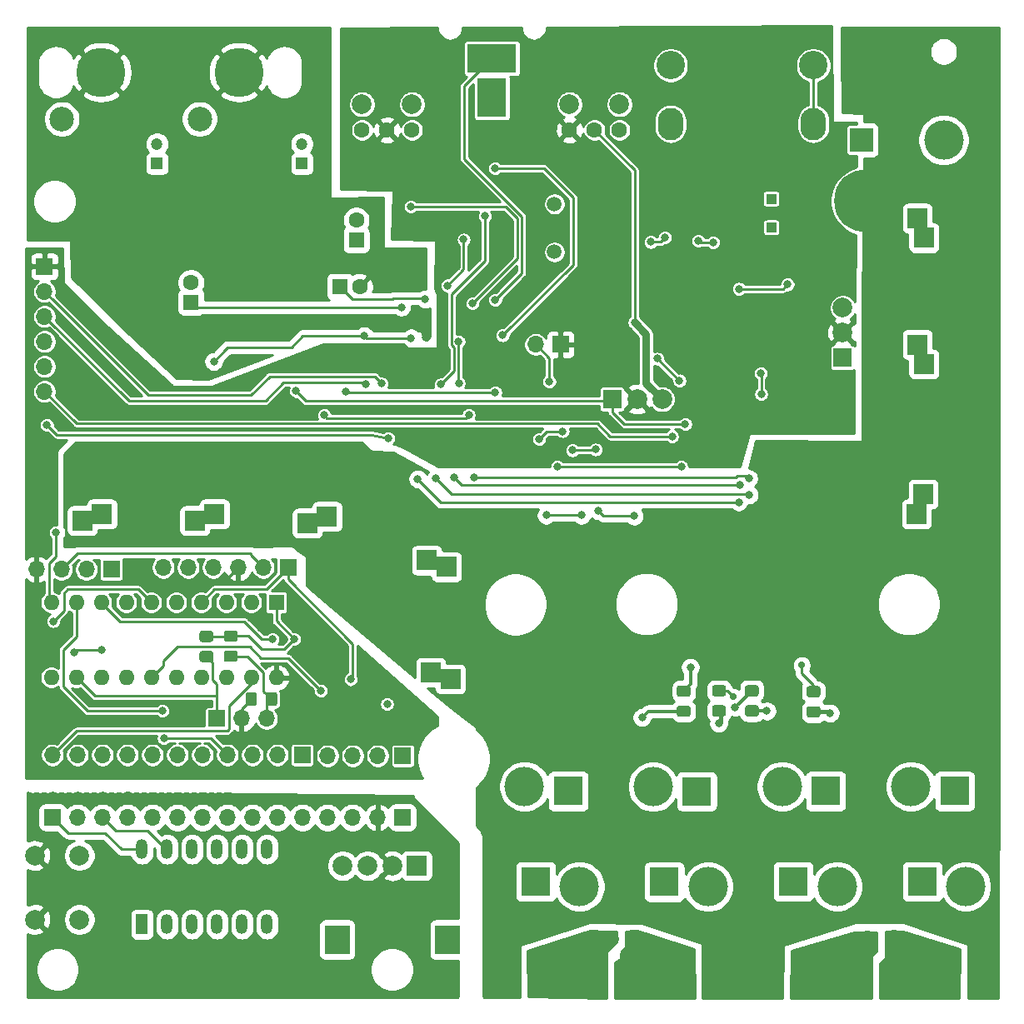
<source format=gbl>
G04 #@! TF.GenerationSoftware,KiCad,Pcbnew,(5.1.6-0-10_14)*
G04 #@! TF.CreationDate,2020-08-23T05:08:53+09:00*
G04 #@! TF.ProjectId,TAS6422AMP,54415336-3432-4324-914d-502e6b696361,0.3*
G04 #@! TF.SameCoordinates,Original*
G04 #@! TF.FileFunction,Copper,L2,Bot*
G04 #@! TF.FilePolarity,Positive*
%FSLAX46Y46*%
G04 Gerber Fmt 4.6, Leading zero omitted, Abs format (unit mm)*
G04 Created by KiCad (PCBNEW (5.1.6-0-10_14)) date 2020-08-23 05:08:53*
%MOMM*%
%LPD*%
G01*
G04 APERTURE LIST*
G04 #@! TA.AperFunction,ComponentPad*
%ADD10O,1.700000X1.700000*%
G04 #@! TD*
G04 #@! TA.AperFunction,ComponentPad*
%ADD11R,1.700000X1.700000*%
G04 #@! TD*
G04 #@! TA.AperFunction,ComponentPad*
%ADD12R,3.000000X4.000000*%
G04 #@! TD*
G04 #@! TA.AperFunction,ComponentPad*
%ADD13R,5.000000X3.000000*%
G04 #@! TD*
G04 #@! TA.AperFunction,ComponentPad*
%ADD14R,2.000000X2.000000*%
G04 #@! TD*
G04 #@! TA.AperFunction,ComponentPad*
%ADD15C,2.000000*%
G04 #@! TD*
G04 #@! TA.AperFunction,ComponentPad*
%ADD16R,2.500000X3.000000*%
G04 #@! TD*
G04 #@! TA.AperFunction,ComponentPad*
%ADD17C,1.500000*%
G04 #@! TD*
G04 #@! TA.AperFunction,ComponentPad*
%ADD18C,1.200000*%
G04 #@! TD*
G04 #@! TA.AperFunction,ComponentPad*
%ADD19R,1.200000X1.200000*%
G04 #@! TD*
G04 #@! TA.AperFunction,ComponentPad*
%ADD20C,1.600000*%
G04 #@! TD*
G04 #@! TA.AperFunction,ComponentPad*
%ADD21R,1.600000X1.600000*%
G04 #@! TD*
G04 #@! TA.AperFunction,ComponentPad*
%ADD22O,1.200000X2.000000*%
G04 #@! TD*
G04 #@! TA.AperFunction,ComponentPad*
%ADD23R,1.200000X2.000000*%
G04 #@! TD*
G04 #@! TA.AperFunction,ComponentPad*
%ADD24O,2.000000X3.500000*%
G04 #@! TD*
G04 #@! TA.AperFunction,ComponentPad*
%ADD25O,4.000000X3.000000*%
G04 #@! TD*
G04 #@! TA.AperFunction,ComponentPad*
%ADD26C,4.000000*%
G04 #@! TD*
G04 #@! TA.AperFunction,ComponentPad*
%ADD27R,3.000000X3.000000*%
G04 #@! TD*
G04 #@! TA.AperFunction,ComponentPad*
%ADD28O,1.600000X1.600000*%
G04 #@! TD*
G04 #@! TA.AperFunction,ComponentPad*
%ADD29C,6.400000*%
G04 #@! TD*
G04 #@! TA.AperFunction,ComponentPad*
%ADD30C,0.800000*%
G04 #@! TD*
G04 #@! TA.AperFunction,ComponentPad*
%ADD31R,1.000000X1.000000*%
G04 #@! TD*
G04 #@! TA.AperFunction,ComponentPad*
%ADD32O,2.400000X2.400000*%
G04 #@! TD*
G04 #@! TA.AperFunction,ComponentPad*
%ADD33R,2.400000X2.400000*%
G04 #@! TD*
G04 #@! TA.AperFunction,ComponentPad*
%ADD34C,3.000000*%
G04 #@! TD*
G04 #@! TA.AperFunction,ComponentPad*
%ADD35C,5.000000*%
G04 #@! TD*
G04 #@! TA.AperFunction,ComponentPad*
%ADD36C,2.500000*%
G04 #@! TD*
G04 #@! TA.AperFunction,ComponentPad*
%ADD37R,1.900000X1.900000*%
G04 #@! TD*
G04 #@! TA.AperFunction,ComponentPad*
%ADD38O,2.600000X3.300000*%
G04 #@! TD*
G04 #@! TA.AperFunction,ComponentPad*
%ADD39C,2.885000*%
G04 #@! TD*
G04 #@! TA.AperFunction,ViaPad*
%ADD40C,0.800000*%
G04 #@! TD*
G04 #@! TA.AperFunction,ViaPad*
%ADD41C,0.700000*%
G04 #@! TD*
G04 #@! TA.AperFunction,ViaPad*
%ADD42C,2.000000*%
G04 #@! TD*
G04 #@! TA.AperFunction,Conductor*
%ADD43C,0.250000*%
G04 #@! TD*
G04 #@! TA.AperFunction,Conductor*
%ADD44C,0.800000*%
G04 #@! TD*
G04 #@! TA.AperFunction,Conductor*
%ADD45C,0.434000*%
G04 #@! TD*
G04 #@! TA.AperFunction,Conductor*
%ADD46C,0.300000*%
G04 #@! TD*
G04 #@! TA.AperFunction,Conductor*
%ADD47C,0.435000*%
G04 #@! TD*
G04 #@! TA.AperFunction,Conductor*
%ADD48C,1.500000*%
G04 #@! TD*
G04 #@! TA.AperFunction,Conductor*
%ADD49C,0.254000*%
G04 #@! TD*
G04 APERTURE END LIST*
D10*
G04 #@! TO.P,J4,6*
G04 #@! TO.N,Net-(J4-Pad6)*
X90611960Y-107952540D03*
G04 #@! TO.P,J4,5*
G04 #@! TO.N,/DisplayR-Enc/DIG2*
X93151960Y-107952540D03*
G04 #@! TO.P,J4,4*
G04 #@! TO.N,/DisplayR-Enc/DIG1*
X95691960Y-107952540D03*
G04 #@! TO.P,J4,3*
G04 #@! TO.N,GND*
X98231960Y-107952540D03*
G04 #@! TO.P,J4,2*
G04 #@! TO.N,+3V3*
X100771960Y-107952540D03*
D11*
G04 #@! TO.P,J4,1*
G04 #@! TO.N,/DisplayR-Enc/MODE_SW*
X103311960Y-107952540D03*
G04 #@! TD*
G04 #@! TO.P,C54,2*
G04 #@! TO.N,Net-(C50-Pad2)*
G04 #@! TA.AperFunction,SMDPad,CuDef*
G36*
G01*
X164447459Y-144852540D02*
X165347461Y-144852540D01*
G75*
G02*
X165597460Y-145102539I0J-249999D01*
G01*
X165597460Y-145752541D01*
G75*
G02*
X165347461Y-146002540I-249999J0D01*
G01*
X164447459Y-146002540D01*
G75*
G02*
X164197460Y-145752541I0J249999D01*
G01*
X164197460Y-145102539D01*
G75*
G02*
X164447459Y-144852540I249999J0D01*
G01*
G37*
G04 #@! TD.AperFunction*
G04 #@! TO.P,C54,1*
G04 #@! TO.N,GNDS*
G04 #@! TA.AperFunction,SMDPad,CuDef*
G36*
G01*
X164447459Y-142802540D02*
X165347461Y-142802540D01*
G75*
G02*
X165597460Y-143052539I0J-249999D01*
G01*
X165597460Y-143702541D01*
G75*
G02*
X165347461Y-143952540I-249999J0D01*
G01*
X164447459Y-143952540D01*
G75*
G02*
X164197460Y-143702541I0J249999D01*
G01*
X164197460Y-143052539D01*
G75*
G02*
X164447459Y-142802540I249999J0D01*
G01*
G37*
G04 #@! TD.AperFunction*
G04 #@! TD*
D12*
G04 #@! TO.P,J3,1*
G04 #@! TO.N,Net-(C49-Pad2)*
X124028000Y-60222400D03*
D13*
G04 #@! TO.P,J3,2*
G04 #@! TO.N,Net-(IC1-Pad38)*
X124028000Y-56222400D03*
G04 #@! TD*
D14*
G04 #@! TO.P,SW1,A*
G04 #@! TO.N,/DisplayR-Enc/RENC_A*
X116392960Y-138269980D03*
D15*
G04 #@! TO.P,SW1,C*
G04 #@! TO.N,GNDD*
X113892960Y-138269980D03*
G04 #@! TO.P,SW1,B*
G04 #@! TO.N,/DisplayR-Enc/RENC_B*
X111392960Y-138269980D03*
D16*
G04 #@! TO.P,SW1,MP*
G04 #@! TO.N,N/C*
X119492960Y-145769980D03*
X108292960Y-145769980D03*
G04 #@! TD*
D15*
G04 #@! TO.P,SW2,1*
G04 #@! TO.N,GNDD*
X77599540Y-137220820D03*
G04 #@! TO.P,SW2,2*
G04 #@! TO.N,/DisplayR-Enc/MODE_SW*
X82099540Y-137220820D03*
G04 #@! TO.P,SW2,1*
G04 #@! TO.N,GNDD*
X77599540Y-143720820D03*
G04 #@! TO.P,SW2,2*
G04 #@! TO.N,/DisplayR-Enc/MODE_SW*
X82099540Y-143720820D03*
G04 #@! TD*
D17*
G04 #@! TO.P,Y1,2*
G04 #@! TO.N,Net-(C27-Pad2)*
X130378000Y-75898400D03*
G04 #@! TO.P,Y1,1*
G04 #@! TO.N,Net-(C26-Pad2)*
X130378000Y-71018400D03*
G04 #@! TD*
D18*
G04 #@! TO.P,C5,2*
G04 #@! TO.N,Net-(C5-Pad2)*
X104708960Y-64913760D03*
D19*
G04 #@! TO.P,C5,1*
G04 #@! TO.N,Net-(C5-Pad1)*
X104708960Y-66913760D03*
G04 #@! TD*
D18*
G04 #@! TO.P,C6,2*
G04 #@! TO.N,Net-(C6-Pad2)*
X89994740Y-64903600D03*
D19*
G04 #@! TO.P,C6,1*
G04 #@! TO.N,Net-(C6-Pad1)*
X89994740Y-66903600D03*
G04 #@! TD*
D20*
G04 #@! TO.P,C9,2*
G04 #@! TO.N,GNDA*
X110582460Y-79402940D03*
D21*
G04 #@! TO.P,C9,1*
G04 #@! TO.N,Net-(C16-Pad1)*
X108582460Y-79402940D03*
G04 #@! TD*
D20*
G04 #@! TO.P,C17,2*
G04 #@! TO.N,Net-(C17-Pad2)*
X93444060Y-79003140D03*
D21*
G04 #@! TO.P,C17,1*
G04 #@! TO.N,Net-(C17-Pad1)*
X93444060Y-81003140D03*
G04 #@! TD*
D20*
G04 #@! TO.P,C18,2*
G04 #@! TO.N,Net-(C18-Pad2)*
X110233000Y-72678500D03*
D21*
G04 #@! TO.P,C18,1*
G04 #@! TO.N,Net-(C18-Pad1)*
X110233000Y-74678500D03*
G04 #@! TD*
G04 #@! TO.P,C55,2*
G04 #@! TO.N,Net-(C51-Pad2)*
G04 #@! TA.AperFunction,SMDPad,CuDef*
G36*
G01*
X161747459Y-144952540D02*
X162647461Y-144952540D01*
G75*
G02*
X162897460Y-145202539I0J-249999D01*
G01*
X162897460Y-145852541D01*
G75*
G02*
X162647461Y-146102540I-249999J0D01*
G01*
X161747459Y-146102540D01*
G75*
G02*
X161497460Y-145852541I0J249999D01*
G01*
X161497460Y-145202539D01*
G75*
G02*
X161747459Y-144952540I249999J0D01*
G01*
G37*
G04 #@! TD.AperFunction*
G04 #@! TO.P,C55,1*
G04 #@! TO.N,GNDS*
G04 #@! TA.AperFunction,SMDPad,CuDef*
G36*
G01*
X161747459Y-142902540D02*
X162647461Y-142902540D01*
G75*
G02*
X162897460Y-143152539I0J-249999D01*
G01*
X162897460Y-143802541D01*
G75*
G02*
X162647461Y-144052540I-249999J0D01*
G01*
X161747459Y-144052540D01*
G75*
G02*
X161497460Y-143802541I0J249999D01*
G01*
X161497460Y-143152539D01*
G75*
G02*
X161747459Y-142902540I249999J0D01*
G01*
G37*
G04 #@! TD.AperFunction*
G04 #@! TD*
G04 #@! TO.P,C56,2*
G04 #@! TO.N,Net-(C52-Pad2)*
G04 #@! TA.AperFunction,SMDPad,CuDef*
G36*
G01*
X137947459Y-144852540D02*
X138847461Y-144852540D01*
G75*
G02*
X139097460Y-145102539I0J-249999D01*
G01*
X139097460Y-145752541D01*
G75*
G02*
X138847461Y-146002540I-249999J0D01*
G01*
X137947459Y-146002540D01*
G75*
G02*
X137697460Y-145752541I0J249999D01*
G01*
X137697460Y-145102539D01*
G75*
G02*
X137947459Y-144852540I249999J0D01*
G01*
G37*
G04 #@! TD.AperFunction*
G04 #@! TO.P,C56,1*
G04 #@! TO.N,GNDS*
G04 #@! TA.AperFunction,SMDPad,CuDef*
G36*
G01*
X137947459Y-142802540D02*
X138847461Y-142802540D01*
G75*
G02*
X139097460Y-143052539I0J-249999D01*
G01*
X139097460Y-143702541D01*
G75*
G02*
X138847461Y-143952540I-249999J0D01*
G01*
X137947459Y-143952540D01*
G75*
G02*
X137697460Y-143702541I0J249999D01*
G01*
X137697460Y-143052539D01*
G75*
G02*
X137947459Y-142802540I249999J0D01*
G01*
G37*
G04 #@! TD.AperFunction*
G04 #@! TD*
G04 #@! TO.P,C57,2*
G04 #@! TO.N,Net-(C53-Pad2)*
G04 #@! TA.AperFunction,SMDPad,CuDef*
G36*
G01*
X135747459Y-144852540D02*
X136647461Y-144852540D01*
G75*
G02*
X136897460Y-145102539I0J-249999D01*
G01*
X136897460Y-145752541D01*
G75*
G02*
X136647461Y-146002540I-249999J0D01*
G01*
X135747459Y-146002540D01*
G75*
G02*
X135497460Y-145752541I0J249999D01*
G01*
X135497460Y-145102539D01*
G75*
G02*
X135747459Y-144852540I249999J0D01*
G01*
G37*
G04 #@! TD.AperFunction*
G04 #@! TO.P,C57,1*
G04 #@! TO.N,GNDS*
G04 #@! TA.AperFunction,SMDPad,CuDef*
G36*
G01*
X135747459Y-142802540D02*
X136647461Y-142802540D01*
G75*
G02*
X136897460Y-143052539I0J-249999D01*
G01*
X136897460Y-143702541D01*
G75*
G02*
X136647461Y-143952540I-249999J0D01*
G01*
X135747459Y-143952540D01*
G75*
G02*
X135497460Y-143702541I0J249999D01*
G01*
X135497460Y-143052539D01*
G75*
G02*
X135747459Y-142802540I249999J0D01*
G01*
G37*
G04 #@! TD.AperFunction*
G04 #@! TD*
D15*
G04 #@! TO.P,C61,2*
G04 #@! TO.N,GNDS*
X86404200Y-96841856D03*
D14*
G04 #@! TO.P,C61,1*
G04 #@! TO.N,+24V*
X82404200Y-103186144D03*
D15*
G04 #@! TO.P,C61,2*
G04 #@! TO.N,GNDS*
X84404200Y-97514000D03*
D14*
G04 #@! TO.P,C61,1*
G04 #@! TO.N,+24V*
X84404200Y-102514000D03*
G04 #@! TD*
D15*
G04 #@! TO.P,C62,2*
G04 #@! TO.N,GNDS*
X173589004Y-89302340D03*
D14*
G04 #@! TO.P,C62,1*
G04 #@! TO.N,+24V*
X167244716Y-85302340D03*
D15*
G04 #@! TO.P,C62,2*
G04 #@! TO.N,GNDS*
X172916860Y-87302340D03*
D14*
G04 #@! TO.P,C62,1*
G04 #@! TO.N,+24V*
X167916860Y-87302340D03*
G04 #@! TD*
D15*
G04 #@! TO.P,C63,2*
G04 #@! TO.N,GNDS*
X109264000Y-97095856D03*
D14*
G04 #@! TO.P,C63,1*
G04 #@! TO.N,+24V*
X105264000Y-103440144D03*
D15*
G04 #@! TO.P,C63,2*
G04 #@! TO.N,GNDS*
X107264000Y-97768000D03*
D14*
G04 #@! TO.P,C63,1*
G04 #@! TO.N,+24V*
X107264000Y-102768000D03*
G04 #@! TD*
D15*
G04 #@! TO.P,C64,2*
G04 #@! TO.N,GNDS*
X97834200Y-96841856D03*
D14*
G04 #@! TO.P,C64,1*
G04 #@! TO.N,+24V*
X93834200Y-103186144D03*
D15*
G04 #@! TO.P,C64,2*
G04 #@! TO.N,GNDS*
X95834200Y-97514000D03*
D14*
G04 #@! TO.P,C64,1*
G04 #@! TO.N,+24V*
X95834200Y-102514000D03*
G04 #@! TD*
D22*
G04 #@! TO.P,D5,6*
G04 #@! TO.N,Net-(D5-Pad6)*
X101160580Y-144211040D03*
G04 #@! TO.P,D5,7*
G04 #@! TO.N,SEG_b*
X101160580Y-136591040D03*
G04 #@! TO.P,D5,5*
G04 #@! TO.N,SEG-g*
X98620580Y-144211040D03*
G04 #@! TO.P,D5,8*
G04 #@! TO.N,/DisplayR-Enc/DIG3*
X98620580Y-136591040D03*
G04 #@! TO.P,D5,4*
G04 #@! TO.N,SEG-c*
X96080580Y-144211040D03*
G04 #@! TO.P,D5,9*
G04 #@! TO.N,/DisplayR-Enc/DIG2*
X96080580Y-136591040D03*
G04 #@! TO.P,D5,3*
G04 #@! TO.N,SEG-dp*
X93540580Y-144211040D03*
G04 #@! TO.P,D5,10*
G04 #@! TO.N,SEG_f*
X93540580Y-136591040D03*
G04 #@! TO.P,D5,2*
G04 #@! TO.N,SEG-d*
X91000580Y-144211040D03*
G04 #@! TO.P,D5,11*
G04 #@! TO.N,SEG-a*
X91000580Y-136591040D03*
D23*
G04 #@! TO.P,D5,1*
G04 #@! TO.N,SEG-e*
X88460580Y-144211040D03*
D22*
G04 #@! TO.P,D5,12*
G04 #@! TO.N,/DisplayR-Enc/DIG1*
X88460580Y-136591040D03*
G04 #@! TD*
D24*
G04 #@! TO.P,J1,2*
G04 #@! TO.N,GNDS*
X165423000Y-57518500D03*
X174423000Y-57518500D03*
D25*
X169923000Y-58518500D03*
D26*
G04 #@! TO.P,J1,1*
G04 #@! TO.N,+24V*
X169923000Y-64518500D03*
G04 #@! TD*
D10*
G04 #@! TO.P,J11,4*
G04 #@! TO.N,/DisplayR-Enc/MODE_SW*
X107312000Y-133353000D03*
G04 #@! TO.P,J11,3*
G04 #@! TO.N,/DisplayR-Enc/RENC_B*
X109852000Y-133353000D03*
G04 #@! TO.P,J11,2*
G04 #@! TO.N,GNDD*
X112392000Y-133353000D03*
D11*
G04 #@! TO.P,J11,1*
G04 #@! TO.N,/DisplayR-Enc/RENC_A*
X114932000Y-133353000D03*
G04 #@! TD*
D10*
G04 #@! TO.P,J12,11*
G04 #@! TO.N,SEG_b*
X104772500Y-133353000D03*
G04 #@! TO.P,J12,10*
G04 #@! TO.N,SEG-g*
X102232500Y-133353000D03*
G04 #@! TO.P,J12,9*
G04 #@! TO.N,/DisplayR-Enc/DIG3*
X99692500Y-133353000D03*
G04 #@! TO.P,J12,8*
G04 #@! TO.N,SEG-c*
X97152500Y-133353000D03*
G04 #@! TO.P,J12,7*
G04 #@! TO.N,/DisplayR-Enc/DIG2*
X94612500Y-133353000D03*
G04 #@! TO.P,J12,6*
G04 #@! TO.N,SEG-dp*
X92072500Y-133353000D03*
G04 #@! TO.P,J12,5*
G04 #@! TO.N,SEG_f*
X89532500Y-133353000D03*
G04 #@! TO.P,J12,4*
G04 #@! TO.N,SEG-d*
X86992500Y-133353000D03*
G04 #@! TO.P,J12,3*
G04 #@! TO.N,SEG-a*
X84452500Y-133353000D03*
G04 #@! TO.P,J12,2*
G04 #@! TO.N,SEG-e*
X81912500Y-133353000D03*
D11*
G04 #@! TO.P,J12,1*
G04 #@! TO.N,/DisplayR-Enc/DIG1*
X79372500Y-133353000D03*
G04 #@! TD*
D26*
G04 #@! TO.P,L1,1*
G04 #@! TO.N,Net-(C41-Pad2)*
X166603460Y-130200000D03*
G04 #@! TO.P,L1,2*
G04 #@! TO.N,Net-(C50-Pad2)*
X172191460Y-140360000D03*
D27*
X167747460Y-139880000D03*
G04 #@! TO.P,L1,1*
G04 #@! TO.N,Net-(C41-Pad2)*
X171047460Y-130680000D03*
G04 #@! TD*
D26*
G04 #@! TO.P,L2,1*
G04 #@! TO.N,Net-(C42-Pad1)*
X153503460Y-130200000D03*
G04 #@! TO.P,L2,2*
G04 #@! TO.N,Net-(C51-Pad2)*
X159091460Y-140360000D03*
D27*
X154647460Y-139880000D03*
G04 #@! TO.P,L2,1*
G04 #@! TO.N,Net-(C42-Pad1)*
X157947460Y-130680000D03*
G04 #@! TD*
D26*
G04 #@! TO.P,L3,1*
G04 #@! TO.N,Net-(C43-Pad2)*
X140403460Y-130222540D03*
G04 #@! TO.P,L3,2*
G04 #@! TO.N,Net-(C52-Pad2)*
X145991460Y-140382540D03*
D27*
X141547460Y-139902540D03*
G04 #@! TO.P,L3,1*
G04 #@! TO.N,Net-(C43-Pad2)*
X144847460Y-130702540D03*
G04 #@! TD*
D26*
G04 #@! TO.P,L4,1*
G04 #@! TO.N,Net-(C44-Pad1)*
X127330000Y-130200000D03*
G04 #@! TO.P,L4,2*
G04 #@! TO.N,Net-(C53-Pad2)*
X132918000Y-140360000D03*
D27*
X128474000Y-139880000D03*
G04 #@! TO.P,L4,1*
G04 #@! TO.N,Net-(C44-Pad1)*
X131774000Y-130680000D03*
G04 #@! TD*
D15*
G04 #@! TO.P,U6,*
G04 #@! TO.N,*
X115900000Y-60882500D03*
X110820000Y-60882500D03*
D20*
G04 #@! TO.P,U6,1*
G04 #@! TO.N,+3V3*
X115900000Y-63502500D03*
G04 #@! TO.P,U6,2*
G04 #@! TO.N,GND*
X113360000Y-63502500D03*
G04 #@! TO.P,U6,3*
G04 #@! TO.N,Net-(R33-Pad1)*
X110820000Y-63502500D03*
G04 #@! TD*
D15*
G04 #@! TO.P,U7,*
G04 #@! TO.N,*
X136982000Y-60882500D03*
X131902000Y-60882500D03*
D20*
G04 #@! TO.P,U7,1*
G04 #@! TO.N,Net-(R11-Pad2)*
X136982000Y-63502500D03*
G04 #@! TO.P,U7,2*
G04 #@! TO.N,+3V3*
X134442000Y-63502500D03*
G04 #@! TO.P,U7,3*
G04 #@! TO.N,GND*
X131902000Y-63502500D03*
G04 #@! TD*
D28*
G04 #@! TO.P,U8,20*
G04 #@! TO.N,GND*
X102105000Y-119129000D03*
G04 #@! TO.P,U8,10*
G04 #@! TO.N,~STBY*
X79245000Y-111509000D03*
G04 #@! TO.P,U8,19*
G04 #@! TO.N,/DisplayR-Enc/DIG1*
X99565000Y-119129000D03*
G04 #@! TO.P,U8,9*
G04 #@! TO.N,Net-(R45-Pad2)*
X81785000Y-111509000D03*
G04 #@! TO.P,U8,18*
G04 #@! TO.N,/DisplayR-Enc/DIG2*
X97025000Y-119129000D03*
G04 #@! TO.P,U8,8*
G04 #@! TO.N,Net-(R46-Pad2)*
X84325000Y-111509000D03*
G04 #@! TO.P,U8,17*
G04 #@! TO.N,/DisplayR-Enc/DIG3*
X94485000Y-119129000D03*
G04 #@! TO.P,U8,7*
G04 #@! TO.N,Net-(R49-Pad2)*
X86865000Y-111509000D03*
G04 #@! TO.P,U8,16*
G04 #@! TO.N,Net-(R52-Pad2)*
X91945000Y-119129000D03*
G04 #@! TO.P,U8,6*
G04 #@! TO.N,Net-(R48-Pad2)*
X89405000Y-111509000D03*
G04 #@! TO.P,U8,15*
G04 #@! TO.N,Net-(R51-Pad2)*
X89405000Y-119129000D03*
G04 #@! TO.P,U8,5*
G04 #@! TO.N,Net-(R47-Pad2)*
X91945000Y-111509000D03*
G04 #@! TO.P,U8,14*
G04 #@! TO.N,Net-(R50-Pad2)*
X86865000Y-119129000D03*
G04 #@! TO.P,U8,4*
G04 #@! TO.N,/DisplayR-Enc/MODE_SW*
X94485000Y-111509000D03*
G04 #@! TO.P,U8,13*
G04 #@! TO.N,SDA*
X84325000Y-119129000D03*
G04 #@! TO.P,U8,3*
G04 #@! TO.N,/DisplayR-Enc/RENC_B*
X97025000Y-111509000D03*
G04 #@! TO.P,U8,12*
G04 #@! TO.N,Net-(J14-Pad1)*
X81785000Y-119129000D03*
G04 #@! TO.P,U8,2*
G04 #@! TO.N,/DisplayR-Enc/RENC_A*
X99565000Y-111509000D03*
G04 #@! TO.P,U8,11*
G04 #@! TO.N,SCL*
X79245000Y-119129000D03*
D21*
G04 #@! TO.P,U8,1*
G04 #@! TO.N,+3V3*
X102105000Y-111509000D03*
G04 #@! TD*
D29*
G04 #@! TO.P,H6,1*
G04 #@! TO.N,GNDS*
X161971000Y-70726300D03*
D30*
X164371000Y-70726300D03*
X163668056Y-72423356D03*
X161971000Y-73126300D03*
X160273944Y-72423356D03*
X159571000Y-70726300D03*
X160273944Y-69029244D03*
X161971000Y-68326300D03*
X163668056Y-69029244D03*
G04 #@! TD*
D10*
G04 #@! TO.P,J2,6*
G04 #@! TO.N,+3V3*
X78562200Y-90068400D03*
G04 #@! TO.P,J2,5*
G04 #@! TO.N,/AUX_OUT-3*
X78562200Y-87528400D03*
G04 #@! TO.P,J2,4*
G04 #@! TO.N,/AUX_OUT-2*
X78562200Y-84988400D03*
G04 #@! TO.P,J2,3*
G04 #@! TO.N,/AUX_OUT-1*
X78562200Y-82448400D03*
G04 #@! TO.P,J2,2*
G04 #@! TO.N,/AUX_OUT-0*
X78562200Y-79908400D03*
D11*
G04 #@! TO.P,J2,1*
G04 #@! TO.N,GND*
X78562200Y-77368400D03*
G04 #@! TD*
D10*
G04 #@! TO.P,J9,4*
G04 #@! TO.N,/DisplayR-Enc/MODE_SW*
X107335320Y-127093980D03*
G04 #@! TO.P,J9,3*
G04 #@! TO.N,/DisplayR-Enc/RENC_B*
X109875320Y-127093980D03*
G04 #@! TO.P,J9,2*
G04 #@! TO.N,GNDD*
X112415320Y-127093980D03*
D11*
G04 #@! TO.P,J9,1*
G04 #@! TO.N,/DisplayR-Enc/RENC_A*
X114955320Y-127093980D03*
G04 #@! TD*
D31*
G04 #@! TO.P,TP1,1*
G04 #@! TO.N,/DisplayR-Enc/HDMI_SCL*
X152397000Y-70487500D03*
G04 #@! TD*
G04 #@! TO.P,TP2,1*
G04 #@! TO.N,/DisplayR-Enc/HDMI_SDA*
X152420000Y-73393300D03*
G04 #@! TD*
D15*
G04 #@! TO.P,C37,2*
G04 #@! TO.N,GNDS*
X173589004Y-76449940D03*
D14*
G04 #@! TO.P,C37,1*
G04 #@! TO.N,+24V*
X167244716Y-72449940D03*
D15*
G04 #@! TO.P,C37,2*
G04 #@! TO.N,GNDS*
X172916860Y-74449940D03*
D14*
G04 #@! TO.P,C37,1*
G04 #@! TO.N,+24V*
X167916860Y-74449940D03*
G04 #@! TD*
D32*
G04 #@! TO.P,D6,2*
G04 #@! TO.N,GNDS*
X161541000Y-59438500D03*
D33*
G04 #@! TO.P,D6,1*
G04 #@! TO.N,+24V*
X161541000Y-64518500D03*
G04 #@! TD*
G04 #@! TO.P,C41,2*
G04 #@! TO.N,Net-(C41-Pad2)*
G04 #@! TA.AperFunction,SMDPad,CuDef*
G36*
G01*
X156247459Y-122052540D02*
X157147461Y-122052540D01*
G75*
G02*
X157397460Y-122302539I0J-249999D01*
G01*
X157397460Y-122952541D01*
G75*
G02*
X157147461Y-123202540I-249999J0D01*
G01*
X156247459Y-123202540D01*
G75*
G02*
X155997460Y-122952541I0J249999D01*
G01*
X155997460Y-122302539D01*
G75*
G02*
X156247459Y-122052540I249999J0D01*
G01*
G37*
G04 #@! TD.AperFunction*
G04 #@! TO.P,C41,1*
G04 #@! TO.N,Net-(C41-Pad1)*
G04 #@! TA.AperFunction,SMDPad,CuDef*
G36*
G01*
X156247459Y-120002540D02*
X157147461Y-120002540D01*
G75*
G02*
X157397460Y-120252539I0J-249999D01*
G01*
X157397460Y-120902541D01*
G75*
G02*
X157147461Y-121152540I-249999J0D01*
G01*
X156247459Y-121152540D01*
G75*
G02*
X155997460Y-120902541I0J249999D01*
G01*
X155997460Y-120252539D01*
G75*
G02*
X156247459Y-120002540I249999J0D01*
G01*
G37*
G04 #@! TD.AperFunction*
G04 #@! TD*
G04 #@! TO.P,C42,2*
G04 #@! TO.N,Net-(C42-Pad2)*
G04 #@! TA.AperFunction,SMDPad,CuDef*
G36*
G01*
X150894201Y-121055980D02*
X149994199Y-121055980D01*
G75*
G02*
X149744200Y-120805981I0J249999D01*
G01*
X149744200Y-120155979D01*
G75*
G02*
X149994199Y-119905980I249999J0D01*
G01*
X150894201Y-119905980D01*
G75*
G02*
X151144200Y-120155979I0J-249999D01*
G01*
X151144200Y-120805981D01*
G75*
G02*
X150894201Y-121055980I-249999J0D01*
G01*
G37*
G04 #@! TD.AperFunction*
G04 #@! TO.P,C42,1*
G04 #@! TO.N,Net-(C42-Pad1)*
G04 #@! TA.AperFunction,SMDPad,CuDef*
G36*
G01*
X150894201Y-123105980D02*
X149994199Y-123105980D01*
G75*
G02*
X149744200Y-122855981I0J249999D01*
G01*
X149744200Y-122205979D01*
G75*
G02*
X149994199Y-121955980I249999J0D01*
G01*
X150894201Y-121955980D01*
G75*
G02*
X151144200Y-122205979I0J-249999D01*
G01*
X151144200Y-122855981D01*
G75*
G02*
X150894201Y-123105980I-249999J0D01*
G01*
G37*
G04 #@! TD.AperFunction*
G04 #@! TD*
G04 #@! TO.P,C43,2*
G04 #@! TO.N,Net-(C43-Pad2)*
G04 #@! TA.AperFunction,SMDPad,CuDef*
G36*
G01*
X146647459Y-121952540D02*
X147547461Y-121952540D01*
G75*
G02*
X147797460Y-122202539I0J-249999D01*
G01*
X147797460Y-122852541D01*
G75*
G02*
X147547461Y-123102540I-249999J0D01*
G01*
X146647459Y-123102540D01*
G75*
G02*
X146397460Y-122852541I0J249999D01*
G01*
X146397460Y-122202539D01*
G75*
G02*
X146647459Y-121952540I249999J0D01*
G01*
G37*
G04 #@! TD.AperFunction*
G04 #@! TO.P,C43,1*
G04 #@! TO.N,Net-(C43-Pad1)*
G04 #@! TA.AperFunction,SMDPad,CuDef*
G36*
G01*
X146647459Y-119902540D02*
X147547461Y-119902540D01*
G75*
G02*
X147797460Y-120152539I0J-249999D01*
G01*
X147797460Y-120802541D01*
G75*
G02*
X147547461Y-121052540I-249999J0D01*
G01*
X146647459Y-121052540D01*
G75*
G02*
X146397460Y-120802541I0J249999D01*
G01*
X146397460Y-120152539D01*
G75*
G02*
X146647459Y-119902540I249999J0D01*
G01*
G37*
G04 #@! TD.AperFunction*
G04 #@! TD*
G04 #@! TO.P,C44,2*
G04 #@! TO.N,Net-(C44-Pad2)*
G04 #@! TA.AperFunction,SMDPad,CuDef*
G36*
G01*
X143957461Y-121092000D02*
X143057459Y-121092000D01*
G75*
G02*
X142807460Y-120842001I0J249999D01*
G01*
X142807460Y-120191999D01*
G75*
G02*
X143057459Y-119942000I249999J0D01*
G01*
X143957461Y-119942000D01*
G75*
G02*
X144207460Y-120191999I0J-249999D01*
G01*
X144207460Y-120842001D01*
G75*
G02*
X143957461Y-121092000I-249999J0D01*
G01*
G37*
G04 #@! TD.AperFunction*
G04 #@! TO.P,C44,1*
G04 #@! TO.N,Net-(C44-Pad1)*
G04 #@! TA.AperFunction,SMDPad,CuDef*
G36*
G01*
X143957461Y-123142000D02*
X143057459Y-123142000D01*
G75*
G02*
X142807460Y-122892001I0J249999D01*
G01*
X142807460Y-122241999D01*
G75*
G02*
X143057459Y-121992000I249999J0D01*
G01*
X143957461Y-121992000D01*
G75*
G02*
X144207460Y-122241999I0J-249999D01*
G01*
X144207460Y-122892001D01*
G75*
G02*
X143957461Y-123142000I-249999J0D01*
G01*
G37*
G04 #@! TD.AperFunction*
G04 #@! TD*
D15*
G04 #@! TO.P,C65,2*
G04 #@! TO.N,GNDS*
X173512804Y-98510340D03*
D14*
G04 #@! TO.P,C65,1*
G04 #@! TO.N,+24V*
X167168516Y-102510340D03*
D15*
G04 #@! TO.P,C65,2*
G04 #@! TO.N,GNDS*
X172840660Y-100510340D03*
D14*
G04 #@! TO.P,C65,1*
G04 #@! TO.N,+24V*
X167840660Y-100510340D03*
G04 #@! TD*
D15*
G04 #@! TO.P,C66,2*
G04 #@! TO.N,GNDS*
X115403880Y-101553956D03*
D14*
G04 #@! TO.P,C66,1*
G04 #@! TO.N,+24V*
X119403880Y-107898244D03*
D15*
G04 #@! TO.P,C66,2*
G04 #@! TO.N,GNDS*
X117403880Y-102226100D03*
D14*
G04 #@! TO.P,C66,1*
G04 #@! TO.N,+24V*
X117403880Y-107226100D03*
G04 #@! TD*
D10*
G04 #@! TO.P,J8,2*
G04 #@! TO.N,~STBY*
X128463040Y-85295740D03*
D11*
G04 #@! TO.P,J8,1*
G04 #@! TO.N,GND*
X131003040Y-85295740D03*
G04 #@! TD*
D20*
G04 #@! TO.P,C50,2*
G04 #@! TO.N,Net-(C50-Pad2)*
X169622460Y-147957540D03*
G04 #@! TO.P,C50,1*
G04 #@! TO.N,GNDS*
X174622460Y-147957540D03*
G04 #@! TD*
G04 #@! TO.P,C51,2*
G04 #@! TO.N,Net-(C51-Pad2)*
X155873460Y-147957540D03*
G04 #@! TO.P,C51,1*
G04 #@! TO.N,GNDS*
X150873460Y-147957540D03*
G04 #@! TD*
G04 #@! TO.P,C52,2*
G04 #@! TO.N,Net-(C52-Pad2)*
X142698460Y-147957540D03*
G04 #@! TO.P,C52,1*
G04 #@! TO.N,GNDS*
X147698460Y-147957540D03*
G04 #@! TD*
G04 #@! TO.P,C53,2*
G04 #@! TO.N,Net-(C53-Pad2)*
X128822000Y-147958000D03*
G04 #@! TO.P,C53,1*
G04 #@! TO.N,GNDS*
X123822000Y-147958000D03*
G04 #@! TD*
D34*
G04 #@! TO.P,J5,2*
G04 #@! TO.N,Net-(C52-Pad2)*
X138300460Y-148592540D03*
D27*
G04 #@! TO.P,J5,1*
G04 #@! TO.N,Net-(C53-Pad2)*
X133220460Y-148592540D03*
G04 #@! TD*
D34*
G04 #@! TO.P,J6,2*
G04 #@! TO.N,Net-(C50-Pad2)*
X165351460Y-148592540D03*
D27*
G04 #@! TO.P,J6,1*
G04 #@! TO.N,Net-(C51-Pad2)*
X160271460Y-148592540D03*
G04 #@! TD*
D15*
G04 #@! TO.P,C67,2*
G04 #@! TO.N,GNDS*
X115807740Y-112945856D03*
D14*
G04 #@! TO.P,C67,1*
G04 #@! TO.N,+24V*
X119807740Y-119290144D03*
D15*
G04 #@! TO.P,C67,2*
G04 #@! TO.N,GNDS*
X117807740Y-113618000D03*
D14*
G04 #@! TO.P,C67,1*
G04 #@! TO.N,+24V*
X117807740Y-118618000D03*
G04 #@! TD*
D11*
G04 #@! TO.P,J13,1*
G04 #@! TO.N,SCL*
X85341460Y-108143040D03*
D10*
G04 #@! TO.P,J13,2*
G04 #@! TO.N,SDA*
X82801460Y-108143040D03*
G04 #@! TO.P,J13,3*
G04 #@! TO.N,+3V3*
X80261460Y-108143040D03*
G04 #@! TO.P,J13,4*
G04 #@! TO.N,GND*
X77721460Y-108143040D03*
G04 #@! TD*
D35*
G04 #@! TO.P,P1,2*
G04 #@! TO.N,GNDA*
X98318080Y-57636040D03*
D36*
G04 #@! TO.P,P1,1*
G04 #@! TO.N,Net-(P1-Pad1)*
X94318080Y-62386040D03*
D35*
G04 #@! TO.P,P1,4*
G04 #@! TO.N,GNDA*
X84318080Y-57636040D03*
D36*
G04 #@! TO.P,P1,3*
G04 #@! TO.N,Net-(P1-Pad3)*
X80318080Y-62386040D03*
G04 #@! TD*
D37*
G04 #@! TO.P,PS1,1*
G04 #@! TO.N,+24V*
X159661860Y-86636860D03*
D15*
G04 #@! TO.P,PS1,2*
G04 #@! TO.N,GND*
X159661860Y-84096860D03*
G04 #@! TO.P,PS1,3*
G04 #@! TO.N,+12V*
X159661860Y-81556860D03*
G04 #@! TD*
D37*
G04 #@! TO.P,U2,1*
G04 #@! TO.N,+12V*
X136227820Y-90853260D03*
D15*
G04 #@! TO.P,U2,2*
G04 #@! TO.N,GND*
X138767820Y-90853260D03*
G04 #@! TO.P,U2,3*
G04 #@! TO.N,+3V3*
X141307820Y-90853260D03*
G04 #@! TD*
G04 #@! TO.P,C68,1*
G04 #@! TO.N,GND*
G04 #@! TA.AperFunction,SMDPad,CuDef*
G36*
G01*
X99004320Y-121773101D02*
X99004320Y-120873099D01*
G75*
G02*
X99254319Y-120623100I249999J0D01*
G01*
X99904321Y-120623100D01*
G75*
G02*
X100154320Y-120873099I0J-249999D01*
G01*
X100154320Y-121773101D01*
G75*
G02*
X99904321Y-122023100I-249999J0D01*
G01*
X99254319Y-122023100D01*
G75*
G02*
X99004320Y-121773101I0J249999D01*
G01*
G37*
G04 #@! TD.AperFunction*
G04 #@! TO.P,C68,2*
G04 #@! TO.N,Net-(C68-Pad2)*
G04 #@! TA.AperFunction,SMDPad,CuDef*
G36*
G01*
X101054320Y-121773101D02*
X101054320Y-120873099D01*
G75*
G02*
X101304319Y-120623100I249999J0D01*
G01*
X101954321Y-120623100D01*
G75*
G02*
X102204320Y-120873099I0J-249999D01*
G01*
X102204320Y-121773101D01*
G75*
G02*
X101954321Y-122023100I-249999J0D01*
G01*
X101304319Y-122023100D01*
G75*
G02*
X101054320Y-121773101I0J249999D01*
G01*
G37*
G04 #@! TD.AperFunction*
G04 #@! TD*
D11*
G04 #@! TO.P,J14,1*
G04 #@! TO.N,Net-(J14-Pad1)*
X96045020Y-123309380D03*
D10*
G04 #@! TO.P,J14,2*
G04 #@! TO.N,GND*
X98585020Y-123309380D03*
G04 #@! TO.P,J14,3*
G04 #@! TO.N,Net-(C68-Pad2)*
X101125020Y-123309380D03*
G04 #@! TD*
G04 #@! TO.P,R27,1*
G04 #@! TO.N,+3V3*
G04 #@! TA.AperFunction,SMDPad,CuDef*
G36*
G01*
X94551079Y-114381480D02*
X95451081Y-114381480D01*
G75*
G02*
X95701080Y-114631479I0J-249999D01*
G01*
X95701080Y-115281481D01*
G75*
G02*
X95451081Y-115531480I-249999J0D01*
G01*
X94551079Y-115531480D01*
G75*
G02*
X94301080Y-115281481I0J249999D01*
G01*
X94301080Y-114631479D01*
G75*
G02*
X94551079Y-114381480I249999J0D01*
G01*
G37*
G04 #@! TD.AperFunction*
G04 #@! TO.P,R27,2*
G04 #@! TO.N,Net-(J14-Pad1)*
G04 #@! TA.AperFunction,SMDPad,CuDef*
G36*
G01*
X94551079Y-116431480D02*
X95451081Y-116431480D01*
G75*
G02*
X95701080Y-116681479I0J-249999D01*
G01*
X95701080Y-117331481D01*
G75*
G02*
X95451081Y-117581480I-249999J0D01*
G01*
X94551079Y-117581480D01*
G75*
G02*
X94301080Y-117331481I0J249999D01*
G01*
X94301080Y-116681479D01*
G75*
G02*
X94551079Y-116431480I249999J0D01*
G01*
G37*
G04 #@! TD.AperFunction*
G04 #@! TD*
G04 #@! TO.P,R28,2*
G04 #@! TO.N,Net-(C68-Pad2)*
G04 #@! TA.AperFunction,SMDPad,CuDef*
G36*
G01*
X97032659Y-116406080D02*
X97932661Y-116406080D01*
G75*
G02*
X98182660Y-116656079I0J-249999D01*
G01*
X98182660Y-117306081D01*
G75*
G02*
X97932661Y-117556080I-249999J0D01*
G01*
X97032659Y-117556080D01*
G75*
G02*
X96782660Y-117306081I0J249999D01*
G01*
X96782660Y-116656079D01*
G75*
G02*
X97032659Y-116406080I249999J0D01*
G01*
G37*
G04 #@! TD.AperFunction*
G04 #@! TO.P,R28,1*
G04 #@! TO.N,+3V3*
G04 #@! TA.AperFunction,SMDPad,CuDef*
G36*
G01*
X97032659Y-114356080D02*
X97932661Y-114356080D01*
G75*
G02*
X98182660Y-114606079I0J-249999D01*
G01*
X98182660Y-115256081D01*
G75*
G02*
X97932661Y-115506080I-249999J0D01*
G01*
X97032659Y-115506080D01*
G75*
G02*
X96782660Y-115256081I0J249999D01*
G01*
X96782660Y-114606079D01*
G75*
G02*
X97032659Y-114356080I249999J0D01*
G01*
G37*
G04 #@! TD.AperFunction*
G04 #@! TD*
D11*
G04 #@! TO.P,J10,1*
G04 #@! TO.N,SEG_b*
X104755939Y-127006361D03*
D10*
G04 #@! TO.P,J10,2*
G04 #@! TO.N,SEG-g*
X102215939Y-127006361D03*
G04 #@! TO.P,J10,3*
G04 #@! TO.N,/DisplayR-Enc/DIG3*
X99675939Y-127006361D03*
G04 #@! TO.P,J10,4*
G04 #@! TO.N,SEG-c*
X97135939Y-127006361D03*
G04 #@! TO.P,J10,5*
G04 #@! TO.N,/DisplayR-Enc/DIG2*
X94595939Y-127006361D03*
G04 #@! TO.P,J10,6*
G04 #@! TO.N,SEG-dp*
X92055939Y-127006361D03*
G04 #@! TO.P,J10,7*
G04 #@! TO.N,SEG_f*
X89515939Y-127006361D03*
G04 #@! TO.P,J10,8*
G04 #@! TO.N,SEG-d*
X86975939Y-127006361D03*
G04 #@! TO.P,J10,9*
G04 #@! TO.N,SEG-a*
X84435939Y-127006361D03*
G04 #@! TO.P,J10,10*
G04 #@! TO.N,SEG-e*
X81895939Y-127006361D03*
G04 #@! TO.P,J10,11*
G04 #@! TO.N,/DisplayR-Enc/DIG1*
X79355939Y-127006361D03*
G04 #@! TD*
D38*
G04 #@! TO.P,J7,SH*
G04 #@! TO.N,Net-(C58-Pad2)*
X156678000Y-62880500D03*
X142178000Y-62880500D03*
D39*
X142178000Y-56920500D03*
X156678000Y-56920500D03*
G04 #@! TD*
D40*
G04 #@! TO.N,GNDA*
X116964460Y-79428340D03*
X91539060Y-72544940D03*
X93774260Y-88521540D03*
X95145860Y-88521540D03*
X112509300Y-83022440D03*
X103477060Y-72925940D03*
X116964460Y-76888340D03*
X117297460Y-84602540D03*
X96829880Y-68475860D03*
G04 #@! TO.N,+5VA*
X111054000Y-84414400D03*
X115801000Y-84635300D03*
X95752920Y-87020400D03*
G04 #@! TO.N,Net-(C16-Pad1)*
X117249000Y-80698300D03*
G04 #@! TO.N,+3V3*
X120647000Y-89232700D03*
X120630000Y-84988400D03*
X142328900Y-94625160D03*
X138511280Y-83068160D03*
X103930350Y-115225930D03*
G04 #@! TO.N,Net-(C41-Pad2)*
X158399000Y-122753000D03*
D41*
G04 #@! TO.N,Net-(C41-Pad1)*
X155506000Y-117889000D03*
D40*
G04 #@! TO.N,/DisplayR-Enc/USE_LVDS*
X154071000Y-79192100D03*
X149116000Y-79639200D03*
G04 #@! TO.N,SEG-c*
X90675460Y-125288040D03*
G04 #@! TO.N,/AUX_OUT-0*
X112835300Y-89270400D03*
G04 #@! TO.N,/AUX_OUT-1*
X111224060Y-89359740D03*
G04 #@! TO.N,/AUX_OUT-3*
X78803500Y-93477080D03*
X113474500Y-94833440D03*
G04 #@! TO.N,Net-(IC1-Pad15)*
X118819000Y-89359700D03*
X123289060Y-72240140D03*
G04 #@! TO.N,SDA*
X106982000Y-92483900D03*
X121663000Y-92458500D03*
X84325500Y-116335000D03*
X138478260Y-102729979D03*
X134792720Y-102184200D03*
X81531460Y-116578380D03*
G04 #@! TO.N,SCL*
X124356000Y-90172500D03*
X109166660Y-90045540D03*
G04 #@! TO.N,HDMI_DATA*
X140809980Y-86733380D03*
X143078200Y-88953340D03*
G04 #@! TO.N,Net-(IC1-Pad37)*
X115767200Y-71302800D03*
X122044460Y-81130138D03*
G04 #@! TO.N,Net-(IC1-Pad38)*
X124355860Y-80749136D03*
G04 #@! TO.N,/DisplayR-Enc/DATA_N*
X141607000Y-74435000D03*
X140157000Y-74874100D03*
G04 #@! TO.N,/DisplayR-Enc/LRCK_P*
X144991000Y-74754700D03*
X146494000Y-74907100D03*
G04 #@! TO.N,Net-(IC2-Pad15)*
X116492000Y-98953300D03*
X149097460Y-101302540D03*
G04 #@! TO.N,Net-(IC2-Pad14)*
X118354000Y-98869500D03*
X150162000Y-100578410D03*
G04 #@! TO.N,Net-(IC2-Pad13)*
X120157000Y-98844100D03*
X149197460Y-99602548D03*
G04 #@! TO.N,Net-(IC2-Pad12)*
X150123000Y-98911800D03*
X122238000Y-98776900D03*
G04 #@! TO.N,Net-(R48-Pad2)*
X79435960Y-113413540D03*
G04 #@! TO.N,Net-(R51-Pad2)*
X106649520Y-120482360D03*
G04 #@! TO.N,+12V*
X104084120Y-90025220D03*
X143672560Y-93405960D03*
G04 #@! TO.N,Net-(C17-Pad1)*
X114828318Y-81506060D03*
G04 #@! TO.N,Net-(C23-Pad1)*
X121151800Y-74626400D03*
X119497460Y-79302540D03*
G04 #@! TO.N,Net-(C42-Pad2)*
X148739860Y-122166380D03*
G04 #@! TO.N,Net-(C42-Pad1)*
X151960580Y-122534680D03*
D41*
G04 #@! TO.N,Net-(C43-Pad1)*
X148513443Y-121089591D03*
D40*
G04 #@! TO.N,Net-(C43-Pad2)*
X147071080Y-123802140D03*
G04 #@! TO.N,Net-(C44-Pad2)*
X144190720Y-118087140D03*
G04 #@! TO.N,Net-(C44-Pad1)*
X139276000Y-123193000D03*
G04 #@! TO.N,Net-(C49-Pad1)*
X124356000Y-67388700D03*
X125118000Y-84355900D03*
G04 #@! TO.N,Net-(R45-Pad2)*
X90521363Y-122530443D03*
G04 #@! TO.N,Net-(R46-Pad2)*
X101721920Y-115242340D03*
G04 #@! TO.N,GND*
X105712000Y-87759500D03*
X119233000Y-87767600D03*
X134391000Y-79148900D03*
X133584000Y-74033400D03*
X140449000Y-79649300D03*
X128684000Y-92608400D03*
X119256000Y-85940900D03*
X126641860Y-80672940D03*
X128292860Y-96598740D03*
X129232659Y-90045539D03*
X158137860Y-76842620D03*
X99225100Y-89446100D03*
X155646120Y-92532200D03*
X124884180Y-86042500D03*
X100543360Y-114104420D03*
G04 #@! TO.N,GNDD*
X113365280Y-121823480D03*
D42*
G04 #@! TO.N,/DisplayR-Enc/MODE_SW*
X108852960Y-138269980D03*
D40*
X109661960Y-119319040D03*
D41*
G04 #@! TO.N,GNDS*
X146990000Y-104320000D03*
X163342000Y-118095000D03*
X158036260Y-118348760D03*
X158983680Y-118010940D03*
X157127000Y-117973000D03*
X154938000Y-108207000D03*
X150772000Y-108257000D03*
X152016000Y-108270000D03*
X143020000Y-106253000D03*
X162621000Y-104905000D03*
X162113000Y-104079000D03*
X150325000Y-103800000D03*
X154997460Y-103302540D03*
X151348000Y-103977000D03*
X154976000Y-104508000D03*
X151907000Y-104879000D03*
X150846000Y-104866000D03*
X161541000Y-104905000D03*
X159454000Y-113457000D03*
X158560000Y-113457000D03*
X157617000Y-113457000D03*
X156660000Y-113457000D03*
X155687000Y-113457000D03*
X146494000Y-113454000D03*
X151234000Y-113454000D03*
X150304000Y-113454000D03*
X149382000Y-113454000D03*
X148443000Y-113454000D03*
X147485000Y-113454000D03*
X159893000Y-114292000D03*
X158090000Y-114282000D03*
X156169000Y-114297000D03*
X151704000Y-114310000D03*
X149827000Y-114310000D03*
X147963000Y-114297000D03*
X146012000Y-114280000D03*
X159004000Y-114280000D03*
X157124000Y-114308000D03*
X155204000Y-114323000D03*
X150785000Y-114280000D03*
X148892000Y-114323000D03*
X146972000Y-114280000D03*
X163302000Y-121112000D03*
X168460000Y-121227000D03*
X164998000Y-121140000D03*
X168471000Y-119708000D03*
X166771000Y-121237000D03*
X164970000Y-119573000D03*
X132654000Y-120035000D03*
X136276000Y-120018000D03*
X132636000Y-118359000D03*
X138133000Y-119946000D03*
X141697460Y-119902540D03*
X136276000Y-118397000D03*
X143019780Y-118557040D03*
X134239000Y-120053000D03*
X139773660Y-119915940D03*
X140134000Y-118359000D03*
X145691860Y-102974140D03*
X162631120Y-105877360D03*
X159585660Y-118849140D03*
X143893540Y-105249980D03*
X143464280Y-107340400D03*
X142920720Y-105168700D03*
D40*
X154147520Y-95846900D03*
G04 #@! TO.N,Net-(IC2-Pad25)*
X130655060Y-97690940D03*
X143253460Y-97716340D03*
G04 #@! TO.N,LVDS_MUTE*
X151378920Y-90352880D03*
X151356480Y-88227320D03*
G04 #@! TO.N,Net-(D3-Pad4)*
X128826260Y-94896940D03*
X131213858Y-94109540D03*
G04 #@! TO.N,~STBY*
X79689960Y-104396540D03*
X132190650Y-96039940D03*
X134541260Y-95963740D03*
X129859170Y-89063430D03*
X129542540Y-102654100D03*
X133123940Y-102654100D03*
G04 #@! TD*
D43*
G04 #@! TO.N,GNDA*
X117297460Y-84602540D02*
X117297460Y-81905308D01*
G04 #@! TO.N,+5VA*
X115801000Y-84635300D02*
X111275000Y-84635300D01*
X111275000Y-84635300D02*
X111054000Y-84414400D01*
X96906080Y-85867240D02*
X96906080Y-85836760D01*
X103644620Y-85557440D02*
X104787660Y-84414400D01*
X104787660Y-84414400D02*
X111054000Y-84414400D01*
X97185400Y-85557440D02*
X103644620Y-85557440D01*
X96906080Y-85836760D02*
X97185400Y-85557440D01*
X95752920Y-87020400D02*
X96906080Y-85867240D01*
G04 #@! TO.N,Net-(C16-Pad1)*
X113901260Y-80698300D02*
X109877820Y-80698300D01*
X113992660Y-80606900D02*
X113901260Y-80698300D01*
X117157600Y-80606900D02*
X113992660Y-80606900D01*
X109877820Y-80698300D02*
X108582460Y-79402940D01*
X117249000Y-80698300D02*
X117157600Y-80606900D01*
G04 #@! TO.N,+3V3*
X78562200Y-90068400D02*
X78559700Y-90065900D01*
X120630000Y-84988400D02*
X120630000Y-89215000D01*
X120630000Y-89215000D02*
X120647000Y-89232700D01*
X99501960Y-106682540D02*
X99501960Y-106492040D01*
X100771960Y-107952540D02*
X99501960Y-106682540D01*
X81912460Y-106492040D02*
X82102960Y-106492040D01*
X80261460Y-108143040D02*
X81912460Y-106492040D01*
X99501960Y-106492040D02*
X82102960Y-106492040D01*
X136029700Y-94625160D02*
X142328900Y-94625160D01*
X78562200Y-90068400D02*
X81835041Y-93341241D01*
X81835041Y-93341241D02*
X134745781Y-93341241D01*
X134745781Y-93341241D02*
X136029700Y-94625160D01*
X134442000Y-63502500D02*
X138511280Y-67571780D01*
X138511280Y-67571780D02*
X138511280Y-83068160D01*
D44*
X139684760Y-89230200D02*
X139684760Y-84241640D01*
X139684760Y-84241640D02*
X138511280Y-83068160D01*
X141307820Y-90853260D02*
X139684760Y-89230200D01*
D43*
X97457260Y-114956480D02*
X97482660Y-114931080D01*
X95001080Y-114956480D02*
X97457260Y-114956480D01*
X102105000Y-111509000D02*
X102105000Y-113400580D01*
X102105000Y-113400580D02*
X103930350Y-115225930D01*
X103930350Y-115225930D02*
X102943660Y-116212620D01*
X102943660Y-116212620D02*
X100589080Y-116212620D01*
X99307540Y-114931080D02*
X97482660Y-114931080D01*
X100589080Y-116212620D02*
X99307540Y-114931080D01*
G04 #@! TO.N,Net-(C41-Pad2)*
X158361000Y-122792000D02*
X158399000Y-122753000D01*
D45*
X158248540Y-122602540D02*
X158399000Y-122753000D01*
X156697460Y-122602540D02*
X158248540Y-122602540D01*
D43*
G04 #@! TO.N,Net-(C41-Pad1)*
X156697460Y-119902540D02*
X155506000Y-118711080D01*
X155506000Y-118711080D02*
X155506000Y-117889000D01*
X156697460Y-120602540D02*
X156697460Y-119902540D01*
G04 #@! TO.N,/DisplayR-Enc/USE_LVDS*
X149116000Y-79639200D02*
X153624000Y-79639200D01*
X153624000Y-79639200D02*
X154071000Y-79192100D01*
G04 #@! TO.N,SEG-a*
X91000580Y-136591040D02*
X90855800Y-136591040D01*
X90855800Y-136591040D02*
X88996520Y-134731760D01*
X85831260Y-134731760D02*
X84452500Y-133353000D01*
X88996520Y-134731760D02*
X85831260Y-134731760D01*
G04 #@! TO.N,SEG-c*
X95437040Y-125288040D02*
X90675460Y-125288040D01*
X97152000Y-127003000D02*
X95437040Y-125288040D01*
G04 #@! TO.N,/AUX_OUT-0*
X79412199Y-80758399D02*
X78562200Y-79908400D01*
X89080340Y-90426540D02*
X79412199Y-80758399D01*
X99540060Y-90426540D02*
X89080340Y-90426540D01*
X101431200Y-88535400D02*
X99540060Y-90426540D01*
X109860059Y-88533139D02*
X109857798Y-88535400D01*
X112098039Y-88533139D02*
X109860059Y-88533139D01*
X112835300Y-89270400D02*
X112098039Y-88533139D01*
X109857798Y-88535400D02*
X101431200Y-88535400D01*
G04 #@! TO.N,/AUX_OUT-1*
X87149940Y-91036140D02*
X101013260Y-91036140D01*
X111057420Y-89193100D02*
X111224060Y-89359740D01*
X78562200Y-82448400D02*
X87149940Y-91036140D01*
X101013260Y-91036140D02*
X102856300Y-89193100D01*
X102856300Y-89193100D02*
X111057420Y-89193100D01*
G04 #@! TO.N,/AUX_OUT-3*
X79789020Y-94462600D02*
X78803500Y-93477080D01*
X111783800Y-94462600D02*
X79789020Y-94462600D01*
X113474500Y-94833440D02*
X111783800Y-94462600D01*
G04 #@! TO.N,Net-(IC1-Pad15)*
X119905000Y-85336400D02*
X119905000Y-80195000D01*
X123289060Y-76810940D02*
X123289060Y-72240140D01*
X119905000Y-80195000D02*
X123289060Y-76810940D01*
X120180000Y-85611400D02*
X119905000Y-85336400D01*
X120180000Y-87998700D02*
X120180000Y-85611400D01*
X118819000Y-89359700D02*
X120180000Y-87998700D01*
G04 #@! TO.N,SDA*
X138429239Y-102779000D02*
X138478260Y-102729979D01*
X138478260Y-102729979D02*
X135338499Y-102729979D01*
X135338499Y-102729979D02*
X134792720Y-102184200D01*
X107256360Y-92758260D02*
X106982000Y-92483900D01*
X121363240Y-92758260D02*
X107256360Y-92758260D01*
X121663000Y-92458500D02*
X121363240Y-92758260D01*
X84325500Y-116335000D02*
X81774840Y-116335000D01*
X81774840Y-116335000D02*
X81531460Y-116578380D01*
G04 #@! TO.N,SCL*
X124356000Y-90172500D02*
X109293620Y-90172500D01*
X109293620Y-90172500D02*
X109166660Y-90045540D01*
G04 #@! TO.N,HDMI_DATA*
X143029940Y-88953340D02*
X143078200Y-88953340D01*
X140809980Y-86733380D02*
X143029940Y-88953340D01*
G04 #@! TO.N,Net-(IC1-Pad37)*
X115767200Y-71302800D02*
X125395600Y-71302800D01*
X125395600Y-71302800D02*
X126601200Y-72508400D01*
X126601200Y-72508400D02*
X126601200Y-76573398D01*
X126601200Y-76573398D02*
X122044460Y-81130138D01*
G04 #@! TO.N,Net-(IC1-Pad38)*
X124028000Y-56222400D02*
X121202700Y-59047700D01*
X121202700Y-59047700D02*
X121202700Y-66423200D01*
X121202700Y-66423200D02*
X127074400Y-72294900D01*
X127074400Y-78030596D02*
X124355860Y-80749136D01*
X127074400Y-72294900D02*
X127074400Y-78030596D01*
G04 #@! TO.N,/DisplayR-Enc/DATA_N*
X140157000Y-74874100D02*
X141168000Y-74874100D01*
X141168000Y-74874100D02*
X141607000Y-74435000D01*
G04 #@! TO.N,/DisplayR-Enc/LRCK_P*
X146494000Y-74907100D02*
X145143000Y-74907100D01*
X145143000Y-74907100D02*
X144991000Y-74754700D01*
G04 #@! TO.N,/DisplayR-Enc/DIG1*
X79372500Y-126362500D02*
X79372000Y-126363000D01*
X79372000Y-126363000D02*
X79372000Y-127003000D01*
X79372500Y-127003000D02*
X79372500Y-126362500D01*
X97340420Y-121973810D02*
X99565000Y-119749230D01*
X97340420Y-124333338D02*
X97340420Y-121973810D01*
X97110719Y-124563039D02*
X97340420Y-124333338D01*
X81811961Y-124563039D02*
X97110719Y-124563039D01*
X99565000Y-119749230D02*
X99565000Y-119129000D01*
X79372000Y-127003000D02*
X81811961Y-124563039D01*
X80946840Y-134927340D02*
X79372500Y-133353000D01*
X84739480Y-134927340D02*
X80946840Y-134927340D01*
X86403180Y-136591040D02*
X84739480Y-134927340D01*
X88460580Y-136591040D02*
X86403180Y-136591040D01*
G04 #@! TO.N,Net-(IC2-Pad15)*
X116492000Y-98953300D02*
X118841240Y-101302540D01*
X118841240Y-101302540D02*
X149097460Y-101302540D01*
G04 #@! TO.N,Net-(IC2-Pad14)*
X118354000Y-98869500D02*
X119942500Y-100458000D01*
X119942500Y-100458000D02*
X150041590Y-100458000D01*
X150041590Y-100458000D02*
X150162000Y-100578410D01*
G04 #@! TO.N,Net-(IC2-Pad13)*
X120157000Y-98844100D02*
X120915448Y-99602548D01*
X120915448Y-99602548D02*
X149197460Y-99602548D01*
G04 #@! TO.N,Net-(IC2-Pad12)*
X149813740Y-98602540D02*
X150123000Y-98911800D01*
X148823100Y-98776900D02*
X148997460Y-98602540D01*
X148997460Y-98602540D02*
X149813740Y-98602540D01*
X122238000Y-98776900D02*
X148823100Y-98776900D01*
G04 #@! TO.N,Net-(R48-Pad2)*
X89405500Y-111509000D02*
X89405300Y-111508800D01*
X89405000Y-111509000D02*
X89405100Y-111509000D01*
X89405100Y-111509000D02*
X89405300Y-111508800D01*
X80896460Y-110175040D02*
X80515460Y-110556040D01*
X80515460Y-112334040D02*
X79435960Y-113413540D01*
X89405300Y-111508800D02*
X88071540Y-110175040D01*
X88071540Y-110175040D02*
X80896460Y-110175040D01*
X80515460Y-110556040D02*
X80515460Y-112334040D01*
G04 #@! TO.N,Net-(R51-Pad2)*
X106249521Y-120082361D02*
X106649520Y-120482360D01*
X103311960Y-117144800D02*
X106249521Y-120082361D01*
X100550980Y-117144800D02*
X103311960Y-117144800D01*
X92087700Y-115996720D02*
X99402900Y-115996720D01*
X90615939Y-117468481D02*
X92087700Y-115996720D01*
X90615939Y-117918061D02*
X90615939Y-117468481D01*
X99402900Y-115996720D02*
X100550980Y-117144800D01*
X89405000Y-119129000D02*
X90615939Y-117918061D01*
G04 #@! TO.N,Net-(R52-Pad2)*
X91945500Y-118621000D02*
X91945000Y-118621500D01*
X91945000Y-118621500D02*
X91945000Y-119129000D01*
X91945500Y-119129000D02*
X91945500Y-118621000D01*
G04 #@! TO.N,+12V*
X137474960Y-93405960D02*
X143672560Y-93405960D01*
X136227820Y-90853260D02*
X136227820Y-92158820D01*
X136070380Y-91010700D02*
X136227820Y-90853260D01*
X105069600Y-91010700D02*
X136070380Y-91010700D01*
X136227820Y-92158820D02*
X137474960Y-93405960D01*
X104084120Y-90025220D02*
X105069600Y-91010700D01*
G04 #@! TO.N,Net-(C17-Pad1)*
X93469460Y-81003140D02*
X93972380Y-81506060D01*
X93972380Y-81506060D02*
X114828318Y-81506060D01*
G04 #@! TO.N,Net-(C23-Pad1)*
X121151800Y-74626400D02*
X121151800Y-77648200D01*
X121151800Y-77648200D02*
X119497460Y-79302540D01*
D46*
G04 #@! TO.N,Net-(C42-Pad2)*
X150380700Y-120525540D02*
X148739860Y-122166380D01*
X150380700Y-120474740D02*
X150380700Y-120525540D01*
G04 #@! TO.N,Net-(C42-Pad1)*
X151953440Y-122527540D02*
X151960580Y-122534680D01*
X150492460Y-122527540D02*
X151953440Y-122527540D01*
D43*
G04 #@! TO.N,Net-(C43-Pad1)*
X147246000Y-120373500D02*
X147246000Y-120585000D01*
X147908000Y-120484148D02*
X148513443Y-121089591D01*
X147926392Y-120502540D02*
X147097460Y-120502540D01*
X148513443Y-121089591D02*
X147926392Y-120502540D01*
D47*
G04 #@! TO.N,Net-(C43-Pad2)*
X147234000Y-122900000D02*
X147234000Y-123640500D01*
D45*
X147234000Y-122639080D02*
X147097460Y-122502540D01*
X147234000Y-123640500D02*
X147234000Y-122639080D01*
D47*
X147072360Y-123802140D02*
X147071080Y-123802140D01*
X147234000Y-123640500D02*
X147072360Y-123802140D01*
D46*
G04 #@! TO.N,Net-(C44-Pad2)*
X144190720Y-119833740D02*
X143507460Y-120517000D01*
X144190720Y-118087140D02*
X144190720Y-119833740D01*
G04 #@! TO.N,Net-(C44-Pad1)*
X139902000Y-122567000D02*
X139276000Y-123193000D01*
X143507460Y-122567000D02*
X139902000Y-122567000D01*
D43*
G04 #@! TO.N,Net-(C49-Pad1)*
X125118000Y-84355900D02*
X132255000Y-77218500D01*
X132255000Y-77218500D02*
X132255000Y-70360500D01*
X132255000Y-70360500D02*
X129283000Y-67388700D01*
X129283000Y-67388700D02*
X124356000Y-67388700D01*
D45*
G04 #@! TO.N,Net-(C50-Pad2)*
X164897460Y-148204580D02*
X165320980Y-148628100D01*
D48*
X164897460Y-145502540D02*
X164897460Y-148204580D01*
G04 #@! TO.N,Net-(C51-Pad2)*
X162197460Y-146757980D02*
X160312100Y-148643340D01*
X162197460Y-145602540D02*
X162197460Y-146757980D01*
G04 #@! TO.N,Net-(C52-Pad2)*
X137792000Y-147308000D02*
X137792000Y-148028200D01*
X138297460Y-146802540D02*
X137792000Y-147308000D01*
X138297460Y-145502540D02*
X138297460Y-146802540D01*
G04 #@! TO.N,Net-(C53-Pad2)*
X136197460Y-145686660D02*
X133256020Y-148628100D01*
D47*
X136197460Y-145402540D02*
X136197460Y-145686660D01*
D43*
G04 #@! TO.N,Net-(C58-Pad2)*
X156678000Y-62880500D02*
X156678000Y-56920500D01*
G04 #@! TO.N,Net-(R45-Pad2)*
X82911523Y-122530443D02*
X90521363Y-122530443D01*
X80477360Y-120096280D02*
X82911523Y-122530443D01*
X80477360Y-116298980D02*
X80477360Y-120096280D01*
X81785000Y-114991340D02*
X80477360Y-116298980D01*
X81785000Y-111509000D02*
X81785000Y-114991340D01*
G04 #@! TO.N,Net-(R46-Pad2)*
X84986900Y-112170400D02*
X84986400Y-112170400D01*
X84986400Y-112170400D02*
X84325000Y-111509000D01*
X84325500Y-111509000D02*
X84986900Y-112170400D01*
X100645695Y-115242340D02*
X101721920Y-115242340D01*
X98824725Y-113421370D02*
X100645695Y-115242340D01*
X84986900Y-112170400D02*
X86237870Y-113421370D01*
X86237870Y-113421370D02*
X98824725Y-113421370D01*
G04 #@! TO.N,GND*
X91081860Y-89689940D02*
X80058260Y-78666340D01*
X100810100Y-87861100D02*
X99225100Y-89446100D01*
X100810100Y-87759500D02*
X100810100Y-87861100D01*
X105712000Y-87759500D02*
X100810100Y-87759500D01*
X98981260Y-89689940D02*
X91081860Y-89689940D01*
X98231960Y-107952540D02*
X98216420Y-107937000D01*
X99225100Y-89446100D02*
X98981260Y-89689940D01*
X99283520Y-112844580D02*
X100543360Y-114104420D01*
X94038420Y-112844580D02*
X99283520Y-112844580D01*
X93256100Y-112062260D02*
X94038420Y-112844580D01*
X93256100Y-110738920D02*
X93256100Y-112062260D01*
X94501020Y-109494000D02*
X93256100Y-110738920D01*
X96690500Y-109494000D02*
X94501020Y-109494000D01*
X98231960Y-107952540D02*
X96690500Y-109494000D01*
X98585020Y-122317400D02*
X99579320Y-121323100D01*
X98585020Y-123309380D02*
X98585020Y-122317400D01*
G04 #@! TO.N,/DisplayR-Enc/MODE_SW*
X103311960Y-109159960D02*
X109852000Y-115700000D01*
X103311960Y-107952540D02*
X103311960Y-109159960D01*
X101089460Y-110175040D02*
X103311960Y-107952540D01*
X95818960Y-110175040D02*
X101089460Y-110175040D01*
X94485000Y-111509000D02*
X95818960Y-110175040D01*
X109852000Y-119382080D02*
X109725000Y-119382080D01*
X109725000Y-119382080D02*
X109661960Y-119319040D01*
X109852000Y-115700000D02*
X109852000Y-119382080D01*
X106711279Y-133353000D02*
X107312000Y-133353000D01*
D45*
G04 #@! TO.N,GNDS*
X160273900Y-69029200D02*
X159571000Y-69732100D01*
X159571000Y-69732100D02*
X159571000Y-70726300D01*
D43*
G04 #@! TO.N,Net-(IC2-Pad25)*
X130655060Y-97690940D02*
X143228060Y-97690940D01*
X143228060Y-97690940D02*
X143253460Y-97716340D01*
G04 #@! TO.N,LVDS_MUTE*
X151378920Y-88249760D02*
X151356480Y-88227320D01*
X151378920Y-90352880D02*
X151378920Y-88249760D01*
G04 #@! TO.N,Net-(D3-Pad4)*
X129613660Y-94109540D02*
X131213858Y-94109540D01*
X128826260Y-94896940D02*
X129613660Y-94109540D01*
G04 #@! TO.N,~STBY*
X79245000Y-111509000D02*
X79245500Y-111509000D01*
X79689960Y-106809540D02*
X79689960Y-104396540D01*
X79001620Y-107497880D02*
X79689960Y-106809540D01*
X79001620Y-111265620D02*
X79001620Y-107497880D01*
X79245000Y-111509000D02*
X79001620Y-111265620D01*
X134465060Y-96039940D02*
X134541260Y-95963740D01*
X132190650Y-96039940D02*
X134465060Y-96039940D01*
X129542540Y-102654100D02*
X133123940Y-102654100D01*
X129859170Y-86691870D02*
X129859170Y-89063430D01*
X128463040Y-85295740D02*
X129859170Y-86691870D01*
G04 #@! TO.N,Net-(C68-Pad2)*
X101125020Y-121827400D02*
X101629320Y-121323100D01*
X101125020Y-123309380D02*
X101125020Y-121827400D01*
X97482660Y-116981080D02*
X99168060Y-116981080D01*
X99168060Y-116981080D02*
X100830380Y-118643400D01*
X100830380Y-120524160D02*
X101629320Y-121323100D01*
X100830380Y-118643400D02*
X100830380Y-120524160D01*
G04 #@! TO.N,Net-(J14-Pad1)*
X95610001Y-117615401D02*
X95001080Y-117006480D01*
X96045020Y-119814022D02*
X95610001Y-119379003D01*
X95610001Y-119379003D02*
X95610001Y-117615401D01*
X83664140Y-121008140D02*
X96045020Y-121008140D01*
X96045020Y-121008140D02*
X96045020Y-119814022D01*
X81785000Y-119129000D02*
X83664140Y-121008140D01*
X96045020Y-123309380D02*
X96045020Y-121008140D01*
G04 #@! TD*
D49*
G04 #@! TO.N,GNDA*
G36*
X107566460Y-70297040D02*
G01*
X107568900Y-70321816D01*
X107576127Y-70345641D01*
X107587863Y-70367597D01*
X107603657Y-70386843D01*
X107622903Y-70402637D01*
X107644859Y-70414373D01*
X107668684Y-70421600D01*
X107694414Y-70424036D01*
X112979200Y-70384357D01*
X112979200Y-75402540D01*
X112981640Y-75427316D01*
X112988867Y-75451141D01*
X113000603Y-75473097D01*
X113016397Y-75492343D01*
X113035643Y-75508137D01*
X113057599Y-75519873D01*
X113081424Y-75527100D01*
X113106200Y-75529540D01*
X117258173Y-75529540D01*
X117264180Y-79464094D01*
X117267500Y-79492747D01*
X117307279Y-79663300D01*
X117147061Y-79663300D01*
X116947102Y-79703074D01*
X116758744Y-79781095D01*
X116660260Y-79846900D01*
X114029982Y-79846900D01*
X113992659Y-79843224D01*
X113955337Y-79846900D01*
X113955327Y-79846900D01*
X113843674Y-79857897D01*
X113700413Y-79901354D01*
X113631293Y-79938300D01*
X111916677Y-79938300D01*
X111940031Y-79888944D01*
X112008760Y-79614756D01*
X112022677Y-79332428D01*
X111981247Y-79052810D01*
X111886063Y-78786648D01*
X111819131Y-78661426D01*
X111575162Y-78589843D01*
X110762065Y-79402940D01*
X110776208Y-79417083D01*
X110596603Y-79596688D01*
X110582460Y-79582545D01*
X110568318Y-79596688D01*
X110388713Y-79417083D01*
X110402855Y-79402940D01*
X110388713Y-79388798D01*
X110568318Y-79209193D01*
X110582460Y-79223335D01*
X111395557Y-78410238D01*
X111323974Y-78166269D01*
X111068464Y-78045369D01*
X110794276Y-77976640D01*
X110511948Y-77962723D01*
X110232330Y-78004153D01*
X109966168Y-78099337D01*
X109844151Y-78164556D01*
X109833645Y-78151755D01*
X109736954Y-78072403D01*
X109626640Y-78013438D01*
X109506942Y-77977128D01*
X109382460Y-77964868D01*
X107782460Y-77964868D01*
X107657978Y-77977128D01*
X107538280Y-78013438D01*
X107427966Y-78072403D01*
X107331275Y-78151755D01*
X107251923Y-78248446D01*
X107192958Y-78358760D01*
X107156648Y-78478458D01*
X107144388Y-78602940D01*
X107144388Y-80202940D01*
X107156648Y-80327422D01*
X107192958Y-80447120D01*
X107251923Y-80557434D01*
X107331275Y-80654125D01*
X107427966Y-80733477D01*
X107451507Y-80746060D01*
X94882132Y-80746060D01*
X94882132Y-80203140D01*
X94869872Y-80078658D01*
X94833562Y-79958960D01*
X94774597Y-79848646D01*
X94695245Y-79751955D01*
X94678667Y-79738350D01*
X94715740Y-79682867D01*
X94823913Y-79421714D01*
X94879060Y-79144475D01*
X94879060Y-78861805D01*
X94823913Y-78584566D01*
X94715740Y-78323413D01*
X94558697Y-78088381D01*
X94358819Y-77888503D01*
X94123787Y-77731460D01*
X93862634Y-77623287D01*
X93585395Y-77568140D01*
X93302725Y-77568140D01*
X93025486Y-77623287D01*
X92764333Y-77731460D01*
X92529301Y-77888503D01*
X92329423Y-78088381D01*
X92172380Y-78323413D01*
X92064207Y-78584566D01*
X92009060Y-78861805D01*
X92009060Y-79144475D01*
X92064207Y-79421714D01*
X92172380Y-79682867D01*
X92209453Y-79738350D01*
X92192875Y-79751955D01*
X92113523Y-79848646D01*
X92054558Y-79958960D01*
X92018248Y-80078658D01*
X92005988Y-80203140D01*
X92005988Y-81803140D01*
X92018248Y-81927622D01*
X92054558Y-82047320D01*
X92113523Y-82157634D01*
X92192875Y-82254325D01*
X92289566Y-82333677D01*
X92399880Y-82392642D01*
X92519578Y-82428952D01*
X92644060Y-82441212D01*
X94244060Y-82441212D01*
X94368542Y-82428952D01*
X94488240Y-82392642D01*
X94598554Y-82333677D01*
X94680946Y-82266060D01*
X114124607Y-82266060D01*
X114168544Y-82309997D01*
X114338062Y-82423265D01*
X114526420Y-82501286D01*
X114726379Y-82541060D01*
X114930257Y-82541060D01*
X115130216Y-82501286D01*
X115318574Y-82423265D01*
X115488092Y-82309997D01*
X115632255Y-82165834D01*
X115745523Y-81996316D01*
X115823544Y-81807958D01*
X115863318Y-81607999D01*
X115863318Y-81404121D01*
X115855914Y-81366900D01*
X116453889Y-81366900D01*
X116589226Y-81502237D01*
X116758744Y-81615505D01*
X116947102Y-81693526D01*
X117147061Y-81733300D01*
X117350939Y-81733300D01*
X117550898Y-81693526D01*
X117716256Y-81625032D01*
X117706910Y-84529716D01*
X117399172Y-84863563D01*
X117196168Y-84853036D01*
X116854562Y-84020954D01*
X116842894Y-83998960D01*
X116827161Y-83979666D01*
X116807965Y-83963811D01*
X116786046Y-83952006D01*
X116762244Y-83944705D01*
X116738983Y-83942200D01*
X116569060Y-83939649D01*
X116460774Y-83831363D01*
X116291256Y-83718095D01*
X116102898Y-83640074D01*
X115902939Y-83600300D01*
X115699061Y-83600300D01*
X115499102Y-83640074D01*
X115310744Y-83718095D01*
X115141226Y-83831363D01*
X115097289Y-83875300D01*
X112291527Y-83875300D01*
X111931220Y-83864302D01*
X111857937Y-83754626D01*
X111713774Y-83610463D01*
X111544256Y-83497195D01*
X111355898Y-83419174D01*
X111155939Y-83379400D01*
X110952061Y-83379400D01*
X110752102Y-83419174D01*
X110563744Y-83497195D01*
X110394226Y-83610463D01*
X110350289Y-83654400D01*
X104824985Y-83654400D01*
X104787660Y-83650724D01*
X104750335Y-83654400D01*
X104750327Y-83654400D01*
X104638674Y-83665397D01*
X104495413Y-83708854D01*
X104363384Y-83779426D01*
X104247659Y-83874399D01*
X104223861Y-83903397D01*
X103329819Y-84797440D01*
X97222722Y-84797440D01*
X97185399Y-84793764D01*
X97148076Y-84797440D01*
X97148067Y-84797440D01*
X97036414Y-84808437D01*
X96893153Y-84851894D01*
X96761124Y-84922466D01*
X96645399Y-85017439D01*
X96621596Y-85046443D01*
X96395082Y-85272957D01*
X96366079Y-85296759D01*
X96271106Y-85412484D01*
X96253964Y-85444554D01*
X95713119Y-85985400D01*
X95650981Y-85985400D01*
X95451022Y-86025174D01*
X95262664Y-86103195D01*
X95093146Y-86216463D01*
X94948983Y-86360626D01*
X94835715Y-86530144D01*
X94757694Y-86718502D01*
X94717920Y-86918461D01*
X94717920Y-87122339D01*
X94757694Y-87322298D01*
X94835715Y-87510656D01*
X94948983Y-87680174D01*
X95093146Y-87824337D01*
X95262664Y-87937605D01*
X95451022Y-88015626D01*
X95650981Y-88055400D01*
X95854859Y-88055400D01*
X96054818Y-88015626D01*
X96243176Y-87937605D01*
X96412694Y-87824337D01*
X96556857Y-87680174D01*
X96670125Y-87510656D01*
X96748146Y-87322298D01*
X96787920Y-87122339D01*
X96787920Y-87060201D01*
X97417084Y-86431038D01*
X97446081Y-86407241D01*
X97519779Y-86317440D01*
X101748295Y-86317440D01*
X95184147Y-88786810D01*
X91948216Y-88764458D01*
X87032574Y-84135174D01*
X81323518Y-78448848D01*
X81258070Y-74800262D01*
X81255185Y-74775534D01*
X81247532Y-74751843D01*
X81235404Y-74730100D01*
X81219268Y-74711141D01*
X81199742Y-74695695D01*
X81177579Y-74684355D01*
X81153629Y-74677556D01*
X81131090Y-74675540D01*
X76860200Y-74675540D01*
X76860200Y-73878500D01*
X108794928Y-73878500D01*
X108794928Y-75478500D01*
X108807188Y-75602982D01*
X108843498Y-75722680D01*
X108902463Y-75832994D01*
X108981815Y-75929685D01*
X109078506Y-76009037D01*
X109188820Y-76068002D01*
X109308518Y-76104312D01*
X109433000Y-76116572D01*
X111033000Y-76116572D01*
X111157482Y-76104312D01*
X111277180Y-76068002D01*
X111387494Y-76009037D01*
X111484185Y-75929685D01*
X111563537Y-75832994D01*
X111622502Y-75722680D01*
X111658812Y-75602982D01*
X111671072Y-75478500D01*
X111671072Y-73878500D01*
X111658812Y-73754018D01*
X111622502Y-73634320D01*
X111563537Y-73524006D01*
X111484185Y-73427315D01*
X111467607Y-73413710D01*
X111504680Y-73358227D01*
X111612853Y-73097074D01*
X111668000Y-72819835D01*
X111668000Y-72537165D01*
X111612853Y-72259926D01*
X111504680Y-71998773D01*
X111347637Y-71763741D01*
X111147759Y-71563863D01*
X110912727Y-71406820D01*
X110651574Y-71298647D01*
X110374335Y-71243500D01*
X110091665Y-71243500D01*
X109814426Y-71298647D01*
X109553273Y-71406820D01*
X109318241Y-71563863D01*
X109118363Y-71763741D01*
X108961320Y-71998773D01*
X108853147Y-72259926D01*
X108798000Y-72537165D01*
X108798000Y-72819835D01*
X108853147Y-73097074D01*
X108961320Y-73358227D01*
X108998393Y-73413710D01*
X108981815Y-73427315D01*
X108902463Y-73524006D01*
X108843498Y-73634320D01*
X108807188Y-73754018D01*
X108794928Y-73878500D01*
X76860200Y-73878500D01*
X76860200Y-70506172D01*
X77343200Y-70506172D01*
X77343200Y-70946428D01*
X77429090Y-71378225D01*
X77597569Y-71784969D01*
X77842162Y-72151029D01*
X78153471Y-72462338D01*
X78519531Y-72706931D01*
X78926275Y-72875410D01*
X79358072Y-72961300D01*
X79798328Y-72961300D01*
X80230125Y-72875410D01*
X80636869Y-72706931D01*
X81002929Y-72462338D01*
X81314238Y-72151029D01*
X81558831Y-71784969D01*
X81727310Y-71378225D01*
X81813200Y-70946428D01*
X81813200Y-70506172D01*
X81727310Y-70074375D01*
X81558831Y-69667631D01*
X81314238Y-69301571D01*
X81002929Y-68990262D01*
X80636869Y-68745669D01*
X80230125Y-68577190D01*
X79798328Y-68491300D01*
X79358072Y-68491300D01*
X78926275Y-68577190D01*
X78519531Y-68745669D01*
X78153471Y-68990262D01*
X77842162Y-69301571D01*
X77597569Y-69667631D01*
X77429090Y-70074375D01*
X77343200Y-70506172D01*
X76860200Y-70506172D01*
X76860200Y-66303600D01*
X88756668Y-66303600D01*
X88756668Y-67503600D01*
X88768928Y-67628082D01*
X88805238Y-67747780D01*
X88864203Y-67858094D01*
X88943555Y-67954785D01*
X89040246Y-68034137D01*
X89150560Y-68093102D01*
X89270258Y-68129412D01*
X89394740Y-68141672D01*
X90594740Y-68141672D01*
X90719222Y-68129412D01*
X90838920Y-68093102D01*
X90949234Y-68034137D01*
X91045925Y-67954785D01*
X91125277Y-67858094D01*
X91184242Y-67747780D01*
X91220552Y-67628082D01*
X91232812Y-67503600D01*
X91232812Y-66313760D01*
X103470888Y-66313760D01*
X103470888Y-67513760D01*
X103483148Y-67638242D01*
X103519458Y-67757940D01*
X103578423Y-67868254D01*
X103657775Y-67964945D01*
X103754466Y-68044297D01*
X103864780Y-68103262D01*
X103984478Y-68139572D01*
X104108960Y-68151832D01*
X105308960Y-68151832D01*
X105433442Y-68139572D01*
X105553140Y-68103262D01*
X105663454Y-68044297D01*
X105760145Y-67964945D01*
X105839497Y-67868254D01*
X105898462Y-67757940D01*
X105934772Y-67638242D01*
X105947032Y-67513760D01*
X105947032Y-66313760D01*
X105934772Y-66189278D01*
X105898462Y-66069580D01*
X105839497Y-65959266D01*
X105760145Y-65862575D01*
X105663454Y-65783223D01*
X105613013Y-65756261D01*
X105668247Y-65701027D01*
X105803403Y-65498752D01*
X105896500Y-65273996D01*
X105943960Y-65035397D01*
X105943960Y-64792123D01*
X105896500Y-64553524D01*
X105803403Y-64328768D01*
X105668247Y-64126493D01*
X105496227Y-63954473D01*
X105293952Y-63819317D01*
X105069196Y-63726220D01*
X104830597Y-63678760D01*
X104587323Y-63678760D01*
X104348724Y-63726220D01*
X104123968Y-63819317D01*
X103921693Y-63954473D01*
X103749673Y-64126493D01*
X103614517Y-64328768D01*
X103521420Y-64553524D01*
X103473960Y-64792123D01*
X103473960Y-65035397D01*
X103521420Y-65273996D01*
X103614517Y-65498752D01*
X103749673Y-65701027D01*
X103804907Y-65756261D01*
X103754466Y-65783223D01*
X103657775Y-65862575D01*
X103578423Y-65959266D01*
X103519458Y-66069580D01*
X103483148Y-66189278D01*
X103470888Y-66313760D01*
X91232812Y-66313760D01*
X91232812Y-66303600D01*
X91220552Y-66179118D01*
X91184242Y-66059420D01*
X91125277Y-65949106D01*
X91045925Y-65852415D01*
X90949234Y-65773063D01*
X90898793Y-65746101D01*
X90954027Y-65690867D01*
X91089183Y-65488592D01*
X91182280Y-65263836D01*
X91229740Y-65025237D01*
X91229740Y-64781963D01*
X91182280Y-64543364D01*
X91089183Y-64318608D01*
X90954027Y-64116333D01*
X90782007Y-63944313D01*
X90579732Y-63809157D01*
X90354976Y-63716060D01*
X90116377Y-63668600D01*
X89873103Y-63668600D01*
X89634504Y-63716060D01*
X89409748Y-63809157D01*
X89207473Y-63944313D01*
X89035453Y-64116333D01*
X88900297Y-64318608D01*
X88807200Y-64543364D01*
X88759740Y-64781963D01*
X88759740Y-65025237D01*
X88807200Y-65263836D01*
X88900297Y-65488592D01*
X89035453Y-65690867D01*
X89090687Y-65746101D01*
X89040246Y-65773063D01*
X88943555Y-65852415D01*
X88864203Y-65949106D01*
X88805238Y-66059420D01*
X88768928Y-66179118D01*
X88756668Y-66303600D01*
X76860200Y-66303600D01*
X76860200Y-62200384D01*
X78433080Y-62200384D01*
X78433080Y-62571696D01*
X78505519Y-62935874D01*
X78647614Y-63278922D01*
X78853905Y-63587658D01*
X79116462Y-63850215D01*
X79425198Y-64056506D01*
X79768246Y-64198601D01*
X80132424Y-64271040D01*
X80503736Y-64271040D01*
X80867914Y-64198601D01*
X81210962Y-64056506D01*
X81519698Y-63850215D01*
X81782255Y-63587658D01*
X81988546Y-63278922D01*
X82130641Y-62935874D01*
X82203080Y-62571696D01*
X82203080Y-62200384D01*
X92433080Y-62200384D01*
X92433080Y-62571696D01*
X92505519Y-62935874D01*
X92647614Y-63278922D01*
X92853905Y-63587658D01*
X93116462Y-63850215D01*
X93425198Y-64056506D01*
X93768246Y-64198601D01*
X94132424Y-64271040D01*
X94503736Y-64271040D01*
X94867914Y-64198601D01*
X95210962Y-64056506D01*
X95519698Y-63850215D01*
X95782255Y-63587658D01*
X95988546Y-63278922D01*
X96130641Y-62935874D01*
X96203080Y-62571696D01*
X96203080Y-62200384D01*
X96130641Y-61836206D01*
X95988546Y-61493158D01*
X95782255Y-61184422D01*
X95519698Y-60921865D01*
X95210962Y-60715574D01*
X94867914Y-60573479D01*
X94503736Y-60501040D01*
X94132424Y-60501040D01*
X93768246Y-60573479D01*
X93425198Y-60715574D01*
X93116462Y-60921865D01*
X92853905Y-61184422D01*
X92647614Y-61493158D01*
X92505519Y-61836206D01*
X92433080Y-62200384D01*
X82203080Y-62200384D01*
X82130641Y-61836206D01*
X81988546Y-61493158D01*
X81782255Y-61184422D01*
X81519698Y-60921865D01*
X81210962Y-60715574D01*
X80867914Y-60573479D01*
X80503736Y-60501040D01*
X80132424Y-60501040D01*
X79768246Y-60573479D01*
X79425198Y-60715574D01*
X79116462Y-60921865D01*
X78853905Y-61184422D01*
X78647614Y-61493158D01*
X78505519Y-61836206D01*
X78433080Y-62200384D01*
X76860200Y-62200384D01*
X76860200Y-56693444D01*
X77833080Y-56693444D01*
X77833080Y-58578637D01*
X77860356Y-58855564D01*
X77968142Y-59210888D01*
X78143178Y-59538357D01*
X78378736Y-59825385D01*
X78665764Y-60060943D01*
X78993233Y-60235979D01*
X79348557Y-60343765D01*
X79718080Y-60380160D01*
X80087604Y-60343765D01*
X80442928Y-60235979D01*
X80770397Y-60060943D01*
X81040606Y-59839188D01*
X82294537Y-59839188D01*
X82570707Y-60257158D01*
X83115637Y-60547689D01*
X83706776Y-60726327D01*
X84321408Y-60786208D01*
X84935911Y-60725030D01*
X85526672Y-60545143D01*
X86065453Y-60257158D01*
X86341623Y-59839188D01*
X96294537Y-59839188D01*
X96570707Y-60257158D01*
X97115637Y-60547689D01*
X97706776Y-60726327D01*
X98321408Y-60786208D01*
X98935911Y-60725030D01*
X99526672Y-60545143D01*
X100065453Y-60257158D01*
X100341623Y-59839188D01*
X98318080Y-57815645D01*
X96294537Y-59839188D01*
X86341623Y-59839188D01*
X84318080Y-57815645D01*
X82294537Y-59839188D01*
X81040606Y-59839188D01*
X81057425Y-59825385D01*
X81292983Y-59538357D01*
X81468019Y-59210888D01*
X81517521Y-59047702D01*
X81696962Y-59383413D01*
X82114932Y-59659583D01*
X84138475Y-57636040D01*
X84497685Y-57636040D01*
X86521228Y-59659583D01*
X86939198Y-59383413D01*
X87229729Y-58838483D01*
X87408367Y-58247344D01*
X87467599Y-57639368D01*
X95167912Y-57639368D01*
X95229090Y-58253871D01*
X95408977Y-58844632D01*
X95696962Y-59383413D01*
X96114932Y-59659583D01*
X98138475Y-57636040D01*
X98497685Y-57636040D01*
X100521228Y-59659583D01*
X100939198Y-59383413D01*
X101118475Y-59047156D01*
X101168142Y-59210888D01*
X101343178Y-59538357D01*
X101578736Y-59825385D01*
X101865764Y-60060943D01*
X102193233Y-60235979D01*
X102548557Y-60343765D01*
X102918080Y-60380160D01*
X103287604Y-60343765D01*
X103642928Y-60235979D01*
X103970397Y-60060943D01*
X104257425Y-59825385D01*
X104492983Y-59538357D01*
X104668019Y-59210888D01*
X104775805Y-58855564D01*
X104803080Y-58578637D01*
X104803080Y-56693443D01*
X104775805Y-56416516D01*
X104668019Y-56061192D01*
X104492983Y-55733723D01*
X104257425Y-55446695D01*
X103970397Y-55211137D01*
X103642927Y-55036101D01*
X103287603Y-54928315D01*
X102918080Y-54891920D01*
X102548556Y-54928315D01*
X102193232Y-55036101D01*
X101865763Y-55211137D01*
X101578735Y-55446695D01*
X101343177Y-55733723D01*
X101168141Y-56061193D01*
X101118640Y-56224378D01*
X100939198Y-55888667D01*
X100521228Y-55612497D01*
X98497685Y-57636040D01*
X98138475Y-57636040D01*
X96114932Y-55612497D01*
X95696962Y-55888667D01*
X95406431Y-56433597D01*
X95227793Y-57024736D01*
X95167912Y-57639368D01*
X87467599Y-57639368D01*
X87468248Y-57632712D01*
X87407070Y-57018209D01*
X87227183Y-56427448D01*
X86939198Y-55888667D01*
X86521228Y-55612497D01*
X84497685Y-57636040D01*
X84138475Y-57636040D01*
X82114932Y-55612497D01*
X81696962Y-55888667D01*
X81517686Y-56224923D01*
X81468019Y-56061192D01*
X81292983Y-55733723D01*
X81057425Y-55446695D01*
X81040607Y-55432892D01*
X82294537Y-55432892D01*
X84318080Y-57456435D01*
X86341623Y-55432892D01*
X96294537Y-55432892D01*
X98318080Y-57456435D01*
X100341623Y-55432892D01*
X100065453Y-55014922D01*
X99520523Y-54724391D01*
X98929384Y-54545753D01*
X98314752Y-54485872D01*
X97700249Y-54547050D01*
X97109488Y-54726937D01*
X96570707Y-55014922D01*
X96294537Y-55432892D01*
X86341623Y-55432892D01*
X86065453Y-55014922D01*
X85520523Y-54724391D01*
X84929384Y-54545753D01*
X84314752Y-54485872D01*
X83700249Y-54547050D01*
X83109488Y-54726937D01*
X82570707Y-55014922D01*
X82294537Y-55432892D01*
X81040607Y-55432892D01*
X80770397Y-55211137D01*
X80442927Y-55036101D01*
X80087603Y-54928315D01*
X79718080Y-54891920D01*
X79348556Y-54928315D01*
X78993232Y-55036101D01*
X78665763Y-55211137D01*
X78378735Y-55446695D01*
X78143177Y-55733723D01*
X77968141Y-56061193D01*
X77860355Y-56416517D01*
X77833080Y-56693444D01*
X76860200Y-56693444D01*
X76860200Y-53060400D01*
X107566460Y-53060400D01*
X107566460Y-70297040D01*
G37*
X107566460Y-70297040D02*
X107568900Y-70321816D01*
X107576127Y-70345641D01*
X107587863Y-70367597D01*
X107603657Y-70386843D01*
X107622903Y-70402637D01*
X107644859Y-70414373D01*
X107668684Y-70421600D01*
X107694414Y-70424036D01*
X112979200Y-70384357D01*
X112979200Y-75402540D01*
X112981640Y-75427316D01*
X112988867Y-75451141D01*
X113000603Y-75473097D01*
X113016397Y-75492343D01*
X113035643Y-75508137D01*
X113057599Y-75519873D01*
X113081424Y-75527100D01*
X113106200Y-75529540D01*
X117258173Y-75529540D01*
X117264180Y-79464094D01*
X117267500Y-79492747D01*
X117307279Y-79663300D01*
X117147061Y-79663300D01*
X116947102Y-79703074D01*
X116758744Y-79781095D01*
X116660260Y-79846900D01*
X114029982Y-79846900D01*
X113992659Y-79843224D01*
X113955337Y-79846900D01*
X113955327Y-79846900D01*
X113843674Y-79857897D01*
X113700413Y-79901354D01*
X113631293Y-79938300D01*
X111916677Y-79938300D01*
X111940031Y-79888944D01*
X112008760Y-79614756D01*
X112022677Y-79332428D01*
X111981247Y-79052810D01*
X111886063Y-78786648D01*
X111819131Y-78661426D01*
X111575162Y-78589843D01*
X110762065Y-79402940D01*
X110776208Y-79417083D01*
X110596603Y-79596688D01*
X110582460Y-79582545D01*
X110568318Y-79596688D01*
X110388713Y-79417083D01*
X110402855Y-79402940D01*
X110388713Y-79388798D01*
X110568318Y-79209193D01*
X110582460Y-79223335D01*
X111395557Y-78410238D01*
X111323974Y-78166269D01*
X111068464Y-78045369D01*
X110794276Y-77976640D01*
X110511948Y-77962723D01*
X110232330Y-78004153D01*
X109966168Y-78099337D01*
X109844151Y-78164556D01*
X109833645Y-78151755D01*
X109736954Y-78072403D01*
X109626640Y-78013438D01*
X109506942Y-77977128D01*
X109382460Y-77964868D01*
X107782460Y-77964868D01*
X107657978Y-77977128D01*
X107538280Y-78013438D01*
X107427966Y-78072403D01*
X107331275Y-78151755D01*
X107251923Y-78248446D01*
X107192958Y-78358760D01*
X107156648Y-78478458D01*
X107144388Y-78602940D01*
X107144388Y-80202940D01*
X107156648Y-80327422D01*
X107192958Y-80447120D01*
X107251923Y-80557434D01*
X107331275Y-80654125D01*
X107427966Y-80733477D01*
X107451507Y-80746060D01*
X94882132Y-80746060D01*
X94882132Y-80203140D01*
X94869872Y-80078658D01*
X94833562Y-79958960D01*
X94774597Y-79848646D01*
X94695245Y-79751955D01*
X94678667Y-79738350D01*
X94715740Y-79682867D01*
X94823913Y-79421714D01*
X94879060Y-79144475D01*
X94879060Y-78861805D01*
X94823913Y-78584566D01*
X94715740Y-78323413D01*
X94558697Y-78088381D01*
X94358819Y-77888503D01*
X94123787Y-77731460D01*
X93862634Y-77623287D01*
X93585395Y-77568140D01*
X93302725Y-77568140D01*
X93025486Y-77623287D01*
X92764333Y-77731460D01*
X92529301Y-77888503D01*
X92329423Y-78088381D01*
X92172380Y-78323413D01*
X92064207Y-78584566D01*
X92009060Y-78861805D01*
X92009060Y-79144475D01*
X92064207Y-79421714D01*
X92172380Y-79682867D01*
X92209453Y-79738350D01*
X92192875Y-79751955D01*
X92113523Y-79848646D01*
X92054558Y-79958960D01*
X92018248Y-80078658D01*
X92005988Y-80203140D01*
X92005988Y-81803140D01*
X92018248Y-81927622D01*
X92054558Y-82047320D01*
X92113523Y-82157634D01*
X92192875Y-82254325D01*
X92289566Y-82333677D01*
X92399880Y-82392642D01*
X92519578Y-82428952D01*
X92644060Y-82441212D01*
X94244060Y-82441212D01*
X94368542Y-82428952D01*
X94488240Y-82392642D01*
X94598554Y-82333677D01*
X94680946Y-82266060D01*
X114124607Y-82266060D01*
X114168544Y-82309997D01*
X114338062Y-82423265D01*
X114526420Y-82501286D01*
X114726379Y-82541060D01*
X114930257Y-82541060D01*
X115130216Y-82501286D01*
X115318574Y-82423265D01*
X115488092Y-82309997D01*
X115632255Y-82165834D01*
X115745523Y-81996316D01*
X115823544Y-81807958D01*
X115863318Y-81607999D01*
X115863318Y-81404121D01*
X115855914Y-81366900D01*
X116453889Y-81366900D01*
X116589226Y-81502237D01*
X116758744Y-81615505D01*
X116947102Y-81693526D01*
X117147061Y-81733300D01*
X117350939Y-81733300D01*
X117550898Y-81693526D01*
X117716256Y-81625032D01*
X117706910Y-84529716D01*
X117399172Y-84863563D01*
X117196168Y-84853036D01*
X116854562Y-84020954D01*
X116842894Y-83998960D01*
X116827161Y-83979666D01*
X116807965Y-83963811D01*
X116786046Y-83952006D01*
X116762244Y-83944705D01*
X116738983Y-83942200D01*
X116569060Y-83939649D01*
X116460774Y-83831363D01*
X116291256Y-83718095D01*
X116102898Y-83640074D01*
X115902939Y-83600300D01*
X115699061Y-83600300D01*
X115499102Y-83640074D01*
X115310744Y-83718095D01*
X115141226Y-83831363D01*
X115097289Y-83875300D01*
X112291527Y-83875300D01*
X111931220Y-83864302D01*
X111857937Y-83754626D01*
X111713774Y-83610463D01*
X111544256Y-83497195D01*
X111355898Y-83419174D01*
X111155939Y-83379400D01*
X110952061Y-83379400D01*
X110752102Y-83419174D01*
X110563744Y-83497195D01*
X110394226Y-83610463D01*
X110350289Y-83654400D01*
X104824985Y-83654400D01*
X104787660Y-83650724D01*
X104750335Y-83654400D01*
X104750327Y-83654400D01*
X104638674Y-83665397D01*
X104495413Y-83708854D01*
X104363384Y-83779426D01*
X104247659Y-83874399D01*
X104223861Y-83903397D01*
X103329819Y-84797440D01*
X97222722Y-84797440D01*
X97185399Y-84793764D01*
X97148076Y-84797440D01*
X97148067Y-84797440D01*
X97036414Y-84808437D01*
X96893153Y-84851894D01*
X96761124Y-84922466D01*
X96645399Y-85017439D01*
X96621596Y-85046443D01*
X96395082Y-85272957D01*
X96366079Y-85296759D01*
X96271106Y-85412484D01*
X96253964Y-85444554D01*
X95713119Y-85985400D01*
X95650981Y-85985400D01*
X95451022Y-86025174D01*
X95262664Y-86103195D01*
X95093146Y-86216463D01*
X94948983Y-86360626D01*
X94835715Y-86530144D01*
X94757694Y-86718502D01*
X94717920Y-86918461D01*
X94717920Y-87122339D01*
X94757694Y-87322298D01*
X94835715Y-87510656D01*
X94948983Y-87680174D01*
X95093146Y-87824337D01*
X95262664Y-87937605D01*
X95451022Y-88015626D01*
X95650981Y-88055400D01*
X95854859Y-88055400D01*
X96054818Y-88015626D01*
X96243176Y-87937605D01*
X96412694Y-87824337D01*
X96556857Y-87680174D01*
X96670125Y-87510656D01*
X96748146Y-87322298D01*
X96787920Y-87122339D01*
X96787920Y-87060201D01*
X97417084Y-86431038D01*
X97446081Y-86407241D01*
X97519779Y-86317440D01*
X101748295Y-86317440D01*
X95184147Y-88786810D01*
X91948216Y-88764458D01*
X87032574Y-84135174D01*
X81323518Y-78448848D01*
X81258070Y-74800262D01*
X81255185Y-74775534D01*
X81247532Y-74751843D01*
X81235404Y-74730100D01*
X81219268Y-74711141D01*
X81199742Y-74695695D01*
X81177579Y-74684355D01*
X81153629Y-74677556D01*
X81131090Y-74675540D01*
X76860200Y-74675540D01*
X76860200Y-73878500D01*
X108794928Y-73878500D01*
X108794928Y-75478500D01*
X108807188Y-75602982D01*
X108843498Y-75722680D01*
X108902463Y-75832994D01*
X108981815Y-75929685D01*
X109078506Y-76009037D01*
X109188820Y-76068002D01*
X109308518Y-76104312D01*
X109433000Y-76116572D01*
X111033000Y-76116572D01*
X111157482Y-76104312D01*
X111277180Y-76068002D01*
X111387494Y-76009037D01*
X111484185Y-75929685D01*
X111563537Y-75832994D01*
X111622502Y-75722680D01*
X111658812Y-75602982D01*
X111671072Y-75478500D01*
X111671072Y-73878500D01*
X111658812Y-73754018D01*
X111622502Y-73634320D01*
X111563537Y-73524006D01*
X111484185Y-73427315D01*
X111467607Y-73413710D01*
X111504680Y-73358227D01*
X111612853Y-73097074D01*
X111668000Y-72819835D01*
X111668000Y-72537165D01*
X111612853Y-72259926D01*
X111504680Y-71998773D01*
X111347637Y-71763741D01*
X111147759Y-71563863D01*
X110912727Y-71406820D01*
X110651574Y-71298647D01*
X110374335Y-71243500D01*
X110091665Y-71243500D01*
X109814426Y-71298647D01*
X109553273Y-71406820D01*
X109318241Y-71563863D01*
X109118363Y-71763741D01*
X108961320Y-71998773D01*
X108853147Y-72259926D01*
X108798000Y-72537165D01*
X108798000Y-72819835D01*
X108853147Y-73097074D01*
X108961320Y-73358227D01*
X108998393Y-73413710D01*
X108981815Y-73427315D01*
X108902463Y-73524006D01*
X108843498Y-73634320D01*
X108807188Y-73754018D01*
X108794928Y-73878500D01*
X76860200Y-73878500D01*
X76860200Y-70506172D01*
X77343200Y-70506172D01*
X77343200Y-70946428D01*
X77429090Y-71378225D01*
X77597569Y-71784969D01*
X77842162Y-72151029D01*
X78153471Y-72462338D01*
X78519531Y-72706931D01*
X78926275Y-72875410D01*
X79358072Y-72961300D01*
X79798328Y-72961300D01*
X80230125Y-72875410D01*
X80636869Y-72706931D01*
X81002929Y-72462338D01*
X81314238Y-72151029D01*
X81558831Y-71784969D01*
X81727310Y-71378225D01*
X81813200Y-70946428D01*
X81813200Y-70506172D01*
X81727310Y-70074375D01*
X81558831Y-69667631D01*
X81314238Y-69301571D01*
X81002929Y-68990262D01*
X80636869Y-68745669D01*
X80230125Y-68577190D01*
X79798328Y-68491300D01*
X79358072Y-68491300D01*
X78926275Y-68577190D01*
X78519531Y-68745669D01*
X78153471Y-68990262D01*
X77842162Y-69301571D01*
X77597569Y-69667631D01*
X77429090Y-70074375D01*
X77343200Y-70506172D01*
X76860200Y-70506172D01*
X76860200Y-66303600D01*
X88756668Y-66303600D01*
X88756668Y-67503600D01*
X88768928Y-67628082D01*
X88805238Y-67747780D01*
X88864203Y-67858094D01*
X88943555Y-67954785D01*
X89040246Y-68034137D01*
X89150560Y-68093102D01*
X89270258Y-68129412D01*
X89394740Y-68141672D01*
X90594740Y-68141672D01*
X90719222Y-68129412D01*
X90838920Y-68093102D01*
X90949234Y-68034137D01*
X91045925Y-67954785D01*
X91125277Y-67858094D01*
X91184242Y-67747780D01*
X91220552Y-67628082D01*
X91232812Y-67503600D01*
X91232812Y-66313760D01*
X103470888Y-66313760D01*
X103470888Y-67513760D01*
X103483148Y-67638242D01*
X103519458Y-67757940D01*
X103578423Y-67868254D01*
X103657775Y-67964945D01*
X103754466Y-68044297D01*
X103864780Y-68103262D01*
X103984478Y-68139572D01*
X104108960Y-68151832D01*
X105308960Y-68151832D01*
X105433442Y-68139572D01*
X105553140Y-68103262D01*
X105663454Y-68044297D01*
X105760145Y-67964945D01*
X105839497Y-67868254D01*
X105898462Y-67757940D01*
X105934772Y-67638242D01*
X105947032Y-67513760D01*
X105947032Y-66313760D01*
X105934772Y-66189278D01*
X105898462Y-66069580D01*
X105839497Y-65959266D01*
X105760145Y-65862575D01*
X105663454Y-65783223D01*
X105613013Y-65756261D01*
X105668247Y-65701027D01*
X105803403Y-65498752D01*
X105896500Y-65273996D01*
X105943960Y-65035397D01*
X105943960Y-64792123D01*
X105896500Y-64553524D01*
X105803403Y-64328768D01*
X105668247Y-64126493D01*
X105496227Y-63954473D01*
X105293952Y-63819317D01*
X105069196Y-63726220D01*
X104830597Y-63678760D01*
X104587323Y-63678760D01*
X104348724Y-63726220D01*
X104123968Y-63819317D01*
X103921693Y-63954473D01*
X103749673Y-64126493D01*
X103614517Y-64328768D01*
X103521420Y-64553524D01*
X103473960Y-64792123D01*
X103473960Y-65035397D01*
X103521420Y-65273996D01*
X103614517Y-65498752D01*
X103749673Y-65701027D01*
X103804907Y-65756261D01*
X103754466Y-65783223D01*
X103657775Y-65862575D01*
X103578423Y-65959266D01*
X103519458Y-66069580D01*
X103483148Y-66189278D01*
X103470888Y-66313760D01*
X91232812Y-66313760D01*
X91232812Y-66303600D01*
X91220552Y-66179118D01*
X91184242Y-66059420D01*
X91125277Y-65949106D01*
X91045925Y-65852415D01*
X90949234Y-65773063D01*
X90898793Y-65746101D01*
X90954027Y-65690867D01*
X91089183Y-65488592D01*
X91182280Y-65263836D01*
X91229740Y-65025237D01*
X91229740Y-64781963D01*
X91182280Y-64543364D01*
X91089183Y-64318608D01*
X90954027Y-64116333D01*
X90782007Y-63944313D01*
X90579732Y-63809157D01*
X90354976Y-63716060D01*
X90116377Y-63668600D01*
X89873103Y-63668600D01*
X89634504Y-63716060D01*
X89409748Y-63809157D01*
X89207473Y-63944313D01*
X89035453Y-64116333D01*
X88900297Y-64318608D01*
X88807200Y-64543364D01*
X88759740Y-64781963D01*
X88759740Y-65025237D01*
X88807200Y-65263836D01*
X88900297Y-65488592D01*
X89035453Y-65690867D01*
X89090687Y-65746101D01*
X89040246Y-65773063D01*
X88943555Y-65852415D01*
X88864203Y-65949106D01*
X88805238Y-66059420D01*
X88768928Y-66179118D01*
X88756668Y-66303600D01*
X76860200Y-66303600D01*
X76860200Y-62200384D01*
X78433080Y-62200384D01*
X78433080Y-62571696D01*
X78505519Y-62935874D01*
X78647614Y-63278922D01*
X78853905Y-63587658D01*
X79116462Y-63850215D01*
X79425198Y-64056506D01*
X79768246Y-64198601D01*
X80132424Y-64271040D01*
X80503736Y-64271040D01*
X80867914Y-64198601D01*
X81210962Y-64056506D01*
X81519698Y-63850215D01*
X81782255Y-63587658D01*
X81988546Y-63278922D01*
X82130641Y-62935874D01*
X82203080Y-62571696D01*
X82203080Y-62200384D01*
X92433080Y-62200384D01*
X92433080Y-62571696D01*
X92505519Y-62935874D01*
X92647614Y-63278922D01*
X92853905Y-63587658D01*
X93116462Y-63850215D01*
X93425198Y-64056506D01*
X93768246Y-64198601D01*
X94132424Y-64271040D01*
X94503736Y-64271040D01*
X94867914Y-64198601D01*
X95210962Y-64056506D01*
X95519698Y-63850215D01*
X95782255Y-63587658D01*
X95988546Y-63278922D01*
X96130641Y-62935874D01*
X96203080Y-62571696D01*
X96203080Y-62200384D01*
X96130641Y-61836206D01*
X95988546Y-61493158D01*
X95782255Y-61184422D01*
X95519698Y-60921865D01*
X95210962Y-60715574D01*
X94867914Y-60573479D01*
X94503736Y-60501040D01*
X94132424Y-60501040D01*
X93768246Y-60573479D01*
X93425198Y-60715574D01*
X93116462Y-60921865D01*
X92853905Y-61184422D01*
X92647614Y-61493158D01*
X92505519Y-61836206D01*
X92433080Y-62200384D01*
X82203080Y-62200384D01*
X82130641Y-61836206D01*
X81988546Y-61493158D01*
X81782255Y-61184422D01*
X81519698Y-60921865D01*
X81210962Y-60715574D01*
X80867914Y-60573479D01*
X80503736Y-60501040D01*
X80132424Y-60501040D01*
X79768246Y-60573479D01*
X79425198Y-60715574D01*
X79116462Y-60921865D01*
X78853905Y-61184422D01*
X78647614Y-61493158D01*
X78505519Y-61836206D01*
X78433080Y-62200384D01*
X76860200Y-62200384D01*
X76860200Y-56693444D01*
X77833080Y-56693444D01*
X77833080Y-58578637D01*
X77860356Y-58855564D01*
X77968142Y-59210888D01*
X78143178Y-59538357D01*
X78378736Y-59825385D01*
X78665764Y-60060943D01*
X78993233Y-60235979D01*
X79348557Y-60343765D01*
X79718080Y-60380160D01*
X80087604Y-60343765D01*
X80442928Y-60235979D01*
X80770397Y-60060943D01*
X81040606Y-59839188D01*
X82294537Y-59839188D01*
X82570707Y-60257158D01*
X83115637Y-60547689D01*
X83706776Y-60726327D01*
X84321408Y-60786208D01*
X84935911Y-60725030D01*
X85526672Y-60545143D01*
X86065453Y-60257158D01*
X86341623Y-59839188D01*
X96294537Y-59839188D01*
X96570707Y-60257158D01*
X97115637Y-60547689D01*
X97706776Y-60726327D01*
X98321408Y-60786208D01*
X98935911Y-60725030D01*
X99526672Y-60545143D01*
X100065453Y-60257158D01*
X100341623Y-59839188D01*
X98318080Y-57815645D01*
X96294537Y-59839188D01*
X86341623Y-59839188D01*
X84318080Y-57815645D01*
X82294537Y-59839188D01*
X81040606Y-59839188D01*
X81057425Y-59825385D01*
X81292983Y-59538357D01*
X81468019Y-59210888D01*
X81517521Y-59047702D01*
X81696962Y-59383413D01*
X82114932Y-59659583D01*
X84138475Y-57636040D01*
X84497685Y-57636040D01*
X86521228Y-59659583D01*
X86939198Y-59383413D01*
X87229729Y-58838483D01*
X87408367Y-58247344D01*
X87467599Y-57639368D01*
X95167912Y-57639368D01*
X95229090Y-58253871D01*
X95408977Y-58844632D01*
X95696962Y-59383413D01*
X96114932Y-59659583D01*
X98138475Y-57636040D01*
X98497685Y-57636040D01*
X100521228Y-59659583D01*
X100939198Y-59383413D01*
X101118475Y-59047156D01*
X101168142Y-59210888D01*
X101343178Y-59538357D01*
X101578736Y-59825385D01*
X101865764Y-60060943D01*
X102193233Y-60235979D01*
X102548557Y-60343765D01*
X102918080Y-60380160D01*
X103287604Y-60343765D01*
X103642928Y-60235979D01*
X103970397Y-60060943D01*
X104257425Y-59825385D01*
X104492983Y-59538357D01*
X104668019Y-59210888D01*
X104775805Y-58855564D01*
X104803080Y-58578637D01*
X104803080Y-56693443D01*
X104775805Y-56416516D01*
X104668019Y-56061192D01*
X104492983Y-55733723D01*
X104257425Y-55446695D01*
X103970397Y-55211137D01*
X103642927Y-55036101D01*
X103287603Y-54928315D01*
X102918080Y-54891920D01*
X102548556Y-54928315D01*
X102193232Y-55036101D01*
X101865763Y-55211137D01*
X101578735Y-55446695D01*
X101343177Y-55733723D01*
X101168141Y-56061193D01*
X101118640Y-56224378D01*
X100939198Y-55888667D01*
X100521228Y-55612497D01*
X98497685Y-57636040D01*
X98138475Y-57636040D01*
X96114932Y-55612497D01*
X95696962Y-55888667D01*
X95406431Y-56433597D01*
X95227793Y-57024736D01*
X95167912Y-57639368D01*
X87467599Y-57639368D01*
X87468248Y-57632712D01*
X87407070Y-57018209D01*
X87227183Y-56427448D01*
X86939198Y-55888667D01*
X86521228Y-55612497D01*
X84497685Y-57636040D01*
X84138475Y-57636040D01*
X82114932Y-55612497D01*
X81696962Y-55888667D01*
X81517686Y-56224923D01*
X81468019Y-56061192D01*
X81292983Y-55733723D01*
X81057425Y-55446695D01*
X81040607Y-55432892D01*
X82294537Y-55432892D01*
X84318080Y-57456435D01*
X86341623Y-55432892D01*
X96294537Y-55432892D01*
X98318080Y-57456435D01*
X100341623Y-55432892D01*
X100065453Y-55014922D01*
X99520523Y-54724391D01*
X98929384Y-54545753D01*
X98314752Y-54485872D01*
X97700249Y-54547050D01*
X97109488Y-54726937D01*
X96570707Y-55014922D01*
X96294537Y-55432892D01*
X86341623Y-55432892D01*
X86065453Y-55014922D01*
X85520523Y-54724391D01*
X84929384Y-54545753D01*
X84314752Y-54485872D01*
X83700249Y-54547050D01*
X83109488Y-54726937D01*
X82570707Y-55014922D01*
X82294537Y-55432892D01*
X81040607Y-55432892D01*
X80770397Y-55211137D01*
X80442927Y-55036101D01*
X80087603Y-54928315D01*
X79718080Y-54891920D01*
X79348556Y-54928315D01*
X78993232Y-55036101D01*
X78665763Y-55211137D01*
X78378735Y-55446695D01*
X78143177Y-55733723D01*
X77968141Y-56061193D01*
X77860355Y-56416517D01*
X77833080Y-56693444D01*
X76860200Y-56693444D01*
X76860200Y-53060400D01*
X107566460Y-53060400D01*
X107566460Y-70297040D01*
G04 #@! TO.N,GNDD*
G36*
X81920092Y-130787749D02*
G01*
X82048663Y-130873658D01*
X82191524Y-130932833D01*
X82343184Y-130963000D01*
X82497816Y-130963000D01*
X82649476Y-130932833D01*
X82792337Y-130873658D01*
X82801500Y-130867535D01*
X82810663Y-130873658D01*
X82953524Y-130932833D01*
X83105184Y-130963000D01*
X83259816Y-130963000D01*
X83411476Y-130932833D01*
X83554337Y-130873658D01*
X83563500Y-130867535D01*
X83572663Y-130873658D01*
X83715524Y-130932833D01*
X83867184Y-130963000D01*
X84021816Y-130963000D01*
X84173476Y-130932833D01*
X84316337Y-130873658D01*
X84427160Y-130799608D01*
X84478635Y-130800139D01*
X84588663Y-130873658D01*
X84731524Y-130932833D01*
X84883184Y-130963000D01*
X85037816Y-130963000D01*
X85189476Y-130932833D01*
X85332337Y-130873658D01*
X85341500Y-130867535D01*
X85350663Y-130873658D01*
X85493524Y-130932833D01*
X85645184Y-130963000D01*
X85799816Y-130963000D01*
X85951476Y-130932833D01*
X86094337Y-130873658D01*
X86103500Y-130867535D01*
X86112663Y-130873658D01*
X86255524Y-130932833D01*
X86407184Y-130963000D01*
X86561816Y-130963000D01*
X86713476Y-130932833D01*
X86856337Y-130873658D01*
X86928526Y-130825423D01*
X87058482Y-130826764D01*
X87128663Y-130873658D01*
X87271524Y-130932833D01*
X87423184Y-130963000D01*
X87577816Y-130963000D01*
X87729476Y-130932833D01*
X87872337Y-130873658D01*
X87881500Y-130867535D01*
X87890663Y-130873658D01*
X88033524Y-130932833D01*
X88185184Y-130963000D01*
X88339816Y-130963000D01*
X88491476Y-130932833D01*
X88634337Y-130873658D01*
X88643500Y-130867535D01*
X88652663Y-130873658D01*
X88795524Y-130932833D01*
X88947184Y-130963000D01*
X89101816Y-130963000D01*
X89253476Y-130932833D01*
X89396337Y-130873658D01*
X89429891Y-130851238D01*
X89638328Y-130853389D01*
X89668663Y-130873658D01*
X89811524Y-130932833D01*
X89963184Y-130963000D01*
X90117816Y-130963000D01*
X90269476Y-130932833D01*
X90412337Y-130873658D01*
X90421500Y-130867535D01*
X90430663Y-130873658D01*
X90573524Y-130932833D01*
X90725184Y-130963000D01*
X90879816Y-130963000D01*
X91031476Y-130932833D01*
X91174337Y-130873658D01*
X91180847Y-130869308D01*
X91186236Y-130869364D01*
X91192663Y-130873658D01*
X91335524Y-130932833D01*
X91487184Y-130963000D01*
X91641816Y-130963000D01*
X91793476Y-130932833D01*
X91928218Y-130877021D01*
X92224155Y-130880075D01*
X92351524Y-130932833D01*
X92503184Y-130963000D01*
X92657816Y-130963000D01*
X92809476Y-130932833D01*
X92919519Y-130887252D01*
X93005626Y-130888140D01*
X93113524Y-130932833D01*
X93265184Y-130963000D01*
X93419816Y-130963000D01*
X93571476Y-130932833D01*
X93662995Y-130894924D01*
X93787097Y-130896205D01*
X93875524Y-130932833D01*
X94027184Y-130963000D01*
X94181816Y-130963000D01*
X94333476Y-130932833D01*
X94406471Y-130902597D01*
X94829058Y-130906959D01*
X94891524Y-130932833D01*
X95043184Y-130963000D01*
X95197816Y-130963000D01*
X95349476Y-130932833D01*
X95397773Y-130912828D01*
X95610528Y-130915024D01*
X95653524Y-130932833D01*
X95805184Y-130963000D01*
X95959816Y-130963000D01*
X96111476Y-130932833D01*
X96141249Y-130920501D01*
X96391999Y-130923089D01*
X96415524Y-130932833D01*
X96567184Y-130963000D01*
X96721816Y-130963000D01*
X96873476Y-130932833D01*
X96884725Y-130928174D01*
X97436740Y-130933871D01*
X97583184Y-130963000D01*
X97737816Y-130963000D01*
X97862186Y-130938261D01*
X98240439Y-130942165D01*
X98345184Y-130963000D01*
X98499816Y-130963000D01*
X98586601Y-130945737D01*
X99044138Y-130950459D01*
X99107184Y-130963000D01*
X99261816Y-130963000D01*
X99311015Y-130953214D01*
X100115737Y-130961519D01*
X100123184Y-130963000D01*
X100259278Y-130963000D01*
X115994351Y-131125391D01*
X115997996Y-131137737D01*
X116014132Y-131195347D01*
X116017532Y-131203912D01*
X116063895Y-131318394D01*
X116091663Y-131371402D01*
X116118666Y-131424751D01*
X116123665Y-131432493D01*
X116191382Y-131535790D01*
X116228904Y-131582380D01*
X116265771Y-131629487D01*
X116272178Y-131636111D01*
X116338079Y-131703296D01*
X116339971Y-131705604D01*
X120574200Y-135944718D01*
X120574200Y-143631908D01*
X118242960Y-143631908D01*
X118118478Y-143644168D01*
X117998780Y-143680478D01*
X117888466Y-143739443D01*
X117791775Y-143818795D01*
X117712423Y-143915486D01*
X117653458Y-144025800D01*
X117617148Y-144145498D01*
X117604888Y-144269980D01*
X117604888Y-147269980D01*
X117617148Y-147394462D01*
X117653458Y-147514160D01*
X117712423Y-147624474D01*
X117791775Y-147721165D01*
X117888466Y-147800517D01*
X117998780Y-147859482D01*
X118118478Y-147895792D01*
X118242960Y-147908052D01*
X120574201Y-147908052D01*
X120574201Y-151551566D01*
X120533568Y-151600358D01*
X76860200Y-151662926D01*
X76860200Y-148598472D01*
X77650980Y-148598472D01*
X77650980Y-149038728D01*
X77736870Y-149470525D01*
X77905349Y-149877269D01*
X78149942Y-150243329D01*
X78461251Y-150554638D01*
X78827311Y-150799231D01*
X79234055Y-150967710D01*
X79665852Y-151053600D01*
X80106108Y-151053600D01*
X80537905Y-150967710D01*
X80944649Y-150799231D01*
X81310709Y-150554638D01*
X81622018Y-150243329D01*
X81866611Y-149877269D01*
X82035090Y-149470525D01*
X82120980Y-149038728D01*
X82120980Y-148598472D01*
X111650980Y-148598472D01*
X111650980Y-149038728D01*
X111736870Y-149470525D01*
X111905349Y-149877269D01*
X112149942Y-150243329D01*
X112461251Y-150554638D01*
X112827311Y-150799231D01*
X113234055Y-150967710D01*
X113665852Y-151053600D01*
X114106108Y-151053600D01*
X114537905Y-150967710D01*
X114944649Y-150799231D01*
X115310709Y-150554638D01*
X115622018Y-150243329D01*
X115866611Y-149877269D01*
X116035090Y-149470525D01*
X116120980Y-149038728D01*
X116120980Y-148598472D01*
X116035090Y-148166675D01*
X115866611Y-147759931D01*
X115622018Y-147393871D01*
X115310709Y-147082562D01*
X114944649Y-146837969D01*
X114537905Y-146669490D01*
X114106108Y-146583600D01*
X113665852Y-146583600D01*
X113234055Y-146669490D01*
X112827311Y-146837969D01*
X112461251Y-147082562D01*
X112149942Y-147393871D01*
X111905349Y-147759931D01*
X111736870Y-148166675D01*
X111650980Y-148598472D01*
X82120980Y-148598472D01*
X82035090Y-148166675D01*
X81866611Y-147759931D01*
X81622018Y-147393871D01*
X81310709Y-147082562D01*
X80944649Y-146837969D01*
X80537905Y-146669490D01*
X80106108Y-146583600D01*
X79665852Y-146583600D01*
X79234055Y-146669490D01*
X78827311Y-146837969D01*
X78461251Y-147082562D01*
X78149942Y-147393871D01*
X77905349Y-147759931D01*
X77736870Y-148166675D01*
X77650980Y-148598472D01*
X76860200Y-148598472D01*
X76860200Y-145179353D01*
X77029111Y-145261524D01*
X77340648Y-145343204D01*
X77662135Y-145362538D01*
X77981215Y-145318781D01*
X78285628Y-145213615D01*
X78459584Y-145120634D01*
X78555348Y-144856233D01*
X77599540Y-143900425D01*
X77585398Y-143914568D01*
X77405793Y-143734963D01*
X77419935Y-143720820D01*
X77779145Y-143720820D01*
X78734953Y-144676628D01*
X78999354Y-144580864D01*
X79140244Y-144291249D01*
X79221924Y-143979712D01*
X79241258Y-143658225D01*
X79227759Y-143559787D01*
X80464540Y-143559787D01*
X80464540Y-143881853D01*
X80527372Y-144197732D01*
X80650622Y-144495283D01*
X80829553Y-144763072D01*
X81057288Y-144990807D01*
X81325077Y-145169738D01*
X81622628Y-145292988D01*
X81938507Y-145355820D01*
X82260573Y-145355820D01*
X82576452Y-145292988D01*
X82874003Y-145169738D01*
X83141792Y-144990807D01*
X83369527Y-144763072D01*
X83548458Y-144495283D01*
X83671708Y-144197732D01*
X83734540Y-143881853D01*
X83734540Y-143559787D01*
X83671708Y-143243908D01*
X83658094Y-143211040D01*
X87222508Y-143211040D01*
X87222508Y-145211040D01*
X87234768Y-145335522D01*
X87271078Y-145455220D01*
X87330043Y-145565534D01*
X87409395Y-145662225D01*
X87506086Y-145741577D01*
X87616400Y-145800542D01*
X87736098Y-145836852D01*
X87860580Y-145849112D01*
X89060580Y-145849112D01*
X89185062Y-145836852D01*
X89304760Y-145800542D01*
X89415074Y-145741577D01*
X89511765Y-145662225D01*
X89591117Y-145565534D01*
X89650082Y-145455220D01*
X89686392Y-145335522D01*
X89698652Y-145211040D01*
X89698652Y-143750376D01*
X89765580Y-143750376D01*
X89765580Y-144671705D01*
X89783450Y-144853142D01*
X89854069Y-145085941D01*
X89968748Y-145300489D01*
X90123079Y-145488542D01*
X90311132Y-145642873D01*
X90525680Y-145757551D01*
X90758479Y-145828170D01*
X91000580Y-145852015D01*
X91242682Y-145828170D01*
X91475481Y-145757551D01*
X91690029Y-145642873D01*
X91878082Y-145488542D01*
X92032413Y-145300489D01*
X92147091Y-145085941D01*
X92217710Y-144853141D01*
X92235580Y-144671704D01*
X92235580Y-143750376D01*
X92305580Y-143750376D01*
X92305580Y-144671705D01*
X92323450Y-144853142D01*
X92394069Y-145085941D01*
X92508748Y-145300489D01*
X92663079Y-145488542D01*
X92851132Y-145642873D01*
X93065680Y-145757551D01*
X93298479Y-145828170D01*
X93540580Y-145852015D01*
X93782682Y-145828170D01*
X94015481Y-145757551D01*
X94230029Y-145642873D01*
X94418082Y-145488542D01*
X94572413Y-145300489D01*
X94687091Y-145085941D01*
X94757710Y-144853141D01*
X94775580Y-144671704D01*
X94775580Y-143750376D01*
X94845580Y-143750376D01*
X94845580Y-144671705D01*
X94863450Y-144853142D01*
X94934069Y-145085941D01*
X95048748Y-145300489D01*
X95203079Y-145488542D01*
X95391132Y-145642873D01*
X95605680Y-145757551D01*
X95838479Y-145828170D01*
X96080580Y-145852015D01*
X96322682Y-145828170D01*
X96555481Y-145757551D01*
X96770029Y-145642873D01*
X96958082Y-145488542D01*
X97112413Y-145300489D01*
X97227091Y-145085941D01*
X97297710Y-144853141D01*
X97315580Y-144671704D01*
X97315580Y-143750376D01*
X97385580Y-143750376D01*
X97385580Y-144671705D01*
X97403450Y-144853142D01*
X97474069Y-145085941D01*
X97588748Y-145300489D01*
X97743079Y-145488542D01*
X97931132Y-145642873D01*
X98145680Y-145757551D01*
X98378479Y-145828170D01*
X98620580Y-145852015D01*
X98862682Y-145828170D01*
X99095481Y-145757551D01*
X99310029Y-145642873D01*
X99498082Y-145488542D01*
X99652413Y-145300489D01*
X99767091Y-145085941D01*
X99837710Y-144853141D01*
X99855580Y-144671704D01*
X99855580Y-143750376D01*
X99925580Y-143750376D01*
X99925580Y-144671705D01*
X99943450Y-144853142D01*
X100014069Y-145085941D01*
X100128748Y-145300489D01*
X100283079Y-145488542D01*
X100471132Y-145642873D01*
X100685680Y-145757551D01*
X100918479Y-145828170D01*
X101160580Y-145852015D01*
X101402682Y-145828170D01*
X101635481Y-145757551D01*
X101850029Y-145642873D01*
X102038082Y-145488542D01*
X102192413Y-145300489D01*
X102307091Y-145085941D01*
X102377710Y-144853141D01*
X102395580Y-144671704D01*
X102395580Y-144269980D01*
X106404888Y-144269980D01*
X106404888Y-147269980D01*
X106417148Y-147394462D01*
X106453458Y-147514160D01*
X106512423Y-147624474D01*
X106591775Y-147721165D01*
X106688466Y-147800517D01*
X106798780Y-147859482D01*
X106918478Y-147895792D01*
X107042960Y-147908052D01*
X109542960Y-147908052D01*
X109667442Y-147895792D01*
X109787140Y-147859482D01*
X109897454Y-147800517D01*
X109994145Y-147721165D01*
X110073497Y-147624474D01*
X110132462Y-147514160D01*
X110168772Y-147394462D01*
X110181032Y-147269980D01*
X110181032Y-144269980D01*
X110168772Y-144145498D01*
X110132462Y-144025800D01*
X110073497Y-143915486D01*
X109994145Y-143818795D01*
X109897454Y-143739443D01*
X109787140Y-143680478D01*
X109667442Y-143644168D01*
X109542960Y-143631908D01*
X107042960Y-143631908D01*
X106918478Y-143644168D01*
X106798780Y-143680478D01*
X106688466Y-143739443D01*
X106591775Y-143818795D01*
X106512423Y-143915486D01*
X106453458Y-144025800D01*
X106417148Y-144145498D01*
X106404888Y-144269980D01*
X102395580Y-144269980D01*
X102395580Y-143750375D01*
X102377710Y-143568938D01*
X102307091Y-143336139D01*
X102192413Y-143121591D01*
X102038082Y-142933538D01*
X101850028Y-142779207D01*
X101635480Y-142664529D01*
X101402681Y-142593910D01*
X101160580Y-142570065D01*
X100918478Y-142593910D01*
X100685679Y-142664529D01*
X100471131Y-142779207D01*
X100283078Y-142933538D01*
X100128747Y-143121592D01*
X100014069Y-143336140D01*
X99943450Y-143568939D01*
X99925580Y-143750376D01*
X99855580Y-143750376D01*
X99855580Y-143750375D01*
X99837710Y-143568938D01*
X99767091Y-143336139D01*
X99652413Y-143121591D01*
X99498082Y-142933538D01*
X99310028Y-142779207D01*
X99095480Y-142664529D01*
X98862681Y-142593910D01*
X98620580Y-142570065D01*
X98378478Y-142593910D01*
X98145679Y-142664529D01*
X97931131Y-142779207D01*
X97743078Y-142933538D01*
X97588747Y-143121592D01*
X97474069Y-143336140D01*
X97403450Y-143568939D01*
X97385580Y-143750376D01*
X97315580Y-143750376D01*
X97315580Y-143750375D01*
X97297710Y-143568938D01*
X97227091Y-143336139D01*
X97112413Y-143121591D01*
X96958082Y-142933538D01*
X96770028Y-142779207D01*
X96555480Y-142664529D01*
X96322681Y-142593910D01*
X96080580Y-142570065D01*
X95838478Y-142593910D01*
X95605679Y-142664529D01*
X95391131Y-142779207D01*
X95203078Y-142933538D01*
X95048747Y-143121592D01*
X94934069Y-143336140D01*
X94863450Y-143568939D01*
X94845580Y-143750376D01*
X94775580Y-143750376D01*
X94775580Y-143750375D01*
X94757710Y-143568938D01*
X94687091Y-143336139D01*
X94572413Y-143121591D01*
X94418082Y-142933538D01*
X94230028Y-142779207D01*
X94015480Y-142664529D01*
X93782681Y-142593910D01*
X93540580Y-142570065D01*
X93298478Y-142593910D01*
X93065679Y-142664529D01*
X92851131Y-142779207D01*
X92663078Y-142933538D01*
X92508747Y-143121592D01*
X92394069Y-143336140D01*
X92323450Y-143568939D01*
X92305580Y-143750376D01*
X92235580Y-143750376D01*
X92235580Y-143750375D01*
X92217710Y-143568938D01*
X92147091Y-143336139D01*
X92032413Y-143121591D01*
X91878082Y-142933538D01*
X91690028Y-142779207D01*
X91475480Y-142664529D01*
X91242681Y-142593910D01*
X91000580Y-142570065D01*
X90758478Y-142593910D01*
X90525679Y-142664529D01*
X90311131Y-142779207D01*
X90123078Y-142933538D01*
X89968747Y-143121592D01*
X89854069Y-143336140D01*
X89783450Y-143568939D01*
X89765580Y-143750376D01*
X89698652Y-143750376D01*
X89698652Y-143211040D01*
X89686392Y-143086558D01*
X89650082Y-142966860D01*
X89591117Y-142856546D01*
X89511765Y-142759855D01*
X89415074Y-142680503D01*
X89304760Y-142621538D01*
X89185062Y-142585228D01*
X89060580Y-142572968D01*
X87860580Y-142572968D01*
X87736098Y-142585228D01*
X87616400Y-142621538D01*
X87506086Y-142680503D01*
X87409395Y-142759855D01*
X87330043Y-142856546D01*
X87271078Y-142966860D01*
X87234768Y-143086558D01*
X87222508Y-143211040D01*
X83658094Y-143211040D01*
X83548458Y-142946357D01*
X83369527Y-142678568D01*
X83141792Y-142450833D01*
X82874003Y-142271902D01*
X82576452Y-142148652D01*
X82260573Y-142085820D01*
X81938507Y-142085820D01*
X81622628Y-142148652D01*
X81325077Y-142271902D01*
X81057288Y-142450833D01*
X80829553Y-142678568D01*
X80650622Y-142946357D01*
X80527372Y-143243908D01*
X80464540Y-143559787D01*
X79227759Y-143559787D01*
X79197501Y-143339145D01*
X79092335Y-143034732D01*
X78999354Y-142860776D01*
X78734953Y-142765012D01*
X77779145Y-143720820D01*
X77419935Y-143720820D01*
X77405793Y-143706678D01*
X77585398Y-143527073D01*
X77599540Y-143541215D01*
X78555348Y-142585407D01*
X78459584Y-142321006D01*
X78169969Y-142180116D01*
X77858432Y-142098436D01*
X77536945Y-142079102D01*
X77217865Y-142122859D01*
X76913452Y-142228025D01*
X76860200Y-142256489D01*
X76860200Y-138679353D01*
X77029111Y-138761524D01*
X77340648Y-138843204D01*
X77662135Y-138862538D01*
X77981215Y-138818781D01*
X78285628Y-138713615D01*
X78459584Y-138620634D01*
X78555348Y-138356233D01*
X77599540Y-137400425D01*
X77585398Y-137414568D01*
X77405793Y-137234963D01*
X77419935Y-137220820D01*
X77779145Y-137220820D01*
X78734953Y-138176628D01*
X78999354Y-138080864D01*
X79140244Y-137791249D01*
X79221924Y-137479712D01*
X79241258Y-137158225D01*
X79197501Y-136839145D01*
X79092335Y-136534732D01*
X78999354Y-136360776D01*
X78734953Y-136265012D01*
X77779145Y-137220820D01*
X77419935Y-137220820D01*
X77405793Y-137206678D01*
X77585398Y-137027073D01*
X77599540Y-137041215D01*
X78555348Y-136085407D01*
X78459584Y-135821006D01*
X78169969Y-135680116D01*
X77858432Y-135598436D01*
X77536945Y-135579102D01*
X77217865Y-135622859D01*
X76913452Y-135728025D01*
X76860200Y-135756489D01*
X76860200Y-132503000D01*
X77884428Y-132503000D01*
X77884428Y-134203000D01*
X77896688Y-134327482D01*
X77932998Y-134447180D01*
X77991963Y-134557494D01*
X78071315Y-134654185D01*
X78168006Y-134733537D01*
X78278320Y-134792502D01*
X78398018Y-134828812D01*
X78522500Y-134841072D01*
X79785770Y-134841072D01*
X80383040Y-135438342D01*
X80406839Y-135467341D01*
X80435837Y-135491139D01*
X80522563Y-135562314D01*
X80635834Y-135622859D01*
X80654593Y-135632886D01*
X80797854Y-135676343D01*
X80909507Y-135687340D01*
X80909517Y-135687340D01*
X80946840Y-135691016D01*
X80984162Y-135687340D01*
X81529227Y-135687340D01*
X81325077Y-135771902D01*
X81057288Y-135950833D01*
X80829553Y-136178568D01*
X80650622Y-136446357D01*
X80527372Y-136743908D01*
X80464540Y-137059787D01*
X80464540Y-137381853D01*
X80527372Y-137697732D01*
X80650622Y-137995283D01*
X80829553Y-138263072D01*
X81057288Y-138490807D01*
X81325077Y-138669738D01*
X81622628Y-138792988D01*
X81938507Y-138855820D01*
X82260573Y-138855820D01*
X82576452Y-138792988D01*
X82874003Y-138669738D01*
X83141792Y-138490807D01*
X83369527Y-138263072D01*
X83548458Y-137995283D01*
X83671708Y-137697732D01*
X83734540Y-137381853D01*
X83734540Y-137059787D01*
X83671708Y-136743908D01*
X83548458Y-136446357D01*
X83369527Y-136178568D01*
X83141792Y-135950833D01*
X82874003Y-135771902D01*
X82669853Y-135687340D01*
X84424679Y-135687340D01*
X85839381Y-137102043D01*
X85863179Y-137131041D01*
X85892177Y-137154839D01*
X85978903Y-137226014D01*
X86061157Y-137269980D01*
X86110933Y-137296586D01*
X86254194Y-137340043D01*
X86365847Y-137351040D01*
X86365856Y-137351040D01*
X86403179Y-137354716D01*
X86440502Y-137351040D01*
X87279214Y-137351040D01*
X87314069Y-137465941D01*
X87428748Y-137680489D01*
X87583079Y-137868542D01*
X87771132Y-138022873D01*
X87985680Y-138137551D01*
X88218479Y-138208170D01*
X88460580Y-138232015D01*
X88702682Y-138208170D01*
X88935481Y-138137551D01*
X89150029Y-138022873D01*
X89338082Y-137868542D01*
X89492413Y-137680489D01*
X89607091Y-137465941D01*
X89677710Y-137233141D01*
X89695580Y-137051704D01*
X89695580Y-136505622D01*
X89765580Y-136575622D01*
X89765580Y-137051705D01*
X89783450Y-137233142D01*
X89854069Y-137465941D01*
X89968748Y-137680489D01*
X90123079Y-137868542D01*
X90311132Y-138022873D01*
X90525680Y-138137551D01*
X90758479Y-138208170D01*
X91000580Y-138232015D01*
X91242682Y-138208170D01*
X91475481Y-138137551D01*
X91690029Y-138022873D01*
X91878082Y-137868542D01*
X92032413Y-137680489D01*
X92147091Y-137465941D01*
X92217710Y-137233141D01*
X92235580Y-137051704D01*
X92235580Y-136130376D01*
X92305580Y-136130376D01*
X92305580Y-137051705D01*
X92323450Y-137233142D01*
X92394069Y-137465941D01*
X92508748Y-137680489D01*
X92663079Y-137868542D01*
X92851132Y-138022873D01*
X93065680Y-138137551D01*
X93298479Y-138208170D01*
X93540580Y-138232015D01*
X93782682Y-138208170D01*
X94015481Y-138137551D01*
X94230029Y-138022873D01*
X94418082Y-137868542D01*
X94572413Y-137680489D01*
X94687091Y-137465941D01*
X94757710Y-137233141D01*
X94775580Y-137051704D01*
X94775580Y-136130376D01*
X94845580Y-136130376D01*
X94845580Y-137051705D01*
X94863450Y-137233142D01*
X94934069Y-137465941D01*
X95048748Y-137680489D01*
X95203079Y-137868542D01*
X95391132Y-138022873D01*
X95605680Y-138137551D01*
X95838479Y-138208170D01*
X96080580Y-138232015D01*
X96322682Y-138208170D01*
X96555481Y-138137551D01*
X96770029Y-138022873D01*
X96958082Y-137868542D01*
X97112413Y-137680489D01*
X97227091Y-137465941D01*
X97297710Y-137233141D01*
X97315580Y-137051704D01*
X97315580Y-136130376D01*
X97385580Y-136130376D01*
X97385580Y-137051705D01*
X97403450Y-137233142D01*
X97474069Y-137465941D01*
X97588748Y-137680489D01*
X97743079Y-137868542D01*
X97931132Y-138022873D01*
X98145680Y-138137551D01*
X98378479Y-138208170D01*
X98620580Y-138232015D01*
X98862682Y-138208170D01*
X99095481Y-138137551D01*
X99310029Y-138022873D01*
X99498082Y-137868542D01*
X99652413Y-137680489D01*
X99767091Y-137465941D01*
X99837710Y-137233141D01*
X99855580Y-137051704D01*
X99855580Y-136130376D01*
X99925580Y-136130376D01*
X99925580Y-137051705D01*
X99943450Y-137233142D01*
X100014069Y-137465941D01*
X100128748Y-137680489D01*
X100283079Y-137868542D01*
X100471132Y-138022873D01*
X100685680Y-138137551D01*
X100918479Y-138208170D01*
X101160580Y-138232015D01*
X101402682Y-138208170D01*
X101635481Y-138137551D01*
X101688995Y-138108947D01*
X107217960Y-138108947D01*
X107217960Y-138431013D01*
X107280792Y-138746892D01*
X107404042Y-139044443D01*
X107582973Y-139312232D01*
X107810708Y-139539967D01*
X108078497Y-139718898D01*
X108376048Y-139842148D01*
X108691927Y-139904980D01*
X109013993Y-139904980D01*
X109329872Y-139842148D01*
X109627423Y-139718898D01*
X109895212Y-139539967D01*
X110122947Y-139312232D01*
X110122960Y-139312213D01*
X110122973Y-139312232D01*
X110350708Y-139539967D01*
X110618497Y-139718898D01*
X110916048Y-139842148D01*
X111231927Y-139904980D01*
X111553993Y-139904980D01*
X111869872Y-139842148D01*
X112167423Y-139718898D01*
X112435212Y-139539967D01*
X112662947Y-139312232D01*
X112727885Y-139215045D01*
X112757547Y-139225788D01*
X113713355Y-138269980D01*
X112757547Y-137314172D01*
X112727885Y-137324915D01*
X112662947Y-137227728D01*
X112569786Y-137134567D01*
X112937152Y-137134567D01*
X113892960Y-138090375D01*
X113907103Y-138076233D01*
X114086708Y-138255838D01*
X114072565Y-138269980D01*
X114086708Y-138284123D01*
X113907103Y-138463728D01*
X113892960Y-138449585D01*
X112937152Y-139405393D01*
X113032916Y-139669794D01*
X113322531Y-139810684D01*
X113634068Y-139892364D01*
X113955555Y-139911698D01*
X114274635Y-139867941D01*
X114579048Y-139762775D01*
X114753004Y-139669794D01*
X114806984Y-139520757D01*
X114862423Y-139624474D01*
X114941775Y-139721165D01*
X115038466Y-139800517D01*
X115148780Y-139859482D01*
X115268478Y-139895792D01*
X115392960Y-139908052D01*
X117392960Y-139908052D01*
X117517442Y-139895792D01*
X117637140Y-139859482D01*
X117747454Y-139800517D01*
X117844145Y-139721165D01*
X117923497Y-139624474D01*
X117982462Y-139514160D01*
X118018772Y-139394462D01*
X118031032Y-139269980D01*
X118031032Y-137269980D01*
X118018772Y-137145498D01*
X117982462Y-137025800D01*
X117923497Y-136915486D01*
X117844145Y-136818795D01*
X117747454Y-136739443D01*
X117637140Y-136680478D01*
X117517442Y-136644168D01*
X117392960Y-136631908D01*
X115392960Y-136631908D01*
X115268478Y-136644168D01*
X115148780Y-136680478D01*
X115038466Y-136739443D01*
X114941775Y-136818795D01*
X114862423Y-136915486D01*
X114806984Y-137019203D01*
X114753004Y-136870166D01*
X114463389Y-136729276D01*
X114151852Y-136647596D01*
X113830365Y-136628262D01*
X113511285Y-136672019D01*
X113206872Y-136777185D01*
X113032916Y-136870166D01*
X112937152Y-137134567D01*
X112569786Y-137134567D01*
X112435212Y-136999993D01*
X112167423Y-136821062D01*
X111869872Y-136697812D01*
X111553993Y-136634980D01*
X111231927Y-136634980D01*
X110916048Y-136697812D01*
X110618497Y-136821062D01*
X110350708Y-136999993D01*
X110122973Y-137227728D01*
X110122960Y-137227747D01*
X110122947Y-137227728D01*
X109895212Y-136999993D01*
X109627423Y-136821062D01*
X109329872Y-136697812D01*
X109013993Y-136634980D01*
X108691927Y-136634980D01*
X108376048Y-136697812D01*
X108078497Y-136821062D01*
X107810708Y-136999993D01*
X107582973Y-137227728D01*
X107404042Y-137495517D01*
X107280792Y-137793068D01*
X107217960Y-138108947D01*
X101688995Y-138108947D01*
X101850029Y-138022873D01*
X102038082Y-137868542D01*
X102192413Y-137680489D01*
X102307091Y-137465941D01*
X102377710Y-137233141D01*
X102395580Y-137051704D01*
X102395580Y-136130375D01*
X102377710Y-135948938D01*
X102307091Y-135716139D01*
X102192413Y-135501591D01*
X102038082Y-135313538D01*
X101850028Y-135159207D01*
X101635480Y-135044529D01*
X101402681Y-134973910D01*
X101160580Y-134950065D01*
X100918478Y-134973910D01*
X100685679Y-135044529D01*
X100471131Y-135159207D01*
X100283078Y-135313538D01*
X100128747Y-135501592D01*
X100014069Y-135716140D01*
X99943450Y-135948939D01*
X99925580Y-136130376D01*
X99855580Y-136130376D01*
X99855580Y-136130375D01*
X99837710Y-135948938D01*
X99767091Y-135716139D01*
X99652413Y-135501591D01*
X99498082Y-135313538D01*
X99310028Y-135159207D01*
X99095480Y-135044529D01*
X98862681Y-134973910D01*
X98620580Y-134950065D01*
X98378478Y-134973910D01*
X98145679Y-135044529D01*
X97931131Y-135159207D01*
X97743078Y-135313538D01*
X97588747Y-135501592D01*
X97474069Y-135716140D01*
X97403450Y-135948939D01*
X97385580Y-136130376D01*
X97315580Y-136130376D01*
X97315580Y-136130375D01*
X97297710Y-135948938D01*
X97227091Y-135716139D01*
X97112413Y-135501591D01*
X96958082Y-135313538D01*
X96770028Y-135159207D01*
X96555480Y-135044529D01*
X96322681Y-134973910D01*
X96080580Y-134950065D01*
X95838478Y-134973910D01*
X95605679Y-135044529D01*
X95391131Y-135159207D01*
X95203078Y-135313538D01*
X95048747Y-135501592D01*
X94934069Y-135716140D01*
X94863450Y-135948939D01*
X94845580Y-136130376D01*
X94775580Y-136130376D01*
X94775580Y-136130375D01*
X94757710Y-135948938D01*
X94687091Y-135716139D01*
X94572413Y-135501591D01*
X94418082Y-135313538D01*
X94230028Y-135159207D01*
X94015480Y-135044529D01*
X93782681Y-134973910D01*
X93540580Y-134950065D01*
X93298478Y-134973910D01*
X93065679Y-135044529D01*
X92851131Y-135159207D01*
X92663078Y-135313538D01*
X92508747Y-135501592D01*
X92394069Y-135716140D01*
X92323450Y-135948939D01*
X92305580Y-136130376D01*
X92235580Y-136130376D01*
X92235580Y-136130375D01*
X92217710Y-135948938D01*
X92147091Y-135716139D01*
X92032413Y-135501591D01*
X91878082Y-135313538D01*
X91690028Y-135159207D01*
X91475480Y-135044529D01*
X91242681Y-134973910D01*
X91000580Y-134950065D01*
X90758478Y-134973910D01*
X90525679Y-135044529D01*
X90433409Y-135093848D01*
X90075143Y-134735582D01*
X90235911Y-134668990D01*
X90479132Y-134506475D01*
X90685975Y-134299632D01*
X90802500Y-134125240D01*
X90919025Y-134299632D01*
X91125868Y-134506475D01*
X91369089Y-134668990D01*
X91639342Y-134780932D01*
X91926240Y-134838000D01*
X92218760Y-134838000D01*
X92505658Y-134780932D01*
X92775911Y-134668990D01*
X93019132Y-134506475D01*
X93225975Y-134299632D01*
X93342500Y-134125240D01*
X93459025Y-134299632D01*
X93665868Y-134506475D01*
X93909089Y-134668990D01*
X94179342Y-134780932D01*
X94466240Y-134838000D01*
X94758760Y-134838000D01*
X95045658Y-134780932D01*
X95315911Y-134668990D01*
X95559132Y-134506475D01*
X95765975Y-134299632D01*
X95882500Y-134125240D01*
X95999025Y-134299632D01*
X96205868Y-134506475D01*
X96449089Y-134668990D01*
X96719342Y-134780932D01*
X97006240Y-134838000D01*
X97298760Y-134838000D01*
X97585658Y-134780932D01*
X97855911Y-134668990D01*
X98099132Y-134506475D01*
X98305975Y-134299632D01*
X98422500Y-134125240D01*
X98539025Y-134299632D01*
X98745868Y-134506475D01*
X98989089Y-134668990D01*
X99259342Y-134780932D01*
X99546240Y-134838000D01*
X99838760Y-134838000D01*
X100125658Y-134780932D01*
X100395911Y-134668990D01*
X100639132Y-134506475D01*
X100845975Y-134299632D01*
X100962500Y-134125240D01*
X101079025Y-134299632D01*
X101285868Y-134506475D01*
X101529089Y-134668990D01*
X101799342Y-134780932D01*
X102086240Y-134838000D01*
X102378760Y-134838000D01*
X102665658Y-134780932D01*
X102935911Y-134668990D01*
X103179132Y-134506475D01*
X103385975Y-134299632D01*
X103502500Y-134125240D01*
X103619025Y-134299632D01*
X103825868Y-134506475D01*
X104069089Y-134668990D01*
X104339342Y-134780932D01*
X104626240Y-134838000D01*
X104918760Y-134838000D01*
X105205658Y-134780932D01*
X105475911Y-134668990D01*
X105719132Y-134506475D01*
X105925975Y-134299632D01*
X106042250Y-134125614D01*
X106158525Y-134299632D01*
X106365368Y-134506475D01*
X106608589Y-134668990D01*
X106878842Y-134780932D01*
X107165740Y-134838000D01*
X107458260Y-134838000D01*
X107745158Y-134780932D01*
X108015411Y-134668990D01*
X108258632Y-134506475D01*
X108465475Y-134299632D01*
X108582000Y-134125240D01*
X108698525Y-134299632D01*
X108905368Y-134506475D01*
X109148589Y-134668990D01*
X109418842Y-134780932D01*
X109705740Y-134838000D01*
X109998260Y-134838000D01*
X110285158Y-134780932D01*
X110555411Y-134668990D01*
X110798632Y-134506475D01*
X111005475Y-134299632D01*
X111127195Y-134117466D01*
X111196822Y-134234355D01*
X111391731Y-134450588D01*
X111625080Y-134624641D01*
X111887901Y-134749825D01*
X112035110Y-134794476D01*
X112265000Y-134673155D01*
X112265000Y-133480000D01*
X112245000Y-133480000D01*
X112245000Y-133226000D01*
X112265000Y-133226000D01*
X112265000Y-132032845D01*
X112519000Y-132032845D01*
X112519000Y-133226000D01*
X112539000Y-133226000D01*
X112539000Y-133480000D01*
X112519000Y-133480000D01*
X112519000Y-134673155D01*
X112748890Y-134794476D01*
X112896099Y-134749825D01*
X113158920Y-134624641D01*
X113392269Y-134450588D01*
X113468034Y-134366534D01*
X113492498Y-134447180D01*
X113551463Y-134557494D01*
X113630815Y-134654185D01*
X113727506Y-134733537D01*
X113837820Y-134792502D01*
X113957518Y-134828812D01*
X114082000Y-134841072D01*
X115782000Y-134841072D01*
X115906482Y-134828812D01*
X116026180Y-134792502D01*
X116136494Y-134733537D01*
X116233185Y-134654185D01*
X116312537Y-134557494D01*
X116371502Y-134447180D01*
X116407812Y-134327482D01*
X116420072Y-134203000D01*
X116420072Y-132503000D01*
X116407812Y-132378518D01*
X116371502Y-132258820D01*
X116312537Y-132148506D01*
X116233185Y-132051815D01*
X116136494Y-131972463D01*
X116026180Y-131913498D01*
X115906482Y-131877188D01*
X115782000Y-131864928D01*
X114082000Y-131864928D01*
X113957518Y-131877188D01*
X113837820Y-131913498D01*
X113727506Y-131972463D01*
X113630815Y-132051815D01*
X113551463Y-132148506D01*
X113492498Y-132258820D01*
X113468034Y-132339466D01*
X113392269Y-132255412D01*
X113158920Y-132081359D01*
X112896099Y-131956175D01*
X112748890Y-131911524D01*
X112519000Y-132032845D01*
X112265000Y-132032845D01*
X112035110Y-131911524D01*
X111887901Y-131956175D01*
X111625080Y-132081359D01*
X111391731Y-132255412D01*
X111196822Y-132471645D01*
X111127195Y-132588534D01*
X111005475Y-132406368D01*
X110798632Y-132199525D01*
X110555411Y-132037010D01*
X110285158Y-131925068D01*
X109998260Y-131868000D01*
X109705740Y-131868000D01*
X109418842Y-131925068D01*
X109148589Y-132037010D01*
X108905368Y-132199525D01*
X108698525Y-132406368D01*
X108582000Y-132580760D01*
X108465475Y-132406368D01*
X108258632Y-132199525D01*
X108015411Y-132037010D01*
X107745158Y-131925068D01*
X107458260Y-131868000D01*
X107165740Y-131868000D01*
X106878842Y-131925068D01*
X106608589Y-132037010D01*
X106365368Y-132199525D01*
X106158525Y-132406368D01*
X106042250Y-132580386D01*
X105925975Y-132406368D01*
X105719132Y-132199525D01*
X105475911Y-132037010D01*
X105205658Y-131925068D01*
X104918760Y-131868000D01*
X104626240Y-131868000D01*
X104339342Y-131925068D01*
X104069089Y-132037010D01*
X103825868Y-132199525D01*
X103619025Y-132406368D01*
X103502500Y-132580760D01*
X103385975Y-132406368D01*
X103179132Y-132199525D01*
X102935911Y-132037010D01*
X102665658Y-131925068D01*
X102378760Y-131868000D01*
X102086240Y-131868000D01*
X101799342Y-131925068D01*
X101529089Y-132037010D01*
X101285868Y-132199525D01*
X101079025Y-132406368D01*
X100962500Y-132580760D01*
X100845975Y-132406368D01*
X100639132Y-132199525D01*
X100395911Y-132037010D01*
X100125658Y-131925068D01*
X99838760Y-131868000D01*
X99546240Y-131868000D01*
X99259342Y-131925068D01*
X98989089Y-132037010D01*
X98745868Y-132199525D01*
X98539025Y-132406368D01*
X98422500Y-132580760D01*
X98305975Y-132406368D01*
X98099132Y-132199525D01*
X97855911Y-132037010D01*
X97585658Y-131925068D01*
X97298760Y-131868000D01*
X97006240Y-131868000D01*
X96719342Y-131925068D01*
X96449089Y-132037010D01*
X96205868Y-132199525D01*
X95999025Y-132406368D01*
X95882500Y-132580760D01*
X95765975Y-132406368D01*
X95559132Y-132199525D01*
X95315911Y-132037010D01*
X95045658Y-131925068D01*
X94758760Y-131868000D01*
X94466240Y-131868000D01*
X94179342Y-131925068D01*
X93909089Y-132037010D01*
X93665868Y-132199525D01*
X93459025Y-132406368D01*
X93342500Y-132580760D01*
X93225975Y-132406368D01*
X93019132Y-132199525D01*
X92775911Y-132037010D01*
X92505658Y-131925068D01*
X92218760Y-131868000D01*
X91926240Y-131868000D01*
X91639342Y-131925068D01*
X91369089Y-132037010D01*
X91125868Y-132199525D01*
X90919025Y-132406368D01*
X90802500Y-132580760D01*
X90685975Y-132406368D01*
X90479132Y-132199525D01*
X90235911Y-132037010D01*
X89965658Y-131925068D01*
X89678760Y-131868000D01*
X89386240Y-131868000D01*
X89099342Y-131925068D01*
X88829089Y-132037010D01*
X88585868Y-132199525D01*
X88379025Y-132406368D01*
X88262500Y-132580760D01*
X88145975Y-132406368D01*
X87939132Y-132199525D01*
X87695911Y-132037010D01*
X87425658Y-131925068D01*
X87138760Y-131868000D01*
X86846240Y-131868000D01*
X86559342Y-131925068D01*
X86289089Y-132037010D01*
X86045868Y-132199525D01*
X85839025Y-132406368D01*
X85722500Y-132580760D01*
X85605975Y-132406368D01*
X85399132Y-132199525D01*
X85155911Y-132037010D01*
X84885658Y-131925068D01*
X84598760Y-131868000D01*
X84306240Y-131868000D01*
X84019342Y-131925068D01*
X83749089Y-132037010D01*
X83505868Y-132199525D01*
X83299025Y-132406368D01*
X83182500Y-132580760D01*
X83065975Y-132406368D01*
X82859132Y-132199525D01*
X82615911Y-132037010D01*
X82345658Y-131925068D01*
X82058760Y-131868000D01*
X81766240Y-131868000D01*
X81479342Y-131925068D01*
X81209089Y-132037010D01*
X80965868Y-132199525D01*
X80834013Y-132331380D01*
X80812002Y-132258820D01*
X80753037Y-132148506D01*
X80673685Y-132051815D01*
X80576994Y-131972463D01*
X80466680Y-131913498D01*
X80346982Y-131877188D01*
X80222500Y-131864928D01*
X78522500Y-131864928D01*
X78398018Y-131877188D01*
X78278320Y-131913498D01*
X78168006Y-131972463D01*
X78071315Y-132051815D01*
X77991963Y-132148506D01*
X77932998Y-132258820D01*
X77896688Y-132378518D01*
X77884428Y-132503000D01*
X76860200Y-132503000D01*
X76860200Y-130801185D01*
X76968663Y-130873658D01*
X77111524Y-130932833D01*
X77263184Y-130963000D01*
X77417816Y-130963000D01*
X77569476Y-130932833D01*
X77712337Y-130873658D01*
X77721500Y-130867535D01*
X77730663Y-130873658D01*
X77873524Y-130932833D01*
X78025184Y-130963000D01*
X78179816Y-130963000D01*
X78331476Y-130932833D01*
X78474337Y-130873658D01*
X78483500Y-130867535D01*
X78492663Y-130873658D01*
X78635524Y-130932833D01*
X78787184Y-130963000D01*
X78941816Y-130963000D01*
X79093476Y-130932833D01*
X79236337Y-130873658D01*
X79364908Y-130787749D01*
X79372500Y-130780157D01*
X79380092Y-130787749D01*
X79508663Y-130873658D01*
X79651524Y-130932833D01*
X79803184Y-130963000D01*
X79957816Y-130963000D01*
X80109476Y-130932833D01*
X80252337Y-130873658D01*
X80261500Y-130867535D01*
X80270663Y-130873658D01*
X80413524Y-130932833D01*
X80565184Y-130963000D01*
X80719816Y-130963000D01*
X80871476Y-130932833D01*
X81014337Y-130873658D01*
X81023500Y-130867535D01*
X81032663Y-130873658D01*
X81175524Y-130932833D01*
X81327184Y-130963000D01*
X81481816Y-130963000D01*
X81633476Y-130932833D01*
X81776337Y-130873658D01*
X81904908Y-130787749D01*
X81912500Y-130780157D01*
X81920092Y-130787749D01*
G37*
X81920092Y-130787749D02*
X82048663Y-130873658D01*
X82191524Y-130932833D01*
X82343184Y-130963000D01*
X82497816Y-130963000D01*
X82649476Y-130932833D01*
X82792337Y-130873658D01*
X82801500Y-130867535D01*
X82810663Y-130873658D01*
X82953524Y-130932833D01*
X83105184Y-130963000D01*
X83259816Y-130963000D01*
X83411476Y-130932833D01*
X83554337Y-130873658D01*
X83563500Y-130867535D01*
X83572663Y-130873658D01*
X83715524Y-130932833D01*
X83867184Y-130963000D01*
X84021816Y-130963000D01*
X84173476Y-130932833D01*
X84316337Y-130873658D01*
X84427160Y-130799608D01*
X84478635Y-130800139D01*
X84588663Y-130873658D01*
X84731524Y-130932833D01*
X84883184Y-130963000D01*
X85037816Y-130963000D01*
X85189476Y-130932833D01*
X85332337Y-130873658D01*
X85341500Y-130867535D01*
X85350663Y-130873658D01*
X85493524Y-130932833D01*
X85645184Y-130963000D01*
X85799816Y-130963000D01*
X85951476Y-130932833D01*
X86094337Y-130873658D01*
X86103500Y-130867535D01*
X86112663Y-130873658D01*
X86255524Y-130932833D01*
X86407184Y-130963000D01*
X86561816Y-130963000D01*
X86713476Y-130932833D01*
X86856337Y-130873658D01*
X86928526Y-130825423D01*
X87058482Y-130826764D01*
X87128663Y-130873658D01*
X87271524Y-130932833D01*
X87423184Y-130963000D01*
X87577816Y-130963000D01*
X87729476Y-130932833D01*
X87872337Y-130873658D01*
X87881500Y-130867535D01*
X87890663Y-130873658D01*
X88033524Y-130932833D01*
X88185184Y-130963000D01*
X88339816Y-130963000D01*
X88491476Y-130932833D01*
X88634337Y-130873658D01*
X88643500Y-130867535D01*
X88652663Y-130873658D01*
X88795524Y-130932833D01*
X88947184Y-130963000D01*
X89101816Y-130963000D01*
X89253476Y-130932833D01*
X89396337Y-130873658D01*
X89429891Y-130851238D01*
X89638328Y-130853389D01*
X89668663Y-130873658D01*
X89811524Y-130932833D01*
X89963184Y-130963000D01*
X90117816Y-130963000D01*
X90269476Y-130932833D01*
X90412337Y-130873658D01*
X90421500Y-130867535D01*
X90430663Y-130873658D01*
X90573524Y-130932833D01*
X90725184Y-130963000D01*
X90879816Y-130963000D01*
X91031476Y-130932833D01*
X91174337Y-130873658D01*
X91180847Y-130869308D01*
X91186236Y-130869364D01*
X91192663Y-130873658D01*
X91335524Y-130932833D01*
X91487184Y-130963000D01*
X91641816Y-130963000D01*
X91793476Y-130932833D01*
X91928218Y-130877021D01*
X92224155Y-130880075D01*
X92351524Y-130932833D01*
X92503184Y-130963000D01*
X92657816Y-130963000D01*
X92809476Y-130932833D01*
X92919519Y-130887252D01*
X93005626Y-130888140D01*
X93113524Y-130932833D01*
X93265184Y-130963000D01*
X93419816Y-130963000D01*
X93571476Y-130932833D01*
X93662995Y-130894924D01*
X93787097Y-130896205D01*
X93875524Y-130932833D01*
X94027184Y-130963000D01*
X94181816Y-130963000D01*
X94333476Y-130932833D01*
X94406471Y-130902597D01*
X94829058Y-130906959D01*
X94891524Y-130932833D01*
X95043184Y-130963000D01*
X95197816Y-130963000D01*
X95349476Y-130932833D01*
X95397773Y-130912828D01*
X95610528Y-130915024D01*
X95653524Y-130932833D01*
X95805184Y-130963000D01*
X95959816Y-130963000D01*
X96111476Y-130932833D01*
X96141249Y-130920501D01*
X96391999Y-130923089D01*
X96415524Y-130932833D01*
X96567184Y-130963000D01*
X96721816Y-130963000D01*
X96873476Y-130932833D01*
X96884725Y-130928174D01*
X97436740Y-130933871D01*
X97583184Y-130963000D01*
X97737816Y-130963000D01*
X97862186Y-130938261D01*
X98240439Y-130942165D01*
X98345184Y-130963000D01*
X98499816Y-130963000D01*
X98586601Y-130945737D01*
X99044138Y-130950459D01*
X99107184Y-130963000D01*
X99261816Y-130963000D01*
X99311015Y-130953214D01*
X100115737Y-130961519D01*
X100123184Y-130963000D01*
X100259278Y-130963000D01*
X115994351Y-131125391D01*
X115997996Y-131137737D01*
X116014132Y-131195347D01*
X116017532Y-131203912D01*
X116063895Y-131318394D01*
X116091663Y-131371402D01*
X116118666Y-131424751D01*
X116123665Y-131432493D01*
X116191382Y-131535790D01*
X116228904Y-131582380D01*
X116265771Y-131629487D01*
X116272178Y-131636111D01*
X116338079Y-131703296D01*
X116339971Y-131705604D01*
X120574200Y-135944718D01*
X120574200Y-143631908D01*
X118242960Y-143631908D01*
X118118478Y-143644168D01*
X117998780Y-143680478D01*
X117888466Y-143739443D01*
X117791775Y-143818795D01*
X117712423Y-143915486D01*
X117653458Y-144025800D01*
X117617148Y-144145498D01*
X117604888Y-144269980D01*
X117604888Y-147269980D01*
X117617148Y-147394462D01*
X117653458Y-147514160D01*
X117712423Y-147624474D01*
X117791775Y-147721165D01*
X117888466Y-147800517D01*
X117998780Y-147859482D01*
X118118478Y-147895792D01*
X118242960Y-147908052D01*
X120574201Y-147908052D01*
X120574201Y-151551566D01*
X120533568Y-151600358D01*
X76860200Y-151662926D01*
X76860200Y-148598472D01*
X77650980Y-148598472D01*
X77650980Y-149038728D01*
X77736870Y-149470525D01*
X77905349Y-149877269D01*
X78149942Y-150243329D01*
X78461251Y-150554638D01*
X78827311Y-150799231D01*
X79234055Y-150967710D01*
X79665852Y-151053600D01*
X80106108Y-151053600D01*
X80537905Y-150967710D01*
X80944649Y-150799231D01*
X81310709Y-150554638D01*
X81622018Y-150243329D01*
X81866611Y-149877269D01*
X82035090Y-149470525D01*
X82120980Y-149038728D01*
X82120980Y-148598472D01*
X111650980Y-148598472D01*
X111650980Y-149038728D01*
X111736870Y-149470525D01*
X111905349Y-149877269D01*
X112149942Y-150243329D01*
X112461251Y-150554638D01*
X112827311Y-150799231D01*
X113234055Y-150967710D01*
X113665852Y-151053600D01*
X114106108Y-151053600D01*
X114537905Y-150967710D01*
X114944649Y-150799231D01*
X115310709Y-150554638D01*
X115622018Y-150243329D01*
X115866611Y-149877269D01*
X116035090Y-149470525D01*
X116120980Y-149038728D01*
X116120980Y-148598472D01*
X116035090Y-148166675D01*
X115866611Y-147759931D01*
X115622018Y-147393871D01*
X115310709Y-147082562D01*
X114944649Y-146837969D01*
X114537905Y-146669490D01*
X114106108Y-146583600D01*
X113665852Y-146583600D01*
X113234055Y-146669490D01*
X112827311Y-146837969D01*
X112461251Y-147082562D01*
X112149942Y-147393871D01*
X111905349Y-147759931D01*
X111736870Y-148166675D01*
X111650980Y-148598472D01*
X82120980Y-148598472D01*
X82035090Y-148166675D01*
X81866611Y-147759931D01*
X81622018Y-147393871D01*
X81310709Y-147082562D01*
X80944649Y-146837969D01*
X80537905Y-146669490D01*
X80106108Y-146583600D01*
X79665852Y-146583600D01*
X79234055Y-146669490D01*
X78827311Y-146837969D01*
X78461251Y-147082562D01*
X78149942Y-147393871D01*
X77905349Y-147759931D01*
X77736870Y-148166675D01*
X77650980Y-148598472D01*
X76860200Y-148598472D01*
X76860200Y-145179353D01*
X77029111Y-145261524D01*
X77340648Y-145343204D01*
X77662135Y-145362538D01*
X77981215Y-145318781D01*
X78285628Y-145213615D01*
X78459584Y-145120634D01*
X78555348Y-144856233D01*
X77599540Y-143900425D01*
X77585398Y-143914568D01*
X77405793Y-143734963D01*
X77419935Y-143720820D01*
X77779145Y-143720820D01*
X78734953Y-144676628D01*
X78999354Y-144580864D01*
X79140244Y-144291249D01*
X79221924Y-143979712D01*
X79241258Y-143658225D01*
X79227759Y-143559787D01*
X80464540Y-143559787D01*
X80464540Y-143881853D01*
X80527372Y-144197732D01*
X80650622Y-144495283D01*
X80829553Y-144763072D01*
X81057288Y-144990807D01*
X81325077Y-145169738D01*
X81622628Y-145292988D01*
X81938507Y-145355820D01*
X82260573Y-145355820D01*
X82576452Y-145292988D01*
X82874003Y-145169738D01*
X83141792Y-144990807D01*
X83369527Y-144763072D01*
X83548458Y-144495283D01*
X83671708Y-144197732D01*
X83734540Y-143881853D01*
X83734540Y-143559787D01*
X83671708Y-143243908D01*
X83658094Y-143211040D01*
X87222508Y-143211040D01*
X87222508Y-145211040D01*
X87234768Y-145335522D01*
X87271078Y-145455220D01*
X87330043Y-145565534D01*
X87409395Y-145662225D01*
X87506086Y-145741577D01*
X87616400Y-145800542D01*
X87736098Y-145836852D01*
X87860580Y-145849112D01*
X89060580Y-145849112D01*
X89185062Y-145836852D01*
X89304760Y-145800542D01*
X89415074Y-145741577D01*
X89511765Y-145662225D01*
X89591117Y-145565534D01*
X89650082Y-145455220D01*
X89686392Y-145335522D01*
X89698652Y-145211040D01*
X89698652Y-143750376D01*
X89765580Y-143750376D01*
X89765580Y-144671705D01*
X89783450Y-144853142D01*
X89854069Y-145085941D01*
X89968748Y-145300489D01*
X90123079Y-145488542D01*
X90311132Y-145642873D01*
X90525680Y-145757551D01*
X90758479Y-145828170D01*
X91000580Y-145852015D01*
X91242682Y-145828170D01*
X91475481Y-145757551D01*
X91690029Y-145642873D01*
X91878082Y-145488542D01*
X92032413Y-145300489D01*
X92147091Y-145085941D01*
X92217710Y-144853141D01*
X92235580Y-144671704D01*
X92235580Y-143750376D01*
X92305580Y-143750376D01*
X92305580Y-144671705D01*
X92323450Y-144853142D01*
X92394069Y-145085941D01*
X92508748Y-145300489D01*
X92663079Y-145488542D01*
X92851132Y-145642873D01*
X93065680Y-145757551D01*
X93298479Y-145828170D01*
X93540580Y-145852015D01*
X93782682Y-145828170D01*
X94015481Y-145757551D01*
X94230029Y-145642873D01*
X94418082Y-145488542D01*
X94572413Y-145300489D01*
X94687091Y-145085941D01*
X94757710Y-144853141D01*
X94775580Y-144671704D01*
X94775580Y-143750376D01*
X94845580Y-143750376D01*
X94845580Y-144671705D01*
X94863450Y-144853142D01*
X94934069Y-145085941D01*
X95048748Y-145300489D01*
X95203079Y-145488542D01*
X95391132Y-145642873D01*
X95605680Y-145757551D01*
X95838479Y-145828170D01*
X96080580Y-145852015D01*
X96322682Y-145828170D01*
X96555481Y-145757551D01*
X96770029Y-145642873D01*
X96958082Y-145488542D01*
X97112413Y-145300489D01*
X97227091Y-145085941D01*
X97297710Y-144853141D01*
X97315580Y-144671704D01*
X97315580Y-143750376D01*
X97385580Y-143750376D01*
X97385580Y-144671705D01*
X97403450Y-144853142D01*
X97474069Y-145085941D01*
X97588748Y-145300489D01*
X97743079Y-145488542D01*
X97931132Y-145642873D01*
X98145680Y-145757551D01*
X98378479Y-145828170D01*
X98620580Y-145852015D01*
X98862682Y-145828170D01*
X99095481Y-145757551D01*
X99310029Y-145642873D01*
X99498082Y-145488542D01*
X99652413Y-145300489D01*
X99767091Y-145085941D01*
X99837710Y-144853141D01*
X99855580Y-144671704D01*
X99855580Y-143750376D01*
X99925580Y-143750376D01*
X99925580Y-144671705D01*
X99943450Y-144853142D01*
X100014069Y-145085941D01*
X100128748Y-145300489D01*
X100283079Y-145488542D01*
X100471132Y-145642873D01*
X100685680Y-145757551D01*
X100918479Y-145828170D01*
X101160580Y-145852015D01*
X101402682Y-145828170D01*
X101635481Y-145757551D01*
X101850029Y-145642873D01*
X102038082Y-145488542D01*
X102192413Y-145300489D01*
X102307091Y-145085941D01*
X102377710Y-144853141D01*
X102395580Y-144671704D01*
X102395580Y-144269980D01*
X106404888Y-144269980D01*
X106404888Y-147269980D01*
X106417148Y-147394462D01*
X106453458Y-147514160D01*
X106512423Y-147624474D01*
X106591775Y-147721165D01*
X106688466Y-147800517D01*
X106798780Y-147859482D01*
X106918478Y-147895792D01*
X107042960Y-147908052D01*
X109542960Y-147908052D01*
X109667442Y-147895792D01*
X109787140Y-147859482D01*
X109897454Y-147800517D01*
X109994145Y-147721165D01*
X110073497Y-147624474D01*
X110132462Y-147514160D01*
X110168772Y-147394462D01*
X110181032Y-147269980D01*
X110181032Y-144269980D01*
X110168772Y-144145498D01*
X110132462Y-144025800D01*
X110073497Y-143915486D01*
X109994145Y-143818795D01*
X109897454Y-143739443D01*
X109787140Y-143680478D01*
X109667442Y-143644168D01*
X109542960Y-143631908D01*
X107042960Y-143631908D01*
X106918478Y-143644168D01*
X106798780Y-143680478D01*
X106688466Y-143739443D01*
X106591775Y-143818795D01*
X106512423Y-143915486D01*
X106453458Y-144025800D01*
X106417148Y-144145498D01*
X106404888Y-144269980D01*
X102395580Y-144269980D01*
X102395580Y-143750375D01*
X102377710Y-143568938D01*
X102307091Y-143336139D01*
X102192413Y-143121591D01*
X102038082Y-142933538D01*
X101850028Y-142779207D01*
X101635480Y-142664529D01*
X101402681Y-142593910D01*
X101160580Y-142570065D01*
X100918478Y-142593910D01*
X100685679Y-142664529D01*
X100471131Y-142779207D01*
X100283078Y-142933538D01*
X100128747Y-143121592D01*
X100014069Y-143336140D01*
X99943450Y-143568939D01*
X99925580Y-143750376D01*
X99855580Y-143750376D01*
X99855580Y-143750375D01*
X99837710Y-143568938D01*
X99767091Y-143336139D01*
X99652413Y-143121591D01*
X99498082Y-142933538D01*
X99310028Y-142779207D01*
X99095480Y-142664529D01*
X98862681Y-142593910D01*
X98620580Y-142570065D01*
X98378478Y-142593910D01*
X98145679Y-142664529D01*
X97931131Y-142779207D01*
X97743078Y-142933538D01*
X97588747Y-143121592D01*
X97474069Y-143336140D01*
X97403450Y-143568939D01*
X97385580Y-143750376D01*
X97315580Y-143750376D01*
X97315580Y-143750375D01*
X97297710Y-143568938D01*
X97227091Y-143336139D01*
X97112413Y-143121591D01*
X96958082Y-142933538D01*
X96770028Y-142779207D01*
X96555480Y-142664529D01*
X96322681Y-142593910D01*
X96080580Y-142570065D01*
X95838478Y-142593910D01*
X95605679Y-142664529D01*
X95391131Y-142779207D01*
X95203078Y-142933538D01*
X95048747Y-143121592D01*
X94934069Y-143336140D01*
X94863450Y-143568939D01*
X94845580Y-143750376D01*
X94775580Y-143750376D01*
X94775580Y-143750375D01*
X94757710Y-143568938D01*
X94687091Y-143336139D01*
X94572413Y-143121591D01*
X94418082Y-142933538D01*
X94230028Y-142779207D01*
X94015480Y-142664529D01*
X93782681Y-142593910D01*
X93540580Y-142570065D01*
X93298478Y-142593910D01*
X93065679Y-142664529D01*
X92851131Y-142779207D01*
X92663078Y-142933538D01*
X92508747Y-143121592D01*
X92394069Y-143336140D01*
X92323450Y-143568939D01*
X92305580Y-143750376D01*
X92235580Y-143750376D01*
X92235580Y-143750375D01*
X92217710Y-143568938D01*
X92147091Y-143336139D01*
X92032413Y-143121591D01*
X91878082Y-142933538D01*
X91690028Y-142779207D01*
X91475480Y-142664529D01*
X91242681Y-142593910D01*
X91000580Y-142570065D01*
X90758478Y-142593910D01*
X90525679Y-142664529D01*
X90311131Y-142779207D01*
X90123078Y-142933538D01*
X89968747Y-143121592D01*
X89854069Y-143336140D01*
X89783450Y-143568939D01*
X89765580Y-143750376D01*
X89698652Y-143750376D01*
X89698652Y-143211040D01*
X89686392Y-143086558D01*
X89650082Y-142966860D01*
X89591117Y-142856546D01*
X89511765Y-142759855D01*
X89415074Y-142680503D01*
X89304760Y-142621538D01*
X89185062Y-142585228D01*
X89060580Y-142572968D01*
X87860580Y-142572968D01*
X87736098Y-142585228D01*
X87616400Y-142621538D01*
X87506086Y-142680503D01*
X87409395Y-142759855D01*
X87330043Y-142856546D01*
X87271078Y-142966860D01*
X87234768Y-143086558D01*
X87222508Y-143211040D01*
X83658094Y-143211040D01*
X83548458Y-142946357D01*
X83369527Y-142678568D01*
X83141792Y-142450833D01*
X82874003Y-142271902D01*
X82576452Y-142148652D01*
X82260573Y-142085820D01*
X81938507Y-142085820D01*
X81622628Y-142148652D01*
X81325077Y-142271902D01*
X81057288Y-142450833D01*
X80829553Y-142678568D01*
X80650622Y-142946357D01*
X80527372Y-143243908D01*
X80464540Y-143559787D01*
X79227759Y-143559787D01*
X79197501Y-143339145D01*
X79092335Y-143034732D01*
X78999354Y-142860776D01*
X78734953Y-142765012D01*
X77779145Y-143720820D01*
X77419935Y-143720820D01*
X77405793Y-143706678D01*
X77585398Y-143527073D01*
X77599540Y-143541215D01*
X78555348Y-142585407D01*
X78459584Y-142321006D01*
X78169969Y-142180116D01*
X77858432Y-142098436D01*
X77536945Y-142079102D01*
X77217865Y-142122859D01*
X76913452Y-142228025D01*
X76860200Y-142256489D01*
X76860200Y-138679353D01*
X77029111Y-138761524D01*
X77340648Y-138843204D01*
X77662135Y-138862538D01*
X77981215Y-138818781D01*
X78285628Y-138713615D01*
X78459584Y-138620634D01*
X78555348Y-138356233D01*
X77599540Y-137400425D01*
X77585398Y-137414568D01*
X77405793Y-137234963D01*
X77419935Y-137220820D01*
X77779145Y-137220820D01*
X78734953Y-138176628D01*
X78999354Y-138080864D01*
X79140244Y-137791249D01*
X79221924Y-137479712D01*
X79241258Y-137158225D01*
X79197501Y-136839145D01*
X79092335Y-136534732D01*
X78999354Y-136360776D01*
X78734953Y-136265012D01*
X77779145Y-137220820D01*
X77419935Y-137220820D01*
X77405793Y-137206678D01*
X77585398Y-137027073D01*
X77599540Y-137041215D01*
X78555348Y-136085407D01*
X78459584Y-135821006D01*
X78169969Y-135680116D01*
X77858432Y-135598436D01*
X77536945Y-135579102D01*
X77217865Y-135622859D01*
X76913452Y-135728025D01*
X76860200Y-135756489D01*
X76860200Y-132503000D01*
X77884428Y-132503000D01*
X77884428Y-134203000D01*
X77896688Y-134327482D01*
X77932998Y-134447180D01*
X77991963Y-134557494D01*
X78071315Y-134654185D01*
X78168006Y-134733537D01*
X78278320Y-134792502D01*
X78398018Y-134828812D01*
X78522500Y-134841072D01*
X79785770Y-134841072D01*
X80383040Y-135438342D01*
X80406839Y-135467341D01*
X80435837Y-135491139D01*
X80522563Y-135562314D01*
X80635834Y-135622859D01*
X80654593Y-135632886D01*
X80797854Y-135676343D01*
X80909507Y-135687340D01*
X80909517Y-135687340D01*
X80946840Y-135691016D01*
X80984162Y-135687340D01*
X81529227Y-135687340D01*
X81325077Y-135771902D01*
X81057288Y-135950833D01*
X80829553Y-136178568D01*
X80650622Y-136446357D01*
X80527372Y-136743908D01*
X80464540Y-137059787D01*
X80464540Y-137381853D01*
X80527372Y-137697732D01*
X80650622Y-137995283D01*
X80829553Y-138263072D01*
X81057288Y-138490807D01*
X81325077Y-138669738D01*
X81622628Y-138792988D01*
X81938507Y-138855820D01*
X82260573Y-138855820D01*
X82576452Y-138792988D01*
X82874003Y-138669738D01*
X83141792Y-138490807D01*
X83369527Y-138263072D01*
X83548458Y-137995283D01*
X83671708Y-137697732D01*
X83734540Y-137381853D01*
X83734540Y-137059787D01*
X83671708Y-136743908D01*
X83548458Y-136446357D01*
X83369527Y-136178568D01*
X83141792Y-135950833D01*
X82874003Y-135771902D01*
X82669853Y-135687340D01*
X84424679Y-135687340D01*
X85839381Y-137102043D01*
X85863179Y-137131041D01*
X85892177Y-137154839D01*
X85978903Y-137226014D01*
X86061157Y-137269980D01*
X86110933Y-137296586D01*
X86254194Y-137340043D01*
X86365847Y-137351040D01*
X86365856Y-137351040D01*
X86403179Y-137354716D01*
X86440502Y-137351040D01*
X87279214Y-137351040D01*
X87314069Y-137465941D01*
X87428748Y-137680489D01*
X87583079Y-137868542D01*
X87771132Y-138022873D01*
X87985680Y-138137551D01*
X88218479Y-138208170D01*
X88460580Y-138232015D01*
X88702682Y-138208170D01*
X88935481Y-138137551D01*
X89150029Y-138022873D01*
X89338082Y-137868542D01*
X89492413Y-137680489D01*
X89607091Y-137465941D01*
X89677710Y-137233141D01*
X89695580Y-137051704D01*
X89695580Y-136505622D01*
X89765580Y-136575622D01*
X89765580Y-137051705D01*
X89783450Y-137233142D01*
X89854069Y-137465941D01*
X89968748Y-137680489D01*
X90123079Y-137868542D01*
X90311132Y-138022873D01*
X90525680Y-138137551D01*
X90758479Y-138208170D01*
X91000580Y-138232015D01*
X91242682Y-138208170D01*
X91475481Y-138137551D01*
X91690029Y-138022873D01*
X91878082Y-137868542D01*
X92032413Y-137680489D01*
X92147091Y-137465941D01*
X92217710Y-137233141D01*
X92235580Y-137051704D01*
X92235580Y-136130376D01*
X92305580Y-136130376D01*
X92305580Y-137051705D01*
X92323450Y-137233142D01*
X92394069Y-137465941D01*
X92508748Y-137680489D01*
X92663079Y-137868542D01*
X92851132Y-138022873D01*
X93065680Y-138137551D01*
X93298479Y-138208170D01*
X93540580Y-138232015D01*
X93782682Y-138208170D01*
X94015481Y-138137551D01*
X94230029Y-138022873D01*
X94418082Y-137868542D01*
X94572413Y-137680489D01*
X94687091Y-137465941D01*
X94757710Y-137233141D01*
X94775580Y-137051704D01*
X94775580Y-136130376D01*
X94845580Y-136130376D01*
X94845580Y-137051705D01*
X94863450Y-137233142D01*
X94934069Y-137465941D01*
X95048748Y-137680489D01*
X95203079Y-137868542D01*
X95391132Y-138022873D01*
X95605680Y-138137551D01*
X95838479Y-138208170D01*
X96080580Y-138232015D01*
X96322682Y-138208170D01*
X96555481Y-138137551D01*
X96770029Y-138022873D01*
X96958082Y-137868542D01*
X97112413Y-137680489D01*
X97227091Y-137465941D01*
X97297710Y-137233141D01*
X97315580Y-137051704D01*
X97315580Y-136130376D01*
X97385580Y-136130376D01*
X97385580Y-137051705D01*
X97403450Y-137233142D01*
X97474069Y-137465941D01*
X97588748Y-137680489D01*
X97743079Y-137868542D01*
X97931132Y-138022873D01*
X98145680Y-138137551D01*
X98378479Y-138208170D01*
X98620580Y-138232015D01*
X98862682Y-138208170D01*
X99095481Y-138137551D01*
X99310029Y-138022873D01*
X99498082Y-137868542D01*
X99652413Y-137680489D01*
X99767091Y-137465941D01*
X99837710Y-137233141D01*
X99855580Y-137051704D01*
X99855580Y-136130376D01*
X99925580Y-136130376D01*
X99925580Y-137051705D01*
X99943450Y-137233142D01*
X100014069Y-137465941D01*
X100128748Y-137680489D01*
X100283079Y-137868542D01*
X100471132Y-138022873D01*
X100685680Y-138137551D01*
X100918479Y-138208170D01*
X101160580Y-138232015D01*
X101402682Y-138208170D01*
X101635481Y-138137551D01*
X101688995Y-138108947D01*
X107217960Y-138108947D01*
X107217960Y-138431013D01*
X107280792Y-138746892D01*
X107404042Y-139044443D01*
X107582973Y-139312232D01*
X107810708Y-139539967D01*
X108078497Y-139718898D01*
X108376048Y-139842148D01*
X108691927Y-139904980D01*
X109013993Y-139904980D01*
X109329872Y-139842148D01*
X109627423Y-139718898D01*
X109895212Y-139539967D01*
X110122947Y-139312232D01*
X110122960Y-139312213D01*
X110122973Y-139312232D01*
X110350708Y-139539967D01*
X110618497Y-139718898D01*
X110916048Y-139842148D01*
X111231927Y-139904980D01*
X111553993Y-139904980D01*
X111869872Y-139842148D01*
X112167423Y-139718898D01*
X112435212Y-139539967D01*
X112662947Y-139312232D01*
X112727885Y-139215045D01*
X112757547Y-139225788D01*
X113713355Y-138269980D01*
X112757547Y-137314172D01*
X112727885Y-137324915D01*
X112662947Y-137227728D01*
X112569786Y-137134567D01*
X112937152Y-137134567D01*
X113892960Y-138090375D01*
X113907103Y-138076233D01*
X114086708Y-138255838D01*
X114072565Y-138269980D01*
X114086708Y-138284123D01*
X113907103Y-138463728D01*
X113892960Y-138449585D01*
X112937152Y-139405393D01*
X113032916Y-139669794D01*
X113322531Y-139810684D01*
X113634068Y-139892364D01*
X113955555Y-139911698D01*
X114274635Y-139867941D01*
X114579048Y-139762775D01*
X114753004Y-139669794D01*
X114806984Y-139520757D01*
X114862423Y-139624474D01*
X114941775Y-139721165D01*
X115038466Y-139800517D01*
X115148780Y-139859482D01*
X115268478Y-139895792D01*
X115392960Y-139908052D01*
X117392960Y-139908052D01*
X117517442Y-139895792D01*
X117637140Y-139859482D01*
X117747454Y-139800517D01*
X117844145Y-139721165D01*
X117923497Y-139624474D01*
X117982462Y-139514160D01*
X118018772Y-139394462D01*
X118031032Y-139269980D01*
X118031032Y-137269980D01*
X118018772Y-137145498D01*
X117982462Y-137025800D01*
X117923497Y-136915486D01*
X117844145Y-136818795D01*
X117747454Y-136739443D01*
X117637140Y-136680478D01*
X117517442Y-136644168D01*
X117392960Y-136631908D01*
X115392960Y-136631908D01*
X115268478Y-136644168D01*
X115148780Y-136680478D01*
X115038466Y-136739443D01*
X114941775Y-136818795D01*
X114862423Y-136915486D01*
X114806984Y-137019203D01*
X114753004Y-136870166D01*
X114463389Y-136729276D01*
X114151852Y-136647596D01*
X113830365Y-136628262D01*
X113511285Y-136672019D01*
X113206872Y-136777185D01*
X113032916Y-136870166D01*
X112937152Y-137134567D01*
X112569786Y-137134567D01*
X112435212Y-136999993D01*
X112167423Y-136821062D01*
X111869872Y-136697812D01*
X111553993Y-136634980D01*
X111231927Y-136634980D01*
X110916048Y-136697812D01*
X110618497Y-136821062D01*
X110350708Y-136999993D01*
X110122973Y-137227728D01*
X110122960Y-137227747D01*
X110122947Y-137227728D01*
X109895212Y-136999993D01*
X109627423Y-136821062D01*
X109329872Y-136697812D01*
X109013993Y-136634980D01*
X108691927Y-136634980D01*
X108376048Y-136697812D01*
X108078497Y-136821062D01*
X107810708Y-136999993D01*
X107582973Y-137227728D01*
X107404042Y-137495517D01*
X107280792Y-137793068D01*
X107217960Y-138108947D01*
X101688995Y-138108947D01*
X101850029Y-138022873D01*
X102038082Y-137868542D01*
X102192413Y-137680489D01*
X102307091Y-137465941D01*
X102377710Y-137233141D01*
X102395580Y-137051704D01*
X102395580Y-136130375D01*
X102377710Y-135948938D01*
X102307091Y-135716139D01*
X102192413Y-135501591D01*
X102038082Y-135313538D01*
X101850028Y-135159207D01*
X101635480Y-135044529D01*
X101402681Y-134973910D01*
X101160580Y-134950065D01*
X100918478Y-134973910D01*
X100685679Y-135044529D01*
X100471131Y-135159207D01*
X100283078Y-135313538D01*
X100128747Y-135501592D01*
X100014069Y-135716140D01*
X99943450Y-135948939D01*
X99925580Y-136130376D01*
X99855580Y-136130376D01*
X99855580Y-136130375D01*
X99837710Y-135948938D01*
X99767091Y-135716139D01*
X99652413Y-135501591D01*
X99498082Y-135313538D01*
X99310028Y-135159207D01*
X99095480Y-135044529D01*
X98862681Y-134973910D01*
X98620580Y-134950065D01*
X98378478Y-134973910D01*
X98145679Y-135044529D01*
X97931131Y-135159207D01*
X97743078Y-135313538D01*
X97588747Y-135501592D01*
X97474069Y-135716140D01*
X97403450Y-135948939D01*
X97385580Y-136130376D01*
X97315580Y-136130376D01*
X97315580Y-136130375D01*
X97297710Y-135948938D01*
X97227091Y-135716139D01*
X97112413Y-135501591D01*
X96958082Y-135313538D01*
X96770028Y-135159207D01*
X96555480Y-135044529D01*
X96322681Y-134973910D01*
X96080580Y-134950065D01*
X95838478Y-134973910D01*
X95605679Y-135044529D01*
X95391131Y-135159207D01*
X95203078Y-135313538D01*
X95048747Y-135501592D01*
X94934069Y-135716140D01*
X94863450Y-135948939D01*
X94845580Y-136130376D01*
X94775580Y-136130376D01*
X94775580Y-136130375D01*
X94757710Y-135948938D01*
X94687091Y-135716139D01*
X94572413Y-135501591D01*
X94418082Y-135313538D01*
X94230028Y-135159207D01*
X94015480Y-135044529D01*
X93782681Y-134973910D01*
X93540580Y-134950065D01*
X93298478Y-134973910D01*
X93065679Y-135044529D01*
X92851131Y-135159207D01*
X92663078Y-135313538D01*
X92508747Y-135501592D01*
X92394069Y-135716140D01*
X92323450Y-135948939D01*
X92305580Y-136130376D01*
X92235580Y-136130376D01*
X92235580Y-136130375D01*
X92217710Y-135948938D01*
X92147091Y-135716139D01*
X92032413Y-135501591D01*
X91878082Y-135313538D01*
X91690028Y-135159207D01*
X91475480Y-135044529D01*
X91242681Y-134973910D01*
X91000580Y-134950065D01*
X90758478Y-134973910D01*
X90525679Y-135044529D01*
X90433409Y-135093848D01*
X90075143Y-134735582D01*
X90235911Y-134668990D01*
X90479132Y-134506475D01*
X90685975Y-134299632D01*
X90802500Y-134125240D01*
X90919025Y-134299632D01*
X91125868Y-134506475D01*
X91369089Y-134668990D01*
X91639342Y-134780932D01*
X91926240Y-134838000D01*
X92218760Y-134838000D01*
X92505658Y-134780932D01*
X92775911Y-134668990D01*
X93019132Y-134506475D01*
X93225975Y-134299632D01*
X93342500Y-134125240D01*
X93459025Y-134299632D01*
X93665868Y-134506475D01*
X93909089Y-134668990D01*
X94179342Y-134780932D01*
X94466240Y-134838000D01*
X94758760Y-134838000D01*
X95045658Y-134780932D01*
X95315911Y-134668990D01*
X95559132Y-134506475D01*
X95765975Y-134299632D01*
X95882500Y-134125240D01*
X95999025Y-134299632D01*
X96205868Y-134506475D01*
X96449089Y-134668990D01*
X96719342Y-134780932D01*
X97006240Y-134838000D01*
X97298760Y-134838000D01*
X97585658Y-134780932D01*
X97855911Y-134668990D01*
X98099132Y-134506475D01*
X98305975Y-134299632D01*
X98422500Y-134125240D01*
X98539025Y-134299632D01*
X98745868Y-134506475D01*
X98989089Y-134668990D01*
X99259342Y-134780932D01*
X99546240Y-134838000D01*
X99838760Y-134838000D01*
X100125658Y-134780932D01*
X100395911Y-134668990D01*
X100639132Y-134506475D01*
X100845975Y-134299632D01*
X100962500Y-134125240D01*
X101079025Y-134299632D01*
X101285868Y-134506475D01*
X101529089Y-134668990D01*
X101799342Y-134780932D01*
X102086240Y-134838000D01*
X102378760Y-134838000D01*
X102665658Y-134780932D01*
X102935911Y-134668990D01*
X103179132Y-134506475D01*
X103385975Y-134299632D01*
X103502500Y-134125240D01*
X103619025Y-134299632D01*
X103825868Y-134506475D01*
X104069089Y-134668990D01*
X104339342Y-134780932D01*
X104626240Y-134838000D01*
X104918760Y-134838000D01*
X105205658Y-134780932D01*
X105475911Y-134668990D01*
X105719132Y-134506475D01*
X105925975Y-134299632D01*
X106042250Y-134125614D01*
X106158525Y-134299632D01*
X106365368Y-134506475D01*
X106608589Y-134668990D01*
X106878842Y-134780932D01*
X107165740Y-134838000D01*
X107458260Y-134838000D01*
X107745158Y-134780932D01*
X108015411Y-134668990D01*
X108258632Y-134506475D01*
X108465475Y-134299632D01*
X108582000Y-134125240D01*
X108698525Y-134299632D01*
X108905368Y-134506475D01*
X109148589Y-134668990D01*
X109418842Y-134780932D01*
X109705740Y-134838000D01*
X109998260Y-134838000D01*
X110285158Y-134780932D01*
X110555411Y-134668990D01*
X110798632Y-134506475D01*
X111005475Y-134299632D01*
X111127195Y-134117466D01*
X111196822Y-134234355D01*
X111391731Y-134450588D01*
X111625080Y-134624641D01*
X111887901Y-134749825D01*
X112035110Y-134794476D01*
X112265000Y-134673155D01*
X112265000Y-133480000D01*
X112245000Y-133480000D01*
X112245000Y-133226000D01*
X112265000Y-133226000D01*
X112265000Y-132032845D01*
X112519000Y-132032845D01*
X112519000Y-133226000D01*
X112539000Y-133226000D01*
X112539000Y-133480000D01*
X112519000Y-133480000D01*
X112519000Y-134673155D01*
X112748890Y-134794476D01*
X112896099Y-134749825D01*
X113158920Y-134624641D01*
X113392269Y-134450588D01*
X113468034Y-134366534D01*
X113492498Y-134447180D01*
X113551463Y-134557494D01*
X113630815Y-134654185D01*
X113727506Y-134733537D01*
X113837820Y-134792502D01*
X113957518Y-134828812D01*
X114082000Y-134841072D01*
X115782000Y-134841072D01*
X115906482Y-134828812D01*
X116026180Y-134792502D01*
X116136494Y-134733537D01*
X116233185Y-134654185D01*
X116312537Y-134557494D01*
X116371502Y-134447180D01*
X116407812Y-134327482D01*
X116420072Y-134203000D01*
X116420072Y-132503000D01*
X116407812Y-132378518D01*
X116371502Y-132258820D01*
X116312537Y-132148506D01*
X116233185Y-132051815D01*
X116136494Y-131972463D01*
X116026180Y-131913498D01*
X115906482Y-131877188D01*
X115782000Y-131864928D01*
X114082000Y-131864928D01*
X113957518Y-131877188D01*
X113837820Y-131913498D01*
X113727506Y-131972463D01*
X113630815Y-132051815D01*
X113551463Y-132148506D01*
X113492498Y-132258820D01*
X113468034Y-132339466D01*
X113392269Y-132255412D01*
X113158920Y-132081359D01*
X112896099Y-131956175D01*
X112748890Y-131911524D01*
X112519000Y-132032845D01*
X112265000Y-132032845D01*
X112035110Y-131911524D01*
X111887901Y-131956175D01*
X111625080Y-132081359D01*
X111391731Y-132255412D01*
X111196822Y-132471645D01*
X111127195Y-132588534D01*
X111005475Y-132406368D01*
X110798632Y-132199525D01*
X110555411Y-132037010D01*
X110285158Y-131925068D01*
X109998260Y-131868000D01*
X109705740Y-131868000D01*
X109418842Y-131925068D01*
X109148589Y-132037010D01*
X108905368Y-132199525D01*
X108698525Y-132406368D01*
X108582000Y-132580760D01*
X108465475Y-132406368D01*
X108258632Y-132199525D01*
X108015411Y-132037010D01*
X107745158Y-131925068D01*
X107458260Y-131868000D01*
X107165740Y-131868000D01*
X106878842Y-131925068D01*
X106608589Y-132037010D01*
X106365368Y-132199525D01*
X106158525Y-132406368D01*
X106042250Y-132580386D01*
X105925975Y-132406368D01*
X105719132Y-132199525D01*
X105475911Y-132037010D01*
X105205658Y-131925068D01*
X104918760Y-131868000D01*
X104626240Y-131868000D01*
X104339342Y-131925068D01*
X104069089Y-132037010D01*
X103825868Y-132199525D01*
X103619025Y-132406368D01*
X103502500Y-132580760D01*
X103385975Y-132406368D01*
X103179132Y-132199525D01*
X102935911Y-132037010D01*
X102665658Y-131925068D01*
X102378760Y-131868000D01*
X102086240Y-131868000D01*
X101799342Y-131925068D01*
X101529089Y-132037010D01*
X101285868Y-132199525D01*
X101079025Y-132406368D01*
X100962500Y-132580760D01*
X100845975Y-132406368D01*
X100639132Y-132199525D01*
X100395911Y-132037010D01*
X100125658Y-131925068D01*
X99838760Y-131868000D01*
X99546240Y-131868000D01*
X99259342Y-131925068D01*
X98989089Y-132037010D01*
X98745868Y-132199525D01*
X98539025Y-132406368D01*
X98422500Y-132580760D01*
X98305975Y-132406368D01*
X98099132Y-132199525D01*
X97855911Y-132037010D01*
X97585658Y-131925068D01*
X97298760Y-131868000D01*
X97006240Y-131868000D01*
X96719342Y-131925068D01*
X96449089Y-132037010D01*
X96205868Y-132199525D01*
X95999025Y-132406368D01*
X95882500Y-132580760D01*
X95765975Y-132406368D01*
X95559132Y-132199525D01*
X95315911Y-132037010D01*
X95045658Y-131925068D01*
X94758760Y-131868000D01*
X94466240Y-131868000D01*
X94179342Y-131925068D01*
X93909089Y-132037010D01*
X93665868Y-132199525D01*
X93459025Y-132406368D01*
X93342500Y-132580760D01*
X93225975Y-132406368D01*
X93019132Y-132199525D01*
X92775911Y-132037010D01*
X92505658Y-131925068D01*
X92218760Y-131868000D01*
X91926240Y-131868000D01*
X91639342Y-131925068D01*
X91369089Y-132037010D01*
X91125868Y-132199525D01*
X90919025Y-132406368D01*
X90802500Y-132580760D01*
X90685975Y-132406368D01*
X90479132Y-132199525D01*
X90235911Y-132037010D01*
X89965658Y-131925068D01*
X89678760Y-131868000D01*
X89386240Y-131868000D01*
X89099342Y-131925068D01*
X88829089Y-132037010D01*
X88585868Y-132199525D01*
X88379025Y-132406368D01*
X88262500Y-132580760D01*
X88145975Y-132406368D01*
X87939132Y-132199525D01*
X87695911Y-132037010D01*
X87425658Y-131925068D01*
X87138760Y-131868000D01*
X86846240Y-131868000D01*
X86559342Y-131925068D01*
X86289089Y-132037010D01*
X86045868Y-132199525D01*
X85839025Y-132406368D01*
X85722500Y-132580760D01*
X85605975Y-132406368D01*
X85399132Y-132199525D01*
X85155911Y-132037010D01*
X84885658Y-131925068D01*
X84598760Y-131868000D01*
X84306240Y-131868000D01*
X84019342Y-131925068D01*
X83749089Y-132037010D01*
X83505868Y-132199525D01*
X83299025Y-132406368D01*
X83182500Y-132580760D01*
X83065975Y-132406368D01*
X82859132Y-132199525D01*
X82615911Y-132037010D01*
X82345658Y-131925068D01*
X82058760Y-131868000D01*
X81766240Y-131868000D01*
X81479342Y-131925068D01*
X81209089Y-132037010D01*
X80965868Y-132199525D01*
X80834013Y-132331380D01*
X80812002Y-132258820D01*
X80753037Y-132148506D01*
X80673685Y-132051815D01*
X80576994Y-131972463D01*
X80466680Y-131913498D01*
X80346982Y-131877188D01*
X80222500Y-131864928D01*
X78522500Y-131864928D01*
X78398018Y-131877188D01*
X78278320Y-131913498D01*
X78168006Y-131972463D01*
X78071315Y-132051815D01*
X77991963Y-132148506D01*
X77932998Y-132258820D01*
X77896688Y-132378518D01*
X77884428Y-132503000D01*
X76860200Y-132503000D01*
X76860200Y-130801185D01*
X76968663Y-130873658D01*
X77111524Y-130932833D01*
X77263184Y-130963000D01*
X77417816Y-130963000D01*
X77569476Y-130932833D01*
X77712337Y-130873658D01*
X77721500Y-130867535D01*
X77730663Y-130873658D01*
X77873524Y-130932833D01*
X78025184Y-130963000D01*
X78179816Y-130963000D01*
X78331476Y-130932833D01*
X78474337Y-130873658D01*
X78483500Y-130867535D01*
X78492663Y-130873658D01*
X78635524Y-130932833D01*
X78787184Y-130963000D01*
X78941816Y-130963000D01*
X79093476Y-130932833D01*
X79236337Y-130873658D01*
X79364908Y-130787749D01*
X79372500Y-130780157D01*
X79380092Y-130787749D01*
X79508663Y-130873658D01*
X79651524Y-130932833D01*
X79803184Y-130963000D01*
X79957816Y-130963000D01*
X80109476Y-130932833D01*
X80252337Y-130873658D01*
X80261500Y-130867535D01*
X80270663Y-130873658D01*
X80413524Y-130932833D01*
X80565184Y-130963000D01*
X80719816Y-130963000D01*
X80871476Y-130932833D01*
X81014337Y-130873658D01*
X81023500Y-130867535D01*
X81032663Y-130873658D01*
X81175524Y-130932833D01*
X81327184Y-130963000D01*
X81481816Y-130963000D01*
X81633476Y-130932833D01*
X81776337Y-130873658D01*
X81904908Y-130787749D01*
X81912500Y-130780157D01*
X81920092Y-130787749D01*
G04 #@! TO.N,GNDS*
G36*
X175540200Y-121936865D02*
G01*
X175463976Y-151740400D01*
X172436973Y-151740400D01*
X172410488Y-146303541D01*
X172407928Y-146278777D01*
X172400585Y-146254988D01*
X172388742Y-146233089D01*
X172372854Y-146213921D01*
X172353532Y-146198221D01*
X172323170Y-146183518D01*
X165775828Y-144030058D01*
X165751529Y-144024635D01*
X165736233Y-144023700D01*
X161033545Y-144020540D01*
X161008767Y-144022964D01*
X160996038Y-144026178D01*
X153682891Y-146281178D01*
X153659934Y-146290811D01*
X153639297Y-146304737D01*
X153621773Y-146322422D01*
X153608036Y-146343186D01*
X153598614Y-146366230D01*
X153593317Y-146401553D01*
X153551834Y-151740400D01*
X145424460Y-151740400D01*
X145424460Y-146233290D01*
X145422020Y-146208514D01*
X145414793Y-146184689D01*
X145403057Y-146162733D01*
X145387263Y-146143487D01*
X145368017Y-146127693D01*
X145337051Y-146112619D01*
X139229051Y-144108649D01*
X139204748Y-144103244D01*
X139191454Y-144102336D01*
X133984454Y-144020556D01*
X133959643Y-144022607D01*
X133943443Y-144026682D01*
X126958443Y-146281682D01*
X126935614Y-146291616D01*
X126915162Y-146305813D01*
X126897873Y-146323727D01*
X126884411Y-146344670D01*
X126875293Y-146367836D01*
X126870460Y-146402540D01*
X126870460Y-151656615D01*
X123210315Y-151607818D01*
X123166739Y-151555185D01*
X123166739Y-138380000D01*
X126335928Y-138380000D01*
X126335928Y-141380000D01*
X126348188Y-141504482D01*
X126384498Y-141624180D01*
X126443463Y-141734494D01*
X126522815Y-141831185D01*
X126619506Y-141910537D01*
X126729820Y-141969502D01*
X126849518Y-142005812D01*
X126974000Y-142018072D01*
X129974000Y-142018072D01*
X130098482Y-142005812D01*
X130218180Y-141969502D01*
X130328494Y-141910537D01*
X130425185Y-141831185D01*
X130504537Y-141734494D01*
X130563502Y-141624180D01*
X130574508Y-141587898D01*
X130582893Y-141608141D01*
X130871262Y-142039715D01*
X131238285Y-142406738D01*
X131669859Y-142695107D01*
X132149399Y-142893739D01*
X132658475Y-142995000D01*
X133177525Y-142995000D01*
X133686601Y-142893739D01*
X134166141Y-142695107D01*
X134597715Y-142406738D01*
X134964738Y-142039715D01*
X135253107Y-141608141D01*
X135451739Y-141128601D01*
X135553000Y-140619525D01*
X135553000Y-140100475D01*
X135451739Y-139591399D01*
X135253107Y-139111859D01*
X134964738Y-138680285D01*
X134686993Y-138402540D01*
X139409388Y-138402540D01*
X139409388Y-141402540D01*
X139421648Y-141527022D01*
X139457958Y-141646720D01*
X139516923Y-141757034D01*
X139596275Y-141853725D01*
X139692966Y-141933077D01*
X139803280Y-141992042D01*
X139922978Y-142028352D01*
X140047460Y-142040612D01*
X143047460Y-142040612D01*
X143171942Y-142028352D01*
X143291640Y-141992042D01*
X143401954Y-141933077D01*
X143498645Y-141853725D01*
X143577997Y-141757034D01*
X143636962Y-141646720D01*
X143647968Y-141610438D01*
X143656353Y-141630681D01*
X143944722Y-142062255D01*
X144311745Y-142429278D01*
X144743319Y-142717647D01*
X145222859Y-142916279D01*
X145731935Y-143017540D01*
X146250985Y-143017540D01*
X146760061Y-142916279D01*
X147239601Y-142717647D01*
X147671175Y-142429278D01*
X148038198Y-142062255D01*
X148326567Y-141630681D01*
X148525199Y-141151141D01*
X148626460Y-140642065D01*
X148626460Y-140123015D01*
X148525199Y-139613939D01*
X148326567Y-139134399D01*
X148038198Y-138702825D01*
X147715373Y-138380000D01*
X152509388Y-138380000D01*
X152509388Y-141380000D01*
X152521648Y-141504482D01*
X152557958Y-141624180D01*
X152616923Y-141734494D01*
X152696275Y-141831185D01*
X152792966Y-141910537D01*
X152903280Y-141969502D01*
X153022978Y-142005812D01*
X153147460Y-142018072D01*
X156147460Y-142018072D01*
X156271942Y-142005812D01*
X156391640Y-141969502D01*
X156501954Y-141910537D01*
X156598645Y-141831185D01*
X156677997Y-141734494D01*
X156736962Y-141624180D01*
X156747968Y-141587898D01*
X156756353Y-141608141D01*
X157044722Y-142039715D01*
X157411745Y-142406738D01*
X157843319Y-142695107D01*
X158322859Y-142893739D01*
X158831935Y-142995000D01*
X159350985Y-142995000D01*
X159860061Y-142893739D01*
X160339601Y-142695107D01*
X160771175Y-142406738D01*
X161138198Y-142039715D01*
X161426567Y-141608141D01*
X161625199Y-141128601D01*
X161726460Y-140619525D01*
X161726460Y-140100475D01*
X161625199Y-139591399D01*
X161426567Y-139111859D01*
X161138198Y-138680285D01*
X160837913Y-138380000D01*
X165609388Y-138380000D01*
X165609388Y-141380000D01*
X165621648Y-141504482D01*
X165657958Y-141624180D01*
X165716923Y-141734494D01*
X165796275Y-141831185D01*
X165892966Y-141910537D01*
X166003280Y-141969502D01*
X166122978Y-142005812D01*
X166247460Y-142018072D01*
X169247460Y-142018072D01*
X169371942Y-142005812D01*
X169491640Y-141969502D01*
X169601954Y-141910537D01*
X169698645Y-141831185D01*
X169777997Y-141734494D01*
X169836962Y-141624180D01*
X169847968Y-141587898D01*
X169856353Y-141608141D01*
X170144722Y-142039715D01*
X170511745Y-142406738D01*
X170943319Y-142695107D01*
X171422859Y-142893739D01*
X171931935Y-142995000D01*
X172450985Y-142995000D01*
X172960061Y-142893739D01*
X173439601Y-142695107D01*
X173871175Y-142406738D01*
X174238198Y-142039715D01*
X174526567Y-141608141D01*
X174725199Y-141128601D01*
X174826460Y-140619525D01*
X174826460Y-140100475D01*
X174725199Y-139591399D01*
X174526567Y-139111859D01*
X174238198Y-138680285D01*
X173871175Y-138313262D01*
X173439601Y-138024893D01*
X172960061Y-137826261D01*
X172450985Y-137725000D01*
X171931935Y-137725000D01*
X171422859Y-137826261D01*
X170943319Y-138024893D01*
X170511745Y-138313262D01*
X170144722Y-138680285D01*
X169885532Y-139068190D01*
X169885532Y-138380000D01*
X169873272Y-138255518D01*
X169836962Y-138135820D01*
X169777997Y-138025506D01*
X169698645Y-137928815D01*
X169601954Y-137849463D01*
X169491640Y-137790498D01*
X169371942Y-137754188D01*
X169247460Y-137741928D01*
X166247460Y-137741928D01*
X166122978Y-137754188D01*
X166003280Y-137790498D01*
X165892966Y-137849463D01*
X165796275Y-137928815D01*
X165716923Y-138025506D01*
X165657958Y-138135820D01*
X165621648Y-138255518D01*
X165609388Y-138380000D01*
X160837913Y-138380000D01*
X160771175Y-138313262D01*
X160339601Y-138024893D01*
X159860061Y-137826261D01*
X159350985Y-137725000D01*
X158831935Y-137725000D01*
X158322859Y-137826261D01*
X157843319Y-138024893D01*
X157411745Y-138313262D01*
X157044722Y-138680285D01*
X156785532Y-139068190D01*
X156785532Y-138380000D01*
X156773272Y-138255518D01*
X156736962Y-138135820D01*
X156677997Y-138025506D01*
X156598645Y-137928815D01*
X156501954Y-137849463D01*
X156391640Y-137790498D01*
X156271942Y-137754188D01*
X156147460Y-137741928D01*
X153147460Y-137741928D01*
X153022978Y-137754188D01*
X152903280Y-137790498D01*
X152792966Y-137849463D01*
X152696275Y-137928815D01*
X152616923Y-138025506D01*
X152557958Y-138135820D01*
X152521648Y-138255518D01*
X152509388Y-138380000D01*
X147715373Y-138380000D01*
X147671175Y-138335802D01*
X147239601Y-138047433D01*
X146760061Y-137848801D01*
X146250985Y-137747540D01*
X145731935Y-137747540D01*
X145222859Y-137848801D01*
X144743319Y-138047433D01*
X144311745Y-138335802D01*
X143944722Y-138702825D01*
X143685532Y-139090730D01*
X143685532Y-138402540D01*
X143673272Y-138278058D01*
X143636962Y-138158360D01*
X143577997Y-138048046D01*
X143498645Y-137951355D01*
X143401954Y-137872003D01*
X143291640Y-137813038D01*
X143171942Y-137776728D01*
X143047460Y-137764468D01*
X140047460Y-137764468D01*
X139922978Y-137776728D01*
X139803280Y-137813038D01*
X139692966Y-137872003D01*
X139596275Y-137951355D01*
X139516923Y-138048046D01*
X139457958Y-138158360D01*
X139421648Y-138278058D01*
X139409388Y-138402540D01*
X134686993Y-138402540D01*
X134597715Y-138313262D01*
X134166141Y-138024893D01*
X133686601Y-137826261D01*
X133177525Y-137725000D01*
X132658475Y-137725000D01*
X132149399Y-137826261D01*
X131669859Y-138024893D01*
X131238285Y-138313262D01*
X130871262Y-138680285D01*
X130612072Y-139068190D01*
X130612072Y-138380000D01*
X130599812Y-138255518D01*
X130563502Y-138135820D01*
X130504537Y-138025506D01*
X130425185Y-137928815D01*
X130328494Y-137849463D01*
X130218180Y-137790498D01*
X130098482Y-137754188D01*
X129974000Y-137741928D01*
X126974000Y-137741928D01*
X126849518Y-137754188D01*
X126729820Y-137790498D01*
X126619506Y-137849463D01*
X126522815Y-137928815D01*
X126443463Y-138025506D01*
X126384498Y-138135820D01*
X126348188Y-138255518D01*
X126335928Y-138380000D01*
X123166739Y-138380000D01*
X123166739Y-135656920D01*
X123166195Y-135651396D01*
X123165158Y-135589649D01*
X123160690Y-135550813D01*
X123159224Y-135511734D01*
X123157917Y-135502612D01*
X123120842Y-135255997D01*
X123106224Y-135198011D01*
X123092409Y-135139794D01*
X123089355Y-135131099D01*
X123005086Y-134896380D01*
X122979489Y-134842350D01*
X122954621Y-134787905D01*
X122949937Y-134779969D01*
X122821680Y-134566089D01*
X122786049Y-134518023D01*
X122751110Y-134469488D01*
X122744974Y-134462613D01*
X122587910Y-134289088D01*
X122577065Y-134275924D01*
X122477474Y-134176711D01*
X122471521Y-130290794D01*
X122512744Y-130263250D01*
X122835519Y-129940475D01*
X124695000Y-129940475D01*
X124695000Y-130459525D01*
X124796261Y-130968601D01*
X124994893Y-131448141D01*
X125283262Y-131879715D01*
X125650285Y-132246738D01*
X126081859Y-132535107D01*
X126561399Y-132733739D01*
X127070475Y-132835000D01*
X127589525Y-132835000D01*
X128098601Y-132733739D01*
X128578141Y-132535107D01*
X129009715Y-132246738D01*
X129376738Y-131879715D01*
X129635928Y-131491810D01*
X129635928Y-132180000D01*
X129648188Y-132304482D01*
X129684498Y-132424180D01*
X129743463Y-132534494D01*
X129822815Y-132631185D01*
X129919506Y-132710537D01*
X130029820Y-132769502D01*
X130149518Y-132805812D01*
X130274000Y-132818072D01*
X133274000Y-132818072D01*
X133398482Y-132805812D01*
X133518180Y-132769502D01*
X133628494Y-132710537D01*
X133725185Y-132631185D01*
X133804537Y-132534494D01*
X133863502Y-132424180D01*
X133899812Y-132304482D01*
X133912072Y-132180000D01*
X133912072Y-129963015D01*
X137768460Y-129963015D01*
X137768460Y-130482065D01*
X137869721Y-130991141D01*
X138068353Y-131470681D01*
X138356722Y-131902255D01*
X138723745Y-132269278D01*
X139155319Y-132557647D01*
X139634859Y-132756279D01*
X140143935Y-132857540D01*
X140662985Y-132857540D01*
X141172061Y-132756279D01*
X141651601Y-132557647D01*
X142083175Y-132269278D01*
X142450198Y-131902255D01*
X142709388Y-131514350D01*
X142709388Y-132202540D01*
X142721648Y-132327022D01*
X142757958Y-132446720D01*
X142816923Y-132557034D01*
X142896275Y-132653725D01*
X142992966Y-132733077D01*
X143103280Y-132792042D01*
X143222978Y-132828352D01*
X143347460Y-132840612D01*
X146347460Y-132840612D01*
X146471942Y-132828352D01*
X146591640Y-132792042D01*
X146701954Y-132733077D01*
X146798645Y-132653725D01*
X146877997Y-132557034D01*
X146936962Y-132446720D01*
X146973272Y-132327022D01*
X146985532Y-132202540D01*
X146985532Y-129940475D01*
X150868460Y-129940475D01*
X150868460Y-130459525D01*
X150969721Y-130968601D01*
X151168353Y-131448141D01*
X151456722Y-131879715D01*
X151823745Y-132246738D01*
X152255319Y-132535107D01*
X152734859Y-132733739D01*
X153243935Y-132835000D01*
X153762985Y-132835000D01*
X154272061Y-132733739D01*
X154751601Y-132535107D01*
X155183175Y-132246738D01*
X155550198Y-131879715D01*
X155809388Y-131491810D01*
X155809388Y-132180000D01*
X155821648Y-132304482D01*
X155857958Y-132424180D01*
X155916923Y-132534494D01*
X155996275Y-132631185D01*
X156092966Y-132710537D01*
X156203280Y-132769502D01*
X156322978Y-132805812D01*
X156447460Y-132818072D01*
X159447460Y-132818072D01*
X159571942Y-132805812D01*
X159691640Y-132769502D01*
X159801954Y-132710537D01*
X159898645Y-132631185D01*
X159977997Y-132534494D01*
X160036962Y-132424180D01*
X160073272Y-132304482D01*
X160085532Y-132180000D01*
X160085532Y-129940475D01*
X163968460Y-129940475D01*
X163968460Y-130459525D01*
X164069721Y-130968601D01*
X164268353Y-131448141D01*
X164556722Y-131879715D01*
X164923745Y-132246738D01*
X165355319Y-132535107D01*
X165834859Y-132733739D01*
X166343935Y-132835000D01*
X166862985Y-132835000D01*
X167372061Y-132733739D01*
X167851601Y-132535107D01*
X168283175Y-132246738D01*
X168650198Y-131879715D01*
X168909388Y-131491810D01*
X168909388Y-132180000D01*
X168921648Y-132304482D01*
X168957958Y-132424180D01*
X169016923Y-132534494D01*
X169096275Y-132631185D01*
X169192966Y-132710537D01*
X169303280Y-132769502D01*
X169422978Y-132805812D01*
X169547460Y-132818072D01*
X172547460Y-132818072D01*
X172671942Y-132805812D01*
X172791640Y-132769502D01*
X172901954Y-132710537D01*
X172998645Y-132631185D01*
X173077997Y-132534494D01*
X173136962Y-132424180D01*
X173173272Y-132304482D01*
X173185532Y-132180000D01*
X173185532Y-129180000D01*
X173173272Y-129055518D01*
X173136962Y-128935820D01*
X173077997Y-128825506D01*
X172998645Y-128728815D01*
X172901954Y-128649463D01*
X172791640Y-128590498D01*
X172671942Y-128554188D01*
X172547460Y-128541928D01*
X169547460Y-128541928D01*
X169422978Y-128554188D01*
X169303280Y-128590498D01*
X169192966Y-128649463D01*
X169096275Y-128728815D01*
X169016923Y-128825506D01*
X168957958Y-128935820D01*
X168946952Y-128972102D01*
X168938567Y-128951859D01*
X168650198Y-128520285D01*
X168283175Y-128153262D01*
X167851601Y-127864893D01*
X167372061Y-127666261D01*
X166862985Y-127565000D01*
X166343935Y-127565000D01*
X165834859Y-127666261D01*
X165355319Y-127864893D01*
X164923745Y-128153262D01*
X164556722Y-128520285D01*
X164268353Y-128951859D01*
X164069721Y-129431399D01*
X163968460Y-129940475D01*
X160085532Y-129940475D01*
X160085532Y-129180000D01*
X160073272Y-129055518D01*
X160036962Y-128935820D01*
X159977997Y-128825506D01*
X159898645Y-128728815D01*
X159801954Y-128649463D01*
X159691640Y-128590498D01*
X159571942Y-128554188D01*
X159447460Y-128541928D01*
X156447460Y-128541928D01*
X156322978Y-128554188D01*
X156203280Y-128590498D01*
X156092966Y-128649463D01*
X155996275Y-128728815D01*
X155916923Y-128825506D01*
X155857958Y-128935820D01*
X155846952Y-128972102D01*
X155838567Y-128951859D01*
X155550198Y-128520285D01*
X155183175Y-128153262D01*
X154751601Y-127864893D01*
X154272061Y-127666261D01*
X153762985Y-127565000D01*
X153243935Y-127565000D01*
X152734859Y-127666261D01*
X152255319Y-127864893D01*
X151823745Y-128153262D01*
X151456722Y-128520285D01*
X151168353Y-128951859D01*
X150969721Y-129431399D01*
X150868460Y-129940475D01*
X146985532Y-129940475D01*
X146985532Y-129202540D01*
X146973272Y-129078058D01*
X146936962Y-128958360D01*
X146877997Y-128848046D01*
X146798645Y-128751355D01*
X146701954Y-128672003D01*
X146591640Y-128613038D01*
X146471942Y-128576728D01*
X146347460Y-128564468D01*
X143347460Y-128564468D01*
X143222978Y-128576728D01*
X143103280Y-128613038D01*
X142992966Y-128672003D01*
X142896275Y-128751355D01*
X142816923Y-128848046D01*
X142757958Y-128958360D01*
X142746952Y-128994642D01*
X142738567Y-128974399D01*
X142450198Y-128542825D01*
X142083175Y-128175802D01*
X141651601Y-127887433D01*
X141172061Y-127688801D01*
X140662985Y-127587540D01*
X140143935Y-127587540D01*
X139634859Y-127688801D01*
X139155319Y-127887433D01*
X138723745Y-128175802D01*
X138356722Y-128542825D01*
X138068353Y-128974399D01*
X137869721Y-129453939D01*
X137768460Y-129963015D01*
X133912072Y-129963015D01*
X133912072Y-129180000D01*
X133899812Y-129055518D01*
X133863502Y-128935820D01*
X133804537Y-128825506D01*
X133725185Y-128728815D01*
X133628494Y-128649463D01*
X133518180Y-128590498D01*
X133398482Y-128554188D01*
X133274000Y-128541928D01*
X130274000Y-128541928D01*
X130149518Y-128554188D01*
X130029820Y-128590498D01*
X129919506Y-128649463D01*
X129822815Y-128728815D01*
X129743463Y-128825506D01*
X129684498Y-128935820D01*
X129673492Y-128972102D01*
X129665107Y-128951859D01*
X129376738Y-128520285D01*
X129009715Y-128153262D01*
X128578141Y-127864893D01*
X128098601Y-127666261D01*
X127589525Y-127565000D01*
X127070475Y-127565000D01*
X126561399Y-127666261D01*
X126081859Y-127864893D01*
X125650285Y-128153262D01*
X125283262Y-128520285D01*
X124994893Y-128951859D01*
X124796261Y-129431399D01*
X124695000Y-129940475D01*
X122835519Y-129940475D01*
X123031870Y-129744124D01*
X123439744Y-129133696D01*
X123720693Y-128455426D01*
X123863920Y-127735377D01*
X123863920Y-127001223D01*
X123720693Y-126281174D01*
X123439744Y-125602904D01*
X123031870Y-124992476D01*
X122512744Y-124473350D01*
X122429272Y-124417576D01*
X122427997Y-124245698D01*
X122425373Y-124220940D01*
X122417969Y-124197170D01*
X122406070Y-124175301D01*
X122390134Y-124156174D01*
X122378248Y-124145834D01*
X121001799Y-123091061D01*
X138241000Y-123091061D01*
X138241000Y-123294939D01*
X138280774Y-123494898D01*
X138358795Y-123683256D01*
X138472063Y-123852774D01*
X138616226Y-123996937D01*
X138785744Y-124110205D01*
X138974102Y-124188226D01*
X139174061Y-124228000D01*
X139377939Y-124228000D01*
X139577898Y-124188226D01*
X139766256Y-124110205D01*
X139935774Y-123996937D01*
X140079937Y-123852774D01*
X140193205Y-123683256D01*
X140271226Y-123494898D01*
X140299650Y-123352000D01*
X142301209Y-123352000D01*
X142319055Y-123385387D01*
X142429498Y-123519962D01*
X142564073Y-123630405D01*
X142717609Y-123712472D01*
X142884205Y-123763008D01*
X143057459Y-123780072D01*
X143957461Y-123780072D01*
X144130715Y-123763008D01*
X144297311Y-123712472D01*
X144450847Y-123630405D01*
X144585422Y-123519962D01*
X144695865Y-123385387D01*
X144777932Y-123231851D01*
X144828468Y-123065255D01*
X144845532Y-122892001D01*
X144845532Y-122241999D01*
X144828468Y-122068745D01*
X144777932Y-121902149D01*
X144695865Y-121748613D01*
X144585422Y-121614038D01*
X144497644Y-121542000D01*
X144585422Y-121469962D01*
X144695865Y-121335387D01*
X144777932Y-121181851D01*
X144828468Y-121015255D01*
X144845532Y-120842001D01*
X144845532Y-120273252D01*
X144846582Y-120271973D01*
X144910420Y-120152539D01*
X145759388Y-120152539D01*
X145759388Y-120802541D01*
X145776452Y-120975795D01*
X145826988Y-121142391D01*
X145909055Y-121295927D01*
X146019498Y-121430502D01*
X146107276Y-121502540D01*
X146019498Y-121574578D01*
X145909055Y-121709153D01*
X145826988Y-121862689D01*
X145776452Y-122029285D01*
X145759388Y-122202539D01*
X145759388Y-122852541D01*
X145776452Y-123025795D01*
X145826988Y-123192391D01*
X145909055Y-123345927D01*
X146019498Y-123480502D01*
X146071321Y-123523032D01*
X146036080Y-123700201D01*
X146036080Y-123904079D01*
X146075854Y-124104038D01*
X146153875Y-124292396D01*
X146267143Y-124461914D01*
X146411306Y-124606077D01*
X146580824Y-124719345D01*
X146769182Y-124797366D01*
X146969141Y-124837140D01*
X147173019Y-124837140D01*
X147372978Y-124797366D01*
X147561336Y-124719345D01*
X147730854Y-124606077D01*
X147875017Y-124461914D01*
X147988285Y-124292396D01*
X148066306Y-124104038D01*
X148106080Y-123904079D01*
X148106080Y-123700201D01*
X148087112Y-123604840D01*
X148086500Y-123598630D01*
X148086500Y-123553478D01*
X148175422Y-123480502D01*
X148285865Y-123345927D01*
X148367932Y-123192391D01*
X148384045Y-123139273D01*
X148437962Y-123161606D01*
X148637921Y-123201380D01*
X148841799Y-123201380D01*
X149041758Y-123161606D01*
X149149774Y-123116864D01*
X149173728Y-123195831D01*
X149255795Y-123349367D01*
X149366238Y-123483942D01*
X149500813Y-123594385D01*
X149654349Y-123676452D01*
X149820945Y-123726988D01*
X149994199Y-123744052D01*
X150894201Y-123744052D01*
X151067455Y-123726988D01*
X151234051Y-123676452D01*
X151387587Y-123594385D01*
X151522162Y-123483942D01*
X151528645Y-123476043D01*
X151658682Y-123529906D01*
X151858641Y-123569680D01*
X152062519Y-123569680D01*
X152262478Y-123529906D01*
X152450836Y-123451885D01*
X152620354Y-123338617D01*
X152764517Y-123194454D01*
X152877785Y-123024936D01*
X152955806Y-122836578D01*
X152995580Y-122636619D01*
X152995580Y-122432741D01*
X152955806Y-122232782D01*
X152877785Y-122044424D01*
X152764517Y-121874906D01*
X152620354Y-121730743D01*
X152450836Y-121617475D01*
X152262478Y-121539454D01*
X152062519Y-121499680D01*
X151858641Y-121499680D01*
X151658682Y-121539454D01*
X151533177Y-121591440D01*
X151522162Y-121578018D01*
X151434384Y-121505980D01*
X151522162Y-121433942D01*
X151632605Y-121299367D01*
X151714672Y-121145831D01*
X151765208Y-120979235D01*
X151782272Y-120805981D01*
X151782272Y-120155979D01*
X151765208Y-119982725D01*
X151714672Y-119816129D01*
X151632605Y-119662593D01*
X151522162Y-119528018D01*
X151387587Y-119417575D01*
X151234051Y-119335508D01*
X151067455Y-119284972D01*
X150894201Y-119267908D01*
X149994199Y-119267908D01*
X149820945Y-119284972D01*
X149654349Y-119335508D01*
X149500813Y-119417575D01*
X149366238Y-119528018D01*
X149255795Y-119662593D01*
X149173728Y-119816129D01*
X149123192Y-119982725D01*
X149106128Y-120155979D01*
X149106128Y-120300961D01*
X148980015Y-120216695D01*
X148800757Y-120142444D01*
X148610457Y-120104591D01*
X148603245Y-120104591D01*
X148490195Y-119991542D01*
X148466393Y-119962539D01*
X148437389Y-119938736D01*
X148419002Y-119920349D01*
X148394487Y-119900230D01*
X148367932Y-119812689D01*
X148285865Y-119659153D01*
X148175422Y-119524578D01*
X148040847Y-119414135D01*
X147887311Y-119332068D01*
X147720715Y-119281532D01*
X147547461Y-119264468D01*
X146647459Y-119264468D01*
X146474205Y-119281532D01*
X146307609Y-119332068D01*
X146154073Y-119414135D01*
X146019498Y-119524578D01*
X145909055Y-119659153D01*
X145826988Y-119812689D01*
X145776452Y-119979285D01*
X145759388Y-120152539D01*
X144910420Y-120152539D01*
X144919474Y-120135600D01*
X144928372Y-120106268D01*
X144964362Y-119987627D01*
X144971742Y-119912689D01*
X144975720Y-119872301D01*
X144975720Y-119872296D01*
X144979517Y-119833740D01*
X144975720Y-119795184D01*
X144975720Y-118765851D01*
X144994657Y-118746914D01*
X145107925Y-118577396D01*
X145185946Y-118389038D01*
X145225720Y-118189079D01*
X145225720Y-117985201D01*
X145187288Y-117791986D01*
X154521000Y-117791986D01*
X154521000Y-117986014D01*
X154558853Y-118176314D01*
X154633104Y-118355572D01*
X154740901Y-118516901D01*
X154746000Y-118522000D01*
X154746000Y-118673758D01*
X154742324Y-118711080D01*
X154746000Y-118748402D01*
X154746000Y-118748412D01*
X154756997Y-118860065D01*
X154793383Y-118980014D01*
X154800454Y-119003326D01*
X154871026Y-119135356D01*
X154899503Y-119170055D01*
X154965999Y-119251081D01*
X154995003Y-119274884D01*
X155498681Y-119778562D01*
X155426988Y-119912689D01*
X155376452Y-120079285D01*
X155359388Y-120252539D01*
X155359388Y-120902541D01*
X155376452Y-121075795D01*
X155426988Y-121242391D01*
X155509055Y-121395927D01*
X155619498Y-121530502D01*
X155707276Y-121602540D01*
X155619498Y-121674578D01*
X155509055Y-121809153D01*
X155426988Y-121962689D01*
X155376452Y-122129285D01*
X155359388Y-122302539D01*
X155359388Y-122952541D01*
X155376452Y-123125795D01*
X155426988Y-123292391D01*
X155509055Y-123445927D01*
X155619498Y-123580502D01*
X155754073Y-123690945D01*
X155907609Y-123773012D01*
X156074205Y-123823548D01*
X156247459Y-123840612D01*
X157147461Y-123840612D01*
X157320715Y-123823548D01*
X157487311Y-123773012D01*
X157640847Y-123690945D01*
X157775005Y-123580844D01*
X157908744Y-123670205D01*
X158097102Y-123748226D01*
X158297061Y-123788000D01*
X158500939Y-123788000D01*
X158700898Y-123748226D01*
X158889256Y-123670205D01*
X159058774Y-123556937D01*
X159202937Y-123412774D01*
X159316205Y-123243256D01*
X159394226Y-123054898D01*
X159434000Y-122854939D01*
X159434000Y-122651061D01*
X159394226Y-122451102D01*
X159316205Y-122262744D01*
X159202937Y-122093226D01*
X159058774Y-121949063D01*
X158889256Y-121835795D01*
X158700898Y-121757774D01*
X158500939Y-121718000D01*
X158297061Y-121718000D01*
X158133470Y-121750540D01*
X157837762Y-121750540D01*
X157775422Y-121674578D01*
X157687644Y-121602540D01*
X157775422Y-121530502D01*
X157885865Y-121395927D01*
X157967932Y-121242391D01*
X158018468Y-121075795D01*
X158035532Y-120902541D01*
X158035532Y-120252539D01*
X158018468Y-120079285D01*
X157967932Y-119912689D01*
X157885865Y-119759153D01*
X157775422Y-119624578D01*
X157640847Y-119514135D01*
X157487311Y-119432068D01*
X157320715Y-119381532D01*
X157247098Y-119374281D01*
X157237461Y-119362539D01*
X157208463Y-119338741D01*
X156317371Y-118447650D01*
X156378896Y-118355572D01*
X156453147Y-118176314D01*
X156491000Y-117986014D01*
X156491000Y-117791986D01*
X156453147Y-117601686D01*
X156378896Y-117422428D01*
X156271099Y-117261099D01*
X156133901Y-117123901D01*
X155972572Y-117016104D01*
X155793314Y-116941853D01*
X155603014Y-116904000D01*
X155408986Y-116904000D01*
X155218686Y-116941853D01*
X155039428Y-117016104D01*
X154878099Y-117123901D01*
X154740901Y-117261099D01*
X154633104Y-117422428D01*
X154558853Y-117601686D01*
X154521000Y-117791986D01*
X145187288Y-117791986D01*
X145185946Y-117785242D01*
X145107925Y-117596884D01*
X144994657Y-117427366D01*
X144850494Y-117283203D01*
X144680976Y-117169935D01*
X144492618Y-117091914D01*
X144292659Y-117052140D01*
X144088781Y-117052140D01*
X143888822Y-117091914D01*
X143700464Y-117169935D01*
X143530946Y-117283203D01*
X143386783Y-117427366D01*
X143273515Y-117596884D01*
X143195494Y-117785242D01*
X143155720Y-117985201D01*
X143155720Y-118189079D01*
X143195494Y-118389038D01*
X143273515Y-118577396D01*
X143386783Y-118746914D01*
X143405720Y-118765851D01*
X143405721Y-119303928D01*
X143057459Y-119303928D01*
X142884205Y-119320992D01*
X142717609Y-119371528D01*
X142564073Y-119453595D01*
X142429498Y-119564038D01*
X142319055Y-119698613D01*
X142236988Y-119852149D01*
X142186452Y-120018745D01*
X142169388Y-120191999D01*
X142169388Y-120842001D01*
X142186452Y-121015255D01*
X142236988Y-121181851D01*
X142319055Y-121335387D01*
X142429498Y-121469962D01*
X142517276Y-121542000D01*
X142429498Y-121614038D01*
X142319055Y-121748613D01*
X142301209Y-121782000D01*
X139940556Y-121782000D01*
X139902000Y-121778203D01*
X139863444Y-121782000D01*
X139863439Y-121782000D01*
X139823026Y-121785980D01*
X139748113Y-121793358D01*
X139608220Y-121835795D01*
X139600140Y-121838246D01*
X139463767Y-121911138D01*
X139344236Y-122009236D01*
X139319653Y-122039190D01*
X139200843Y-122158000D01*
X139174061Y-122158000D01*
X138974102Y-122197774D01*
X138785744Y-122275795D01*
X138616226Y-122389063D01*
X138472063Y-122533226D01*
X138358795Y-122702744D01*
X138280774Y-122891102D01*
X138241000Y-123091061D01*
X121001799Y-123091061D01*
X119381076Y-121849102D01*
X117508596Y-120256072D01*
X118169668Y-120256072D01*
X118169668Y-120290144D01*
X118181928Y-120414626D01*
X118218238Y-120534324D01*
X118277203Y-120644638D01*
X118356555Y-120741329D01*
X118453246Y-120820681D01*
X118563560Y-120879646D01*
X118683258Y-120915956D01*
X118807740Y-120928216D01*
X120807740Y-120928216D01*
X120932222Y-120915956D01*
X121051920Y-120879646D01*
X121162234Y-120820681D01*
X121258925Y-120741329D01*
X121338277Y-120644638D01*
X121397242Y-120534324D01*
X121433552Y-120414626D01*
X121445812Y-120290144D01*
X121445812Y-118290144D01*
X121433552Y-118165662D01*
X121397242Y-118045964D01*
X121338277Y-117935650D01*
X121258925Y-117838959D01*
X121162234Y-117759607D01*
X121051920Y-117700642D01*
X120932222Y-117664332D01*
X120807740Y-117652072D01*
X119445812Y-117652072D01*
X119445812Y-117618000D01*
X119433552Y-117493518D01*
X119397242Y-117373820D01*
X119338277Y-117263506D01*
X119258925Y-117166815D01*
X119162234Y-117087463D01*
X119051920Y-117028498D01*
X118932222Y-116992188D01*
X118807740Y-116979928D01*
X116807740Y-116979928D01*
X116683258Y-116992188D01*
X116563560Y-117028498D01*
X116453246Y-117087463D01*
X116356555Y-117166815D01*
X116277203Y-117263506D01*
X116218238Y-117373820D01*
X116181928Y-117493518D01*
X116169668Y-117618000D01*
X116169668Y-119116966D01*
X107091830Y-111393908D01*
X123186260Y-111393908D01*
X123186260Y-112029572D01*
X123310272Y-112653021D01*
X123553530Y-113240298D01*
X123906685Y-113768833D01*
X124356167Y-114218315D01*
X124884702Y-114571470D01*
X125471979Y-114814728D01*
X126095428Y-114938740D01*
X126731092Y-114938740D01*
X127354541Y-114814728D01*
X127941818Y-114571470D01*
X128470353Y-114218315D01*
X128919835Y-113768833D01*
X129272990Y-113240298D01*
X129516248Y-112653021D01*
X129640260Y-112029572D01*
X129640260Y-111393908D01*
X129630156Y-111343108D01*
X136521260Y-111343108D01*
X136521260Y-111978772D01*
X136645272Y-112602221D01*
X136888530Y-113189498D01*
X137241685Y-113718033D01*
X137691167Y-114167515D01*
X138219702Y-114520670D01*
X138806979Y-114763928D01*
X139430428Y-114887940D01*
X140066092Y-114887940D01*
X140689541Y-114763928D01*
X141276818Y-114520670D01*
X141805353Y-114167515D01*
X142254835Y-113718033D01*
X142607990Y-113189498D01*
X142851248Y-112602221D01*
X142975260Y-111978772D01*
X142975260Y-111368508D01*
X163165860Y-111368508D01*
X163165860Y-112004172D01*
X163289872Y-112627621D01*
X163533130Y-113214898D01*
X163886285Y-113743433D01*
X164335767Y-114192915D01*
X164864302Y-114546070D01*
X165451579Y-114789328D01*
X166075028Y-114913340D01*
X166710692Y-114913340D01*
X167334141Y-114789328D01*
X167921418Y-114546070D01*
X168449953Y-114192915D01*
X168899435Y-113743433D01*
X169252590Y-113214898D01*
X169495848Y-112627621D01*
X169619860Y-112004172D01*
X169619860Y-111368508D01*
X169495848Y-110745059D01*
X169252590Y-110157782D01*
X168899435Y-109629247D01*
X168449953Y-109179765D01*
X167921418Y-108826610D01*
X167334141Y-108583352D01*
X166710692Y-108459340D01*
X166075028Y-108459340D01*
X165451579Y-108583352D01*
X164864302Y-108826610D01*
X164335767Y-109179765D01*
X163886285Y-109629247D01*
X163533130Y-110157782D01*
X163289872Y-110745059D01*
X163165860Y-111368508D01*
X142975260Y-111368508D01*
X142975260Y-111343108D01*
X142851248Y-110719659D01*
X142607990Y-110132382D01*
X142254835Y-109603847D01*
X141805353Y-109154365D01*
X141276818Y-108801210D01*
X140689541Y-108557952D01*
X140066092Y-108433940D01*
X139430428Y-108433940D01*
X138806979Y-108557952D01*
X138219702Y-108801210D01*
X137691167Y-109154365D01*
X137241685Y-109603847D01*
X136888530Y-110132382D01*
X136645272Y-110719659D01*
X136521260Y-111343108D01*
X129630156Y-111343108D01*
X129516248Y-110770459D01*
X129272990Y-110183182D01*
X128919835Y-109654647D01*
X128470353Y-109205165D01*
X127941818Y-108852010D01*
X127354541Y-108608752D01*
X126731092Y-108484740D01*
X126095428Y-108484740D01*
X125471979Y-108608752D01*
X124884702Y-108852010D01*
X124356167Y-109205165D01*
X123906685Y-109654647D01*
X123553530Y-110183182D01*
X123310272Y-110770459D01*
X123186260Y-111393908D01*
X107091830Y-111393908D01*
X105215717Y-109797787D01*
X105153431Y-106870338D01*
X105150465Y-106845620D01*
X105142732Y-106821954D01*
X105130532Y-106800252D01*
X105114332Y-106781347D01*
X105102725Y-106771489D01*
X104376505Y-106226100D01*
X115765808Y-106226100D01*
X115765808Y-108226100D01*
X115778068Y-108350582D01*
X115814378Y-108470280D01*
X115873343Y-108580594D01*
X115952695Y-108677285D01*
X116049386Y-108756637D01*
X116159700Y-108815602D01*
X116279398Y-108851912D01*
X116403880Y-108864172D01*
X117765808Y-108864172D01*
X117765808Y-108898244D01*
X117778068Y-109022726D01*
X117814378Y-109142424D01*
X117873343Y-109252738D01*
X117952695Y-109349429D01*
X118049386Y-109428781D01*
X118159700Y-109487746D01*
X118279398Y-109524056D01*
X118403880Y-109536316D01*
X120403880Y-109536316D01*
X120528362Y-109524056D01*
X120648060Y-109487746D01*
X120758374Y-109428781D01*
X120855065Y-109349429D01*
X120934417Y-109252738D01*
X120993382Y-109142424D01*
X121029692Y-109022726D01*
X121041952Y-108898244D01*
X121041952Y-106898244D01*
X121029692Y-106773762D01*
X120993382Y-106654064D01*
X120934417Y-106543750D01*
X120855065Y-106447059D01*
X120758374Y-106367707D01*
X120648060Y-106308742D01*
X120528362Y-106272432D01*
X120403880Y-106260172D01*
X119041952Y-106260172D01*
X119041952Y-106226100D01*
X119029692Y-106101618D01*
X118993382Y-105981920D01*
X118934417Y-105871606D01*
X118855065Y-105774915D01*
X118758374Y-105695563D01*
X118648060Y-105636598D01*
X118528362Y-105600288D01*
X118403880Y-105588028D01*
X116403880Y-105588028D01*
X116279398Y-105600288D01*
X116159700Y-105636598D01*
X116049386Y-105695563D01*
X115952695Y-105774915D01*
X115873343Y-105871606D01*
X115814378Y-105981920D01*
X115778068Y-106101618D01*
X115765808Y-106226100D01*
X104376505Y-106226100D01*
X103827645Y-105813909D01*
X103806368Y-105800981D01*
X103782977Y-105792453D01*
X103751158Y-105788460D01*
X99810745Y-105795334D01*
X99794207Y-105786494D01*
X99650946Y-105743037D01*
X99539293Y-105732040D01*
X99501960Y-105728363D01*
X99464627Y-105732040D01*
X81949793Y-105732040D01*
X81912460Y-105728363D01*
X81875127Y-105732040D01*
X81763474Y-105743037D01*
X81620213Y-105786494D01*
X81544061Y-105827199D01*
X80580743Y-105828879D01*
X80575402Y-104934333D01*
X80607165Y-104886796D01*
X80685186Y-104698438D01*
X80724960Y-104498479D01*
X80724960Y-104294601D01*
X80685186Y-104094642D01*
X80607165Y-103906284D01*
X80568922Y-103849050D01*
X80558994Y-102186144D01*
X80766128Y-102186144D01*
X80766128Y-104186144D01*
X80778388Y-104310626D01*
X80814698Y-104430324D01*
X80873663Y-104540638D01*
X80953015Y-104637329D01*
X81049706Y-104716681D01*
X81160020Y-104775646D01*
X81279718Y-104811956D01*
X81404200Y-104824216D01*
X83404200Y-104824216D01*
X83528682Y-104811956D01*
X83648380Y-104775646D01*
X83758694Y-104716681D01*
X83855385Y-104637329D01*
X83934737Y-104540638D01*
X83993702Y-104430324D01*
X84030012Y-104310626D01*
X84042272Y-104186144D01*
X84042272Y-104152072D01*
X85404200Y-104152072D01*
X85528682Y-104139812D01*
X85648380Y-104103502D01*
X85758694Y-104044537D01*
X85855385Y-103965185D01*
X85934737Y-103868494D01*
X85993702Y-103758180D01*
X86030012Y-103638482D01*
X86042272Y-103514000D01*
X86042272Y-102186144D01*
X92196128Y-102186144D01*
X92196128Y-104186144D01*
X92208388Y-104310626D01*
X92244698Y-104430324D01*
X92303663Y-104540638D01*
X92383015Y-104637329D01*
X92479706Y-104716681D01*
X92590020Y-104775646D01*
X92709718Y-104811956D01*
X92834200Y-104824216D01*
X94834200Y-104824216D01*
X94958682Y-104811956D01*
X95078380Y-104775646D01*
X95188694Y-104716681D01*
X95285385Y-104637329D01*
X95364737Y-104540638D01*
X95423702Y-104430324D01*
X95460012Y-104310626D01*
X95472272Y-104186144D01*
X95472272Y-104152072D01*
X96834200Y-104152072D01*
X96958682Y-104139812D01*
X97078380Y-104103502D01*
X97188694Y-104044537D01*
X97285385Y-103965185D01*
X97364737Y-103868494D01*
X97423702Y-103758180D01*
X97460012Y-103638482D01*
X97472272Y-103514000D01*
X97472272Y-102440144D01*
X103625928Y-102440144D01*
X103625928Y-104440144D01*
X103638188Y-104564626D01*
X103674498Y-104684324D01*
X103733463Y-104794638D01*
X103812815Y-104891329D01*
X103909506Y-104970681D01*
X104019820Y-105029646D01*
X104139518Y-105065956D01*
X104264000Y-105078216D01*
X106264000Y-105078216D01*
X106388482Y-105065956D01*
X106508180Y-105029646D01*
X106618494Y-104970681D01*
X106715185Y-104891329D01*
X106794537Y-104794638D01*
X106853502Y-104684324D01*
X106889812Y-104564626D01*
X106902072Y-104440144D01*
X106902072Y-104406072D01*
X108264000Y-104406072D01*
X108388482Y-104393812D01*
X108508180Y-104357502D01*
X108618494Y-104298537D01*
X108715185Y-104219185D01*
X108794537Y-104122494D01*
X108853502Y-104012180D01*
X108889812Y-103892482D01*
X108902072Y-103768000D01*
X108902072Y-101768000D01*
X108889812Y-101643518D01*
X108853502Y-101523820D01*
X108794537Y-101413506D01*
X108715185Y-101316815D01*
X108618494Y-101237463D01*
X108508180Y-101178498D01*
X108388482Y-101142188D01*
X108264000Y-101129928D01*
X106264000Y-101129928D01*
X106139518Y-101142188D01*
X106019820Y-101178498D01*
X105909506Y-101237463D01*
X105812815Y-101316815D01*
X105733463Y-101413506D01*
X105674498Y-101523820D01*
X105638188Y-101643518D01*
X105625928Y-101768000D01*
X105625928Y-101802072D01*
X104264000Y-101802072D01*
X104139518Y-101814332D01*
X104019820Y-101850642D01*
X103909506Y-101909607D01*
X103812815Y-101988959D01*
X103733463Y-102085650D01*
X103674498Y-102195964D01*
X103638188Y-102315662D01*
X103625928Y-102440144D01*
X97472272Y-102440144D01*
X97472272Y-101514000D01*
X97460012Y-101389518D01*
X97423702Y-101269820D01*
X97364737Y-101159506D01*
X97285385Y-101062815D01*
X97188694Y-100983463D01*
X97078380Y-100924498D01*
X96958682Y-100888188D01*
X96834200Y-100875928D01*
X94834200Y-100875928D01*
X94709718Y-100888188D01*
X94590020Y-100924498D01*
X94479706Y-100983463D01*
X94383015Y-101062815D01*
X94303663Y-101159506D01*
X94244698Y-101269820D01*
X94208388Y-101389518D01*
X94196128Y-101514000D01*
X94196128Y-101548072D01*
X92834200Y-101548072D01*
X92709718Y-101560332D01*
X92590020Y-101596642D01*
X92479706Y-101655607D01*
X92383015Y-101734959D01*
X92303663Y-101831650D01*
X92244698Y-101941964D01*
X92208388Y-102061662D01*
X92196128Y-102186144D01*
X86042272Y-102186144D01*
X86042272Y-101514000D01*
X86030012Y-101389518D01*
X85993702Y-101269820D01*
X85934737Y-101159506D01*
X85855385Y-101062815D01*
X85758694Y-100983463D01*
X85648380Y-100924498D01*
X85528682Y-100888188D01*
X85404200Y-100875928D01*
X83404200Y-100875928D01*
X83279718Y-100888188D01*
X83160020Y-100924498D01*
X83049706Y-100983463D01*
X82953015Y-101062815D01*
X82873663Y-101159506D01*
X82814698Y-101269820D01*
X82778388Y-101389518D01*
X82766128Y-101514000D01*
X82766128Y-101548072D01*
X81404200Y-101548072D01*
X81279718Y-101560332D01*
X81160020Y-101596642D01*
X81049706Y-101655607D01*
X80953015Y-101734959D01*
X80873663Y-101831650D01*
X80814698Y-101941964D01*
X80778388Y-102061662D01*
X80766128Y-102186144D01*
X80558994Y-102186144D01*
X80524775Y-96454831D01*
X81757006Y-95222600D01*
X110804124Y-95222600D01*
X111811643Y-96146159D01*
X111831556Y-96161102D01*
X111854002Y-96171873D01*
X111878117Y-96178058D01*
X111891419Y-96179396D01*
X113961811Y-96277986D01*
X117522139Y-98251517D01*
X117436795Y-98379244D01*
X117404809Y-98456465D01*
X117295937Y-98293526D01*
X117151774Y-98149363D01*
X116982256Y-98036095D01*
X116793898Y-97958074D01*
X116593939Y-97918300D01*
X116390061Y-97918300D01*
X116190102Y-97958074D01*
X116001744Y-98036095D01*
X115832226Y-98149363D01*
X115688063Y-98293526D01*
X115574795Y-98463044D01*
X115496774Y-98651402D01*
X115457000Y-98851361D01*
X115457000Y-99055239D01*
X115496774Y-99255198D01*
X115574795Y-99443556D01*
X115688063Y-99613074D01*
X115832226Y-99757237D01*
X116001744Y-99870505D01*
X116190102Y-99948526D01*
X116390061Y-99988300D01*
X116452199Y-99988300D01*
X118277441Y-101813543D01*
X118301239Y-101842541D01*
X118330237Y-101866339D01*
X118416963Y-101937514D01*
X118498274Y-101980976D01*
X118548993Y-102008086D01*
X118692254Y-102051543D01*
X118803907Y-102062540D01*
X118803916Y-102062540D01*
X118841239Y-102066216D01*
X118878562Y-102062540D01*
X128693024Y-102062540D01*
X128625335Y-102163844D01*
X128547314Y-102352202D01*
X128507540Y-102552161D01*
X128507540Y-102756039D01*
X128547314Y-102955998D01*
X128625335Y-103144356D01*
X128738603Y-103313874D01*
X128882766Y-103458037D01*
X129052284Y-103571305D01*
X129240642Y-103649326D01*
X129440601Y-103689100D01*
X129644479Y-103689100D01*
X129844438Y-103649326D01*
X130032796Y-103571305D01*
X130202314Y-103458037D01*
X130246251Y-103414100D01*
X132420229Y-103414100D01*
X132464166Y-103458037D01*
X132633684Y-103571305D01*
X132822042Y-103649326D01*
X133022001Y-103689100D01*
X133225879Y-103689100D01*
X133425838Y-103649326D01*
X133614196Y-103571305D01*
X133783714Y-103458037D01*
X133927877Y-103313874D01*
X134041145Y-103144356D01*
X134113789Y-102968980D01*
X134132946Y-102988137D01*
X134302464Y-103101405D01*
X134490822Y-103179426D01*
X134690781Y-103219200D01*
X134752918Y-103219200D01*
X134774699Y-103240981D01*
X134798498Y-103269980D01*
X134827496Y-103293778D01*
X134914222Y-103364953D01*
X135006169Y-103414100D01*
X135046252Y-103435525D01*
X135189513Y-103478982D01*
X135301166Y-103489979D01*
X135301175Y-103489979D01*
X135338498Y-103493655D01*
X135375821Y-103489979D01*
X137774549Y-103489979D01*
X137818486Y-103533916D01*
X137988004Y-103647184D01*
X138176362Y-103725205D01*
X138376321Y-103764979D01*
X138580199Y-103764979D01*
X138780158Y-103725205D01*
X138968516Y-103647184D01*
X139138034Y-103533916D01*
X139282197Y-103389753D01*
X139395465Y-103220235D01*
X139473486Y-103031877D01*
X139513260Y-102831918D01*
X139513260Y-102628040D01*
X139473486Y-102428081D01*
X139395465Y-102239723D01*
X139282197Y-102070205D01*
X139274532Y-102062540D01*
X148393749Y-102062540D01*
X148437686Y-102106477D01*
X148607204Y-102219745D01*
X148795562Y-102297766D01*
X148995521Y-102337540D01*
X149199399Y-102337540D01*
X149399358Y-102297766D01*
X149587716Y-102219745D01*
X149757234Y-102106477D01*
X149901397Y-101962314D01*
X150014665Y-101792796D01*
X150088970Y-101613410D01*
X150263939Y-101613410D01*
X150463898Y-101573636D01*
X150616706Y-101510340D01*
X165530444Y-101510340D01*
X165530444Y-103510340D01*
X165542704Y-103634822D01*
X165579014Y-103754520D01*
X165637979Y-103864834D01*
X165717331Y-103961525D01*
X165814022Y-104040877D01*
X165924336Y-104099842D01*
X166044034Y-104136152D01*
X166168516Y-104148412D01*
X168168516Y-104148412D01*
X168292998Y-104136152D01*
X168412696Y-104099842D01*
X168523010Y-104040877D01*
X168619701Y-103961525D01*
X168699053Y-103864834D01*
X168758018Y-103754520D01*
X168794328Y-103634822D01*
X168806588Y-103510340D01*
X168806588Y-102148412D01*
X168840660Y-102148412D01*
X168965142Y-102136152D01*
X169084840Y-102099842D01*
X169195154Y-102040877D01*
X169291845Y-101961525D01*
X169371197Y-101864834D01*
X169430162Y-101754520D01*
X169466472Y-101634822D01*
X169478732Y-101510340D01*
X169478732Y-99510340D01*
X169466472Y-99385858D01*
X169430162Y-99266160D01*
X169371197Y-99155846D01*
X169291845Y-99059155D01*
X169195154Y-98979803D01*
X169084840Y-98920838D01*
X168965142Y-98884528D01*
X168840660Y-98872268D01*
X166840660Y-98872268D01*
X166716178Y-98884528D01*
X166596480Y-98920838D01*
X166486166Y-98979803D01*
X166389475Y-99059155D01*
X166310123Y-99155846D01*
X166251158Y-99266160D01*
X166214848Y-99385858D01*
X166202588Y-99510340D01*
X166202588Y-100872268D01*
X166168516Y-100872268D01*
X166044034Y-100884528D01*
X165924336Y-100920838D01*
X165814022Y-100979803D01*
X165717331Y-101059155D01*
X165637979Y-101155846D01*
X165579014Y-101266160D01*
X165542704Y-101385858D01*
X165530444Y-101510340D01*
X150616706Y-101510340D01*
X150652256Y-101495615D01*
X150821774Y-101382347D01*
X150965937Y-101238184D01*
X151079205Y-101068666D01*
X151157226Y-100880308D01*
X151197000Y-100680349D01*
X151197000Y-100476471D01*
X151157226Y-100276512D01*
X151079205Y-100088154D01*
X150965937Y-99918636D01*
X150821774Y-99774473D01*
X150758322Y-99732076D01*
X150782774Y-99715737D01*
X150926937Y-99571574D01*
X151040205Y-99402056D01*
X151118226Y-99213698D01*
X151158000Y-99013739D01*
X151158000Y-98809861D01*
X151118226Y-98609902D01*
X151040205Y-98421544D01*
X150926937Y-98252026D01*
X150782774Y-98107863D01*
X150613256Y-97994595D01*
X150424898Y-97916574D01*
X150224939Y-97876800D01*
X150123662Y-97876800D01*
X150827340Y-95095878D01*
X161504852Y-95183956D01*
X161529648Y-95181720D01*
X161553531Y-95174690D01*
X161575584Y-95163135D01*
X161594959Y-95147500D01*
X161610911Y-95128386D01*
X161622828Y-95106527D01*
X161630251Y-95082763D01*
X161632897Y-95057797D01*
X161703754Y-84302340D01*
X165606644Y-84302340D01*
X165606644Y-86302340D01*
X165618904Y-86426822D01*
X165655214Y-86546520D01*
X165714179Y-86656834D01*
X165793531Y-86753525D01*
X165890222Y-86832877D01*
X166000536Y-86891842D01*
X166120234Y-86928152D01*
X166244716Y-86940412D01*
X166278788Y-86940412D01*
X166278788Y-88302340D01*
X166291048Y-88426822D01*
X166327358Y-88546520D01*
X166386323Y-88656834D01*
X166465675Y-88753525D01*
X166562366Y-88832877D01*
X166672680Y-88891842D01*
X166792378Y-88928152D01*
X166916860Y-88940412D01*
X168916860Y-88940412D01*
X169041342Y-88928152D01*
X169161040Y-88891842D01*
X169271354Y-88832877D01*
X169368045Y-88753525D01*
X169447397Y-88656834D01*
X169506362Y-88546520D01*
X169542672Y-88426822D01*
X169554932Y-88302340D01*
X169554932Y-86302340D01*
X169542672Y-86177858D01*
X169506362Y-86058160D01*
X169447397Y-85947846D01*
X169368045Y-85851155D01*
X169271354Y-85771803D01*
X169161040Y-85712838D01*
X169041342Y-85676528D01*
X168916860Y-85664268D01*
X168882788Y-85664268D01*
X168882788Y-84302340D01*
X168870528Y-84177858D01*
X168834218Y-84058160D01*
X168775253Y-83947846D01*
X168695901Y-83851155D01*
X168599210Y-83771803D01*
X168488896Y-83712838D01*
X168369198Y-83676528D01*
X168244716Y-83664268D01*
X166244716Y-83664268D01*
X166120234Y-83676528D01*
X166000536Y-83712838D01*
X165890222Y-83771803D01*
X165793531Y-83851155D01*
X165714179Y-83947846D01*
X165655214Y-84058160D01*
X165618904Y-84177858D01*
X165606644Y-84302340D01*
X161703754Y-84302340D01*
X161788425Y-71449940D01*
X165606644Y-71449940D01*
X165606644Y-73449940D01*
X165618904Y-73574422D01*
X165655214Y-73694120D01*
X165714179Y-73804434D01*
X165793531Y-73901125D01*
X165890222Y-73980477D01*
X166000536Y-74039442D01*
X166120234Y-74075752D01*
X166244716Y-74088012D01*
X166278788Y-74088012D01*
X166278788Y-75449940D01*
X166291048Y-75574422D01*
X166327358Y-75694120D01*
X166386323Y-75804434D01*
X166465675Y-75901125D01*
X166562366Y-75980477D01*
X166672680Y-76039442D01*
X166792378Y-76075752D01*
X166916860Y-76088012D01*
X168916860Y-76088012D01*
X169041342Y-76075752D01*
X169161040Y-76039442D01*
X169271354Y-75980477D01*
X169368045Y-75901125D01*
X169447397Y-75804434D01*
X169506362Y-75694120D01*
X169542672Y-75574422D01*
X169554932Y-75449940D01*
X169554932Y-73449940D01*
X169542672Y-73325458D01*
X169506362Y-73205760D01*
X169447397Y-73095446D01*
X169368045Y-72998755D01*
X169271354Y-72919403D01*
X169161040Y-72860438D01*
X169041342Y-72824128D01*
X168916860Y-72811868D01*
X168882788Y-72811868D01*
X168882788Y-71449940D01*
X168870528Y-71325458D01*
X168834218Y-71205760D01*
X168775253Y-71095446D01*
X168695901Y-70998755D01*
X168599210Y-70919403D01*
X168488896Y-70860438D01*
X168369198Y-70824128D01*
X168244716Y-70811868D01*
X166244716Y-70811868D01*
X166120234Y-70824128D01*
X166000536Y-70860438D01*
X165890222Y-70919403D01*
X165793531Y-70998755D01*
X165714179Y-71095446D01*
X165655214Y-71205760D01*
X165618904Y-71325458D01*
X165606644Y-71449940D01*
X161788425Y-71449940D01*
X161821981Y-66356572D01*
X162741000Y-66356572D01*
X162865482Y-66344312D01*
X162985180Y-66308002D01*
X163095494Y-66249037D01*
X163192185Y-66169685D01*
X163271537Y-66072994D01*
X163330502Y-65962680D01*
X163366812Y-65842982D01*
X163379072Y-65718500D01*
X163379072Y-64258975D01*
X167288000Y-64258975D01*
X167288000Y-64778025D01*
X167389261Y-65287101D01*
X167587893Y-65766641D01*
X167876262Y-66198215D01*
X168243285Y-66565238D01*
X168674859Y-66853607D01*
X169154399Y-67052239D01*
X169663475Y-67153500D01*
X170182525Y-67153500D01*
X170691601Y-67052239D01*
X171171141Y-66853607D01*
X171602715Y-66565238D01*
X171969738Y-66198215D01*
X172258107Y-65766641D01*
X172456739Y-65287101D01*
X172558000Y-64778025D01*
X172558000Y-64258975D01*
X172456739Y-63749899D01*
X172258107Y-63270359D01*
X171969738Y-62838785D01*
X171602715Y-62471762D01*
X171171141Y-62183393D01*
X170691601Y-61984761D01*
X170182525Y-61883500D01*
X169663475Y-61883500D01*
X169154399Y-61984761D01*
X168674859Y-62183393D01*
X168243285Y-62471762D01*
X167876262Y-62838785D01*
X167587893Y-63270359D01*
X167389261Y-63749899D01*
X167288000Y-64258975D01*
X163379072Y-64258975D01*
X163379072Y-63318500D01*
X163366812Y-63194018D01*
X163330502Y-63074320D01*
X163271537Y-62964006D01*
X163192185Y-62867315D01*
X163095494Y-62787963D01*
X162985180Y-62728998D01*
X162865482Y-62692688D01*
X162741000Y-62680428D01*
X161846200Y-62680428D01*
X161851337Y-61900637D01*
X161849060Y-61875845D01*
X161841990Y-61851973D01*
X161830399Y-61829940D01*
X161814732Y-61810591D01*
X161795592Y-61794670D01*
X161773713Y-61782790D01*
X161749937Y-61775406D01*
X161726227Y-61772814D01*
X159627514Y-61741633D01*
X159559682Y-55377165D01*
X168488000Y-55377165D01*
X168488000Y-55659835D01*
X168543147Y-55937074D01*
X168651320Y-56198227D01*
X168808363Y-56433259D01*
X169008241Y-56633137D01*
X169243273Y-56790180D01*
X169504426Y-56898353D01*
X169781665Y-56953500D01*
X170064335Y-56953500D01*
X170341574Y-56898353D01*
X170602727Y-56790180D01*
X170837759Y-56633137D01*
X171037637Y-56433259D01*
X171194680Y-56198227D01*
X171302853Y-55937074D01*
X171358000Y-55659835D01*
X171358000Y-55377165D01*
X171302853Y-55099926D01*
X171194680Y-54838773D01*
X171037637Y-54603741D01*
X170837759Y-54403863D01*
X170602727Y-54246820D01*
X170341574Y-54138647D01*
X170064335Y-54083500D01*
X169781665Y-54083500D01*
X169504426Y-54138647D01*
X169243273Y-54246820D01*
X169008241Y-54403863D01*
X168808363Y-54603741D01*
X168651320Y-54838773D01*
X168543147Y-55099926D01*
X168488000Y-55377165D01*
X159559682Y-55377165D01*
X159534989Y-53060400D01*
X175540201Y-53060400D01*
X175540200Y-121936865D01*
G37*
X175540200Y-121936865D02*
X175463976Y-151740400D01*
X172436973Y-151740400D01*
X172410488Y-146303541D01*
X172407928Y-146278777D01*
X172400585Y-146254988D01*
X172388742Y-146233089D01*
X172372854Y-146213921D01*
X172353532Y-146198221D01*
X172323170Y-146183518D01*
X165775828Y-144030058D01*
X165751529Y-144024635D01*
X165736233Y-144023700D01*
X161033545Y-144020540D01*
X161008767Y-144022964D01*
X160996038Y-144026178D01*
X153682891Y-146281178D01*
X153659934Y-146290811D01*
X153639297Y-146304737D01*
X153621773Y-146322422D01*
X153608036Y-146343186D01*
X153598614Y-146366230D01*
X153593317Y-146401553D01*
X153551834Y-151740400D01*
X145424460Y-151740400D01*
X145424460Y-146233290D01*
X145422020Y-146208514D01*
X145414793Y-146184689D01*
X145403057Y-146162733D01*
X145387263Y-146143487D01*
X145368017Y-146127693D01*
X145337051Y-146112619D01*
X139229051Y-144108649D01*
X139204748Y-144103244D01*
X139191454Y-144102336D01*
X133984454Y-144020556D01*
X133959643Y-144022607D01*
X133943443Y-144026682D01*
X126958443Y-146281682D01*
X126935614Y-146291616D01*
X126915162Y-146305813D01*
X126897873Y-146323727D01*
X126884411Y-146344670D01*
X126875293Y-146367836D01*
X126870460Y-146402540D01*
X126870460Y-151656615D01*
X123210315Y-151607818D01*
X123166739Y-151555185D01*
X123166739Y-138380000D01*
X126335928Y-138380000D01*
X126335928Y-141380000D01*
X126348188Y-141504482D01*
X126384498Y-141624180D01*
X126443463Y-141734494D01*
X126522815Y-141831185D01*
X126619506Y-141910537D01*
X126729820Y-141969502D01*
X126849518Y-142005812D01*
X126974000Y-142018072D01*
X129974000Y-142018072D01*
X130098482Y-142005812D01*
X130218180Y-141969502D01*
X130328494Y-141910537D01*
X130425185Y-141831185D01*
X130504537Y-141734494D01*
X130563502Y-141624180D01*
X130574508Y-141587898D01*
X130582893Y-141608141D01*
X130871262Y-142039715D01*
X131238285Y-142406738D01*
X131669859Y-142695107D01*
X132149399Y-142893739D01*
X132658475Y-142995000D01*
X133177525Y-142995000D01*
X133686601Y-142893739D01*
X134166141Y-142695107D01*
X134597715Y-142406738D01*
X134964738Y-142039715D01*
X135253107Y-141608141D01*
X135451739Y-141128601D01*
X135553000Y-140619525D01*
X135553000Y-140100475D01*
X135451739Y-139591399D01*
X135253107Y-139111859D01*
X134964738Y-138680285D01*
X134686993Y-138402540D01*
X139409388Y-138402540D01*
X139409388Y-141402540D01*
X139421648Y-141527022D01*
X139457958Y-141646720D01*
X139516923Y-141757034D01*
X139596275Y-141853725D01*
X139692966Y-141933077D01*
X139803280Y-141992042D01*
X139922978Y-142028352D01*
X140047460Y-142040612D01*
X143047460Y-142040612D01*
X143171942Y-142028352D01*
X143291640Y-141992042D01*
X143401954Y-141933077D01*
X143498645Y-141853725D01*
X143577997Y-141757034D01*
X143636962Y-141646720D01*
X143647968Y-141610438D01*
X143656353Y-141630681D01*
X143944722Y-142062255D01*
X144311745Y-142429278D01*
X144743319Y-142717647D01*
X145222859Y-142916279D01*
X145731935Y-143017540D01*
X146250985Y-143017540D01*
X146760061Y-142916279D01*
X147239601Y-142717647D01*
X147671175Y-142429278D01*
X148038198Y-142062255D01*
X148326567Y-141630681D01*
X148525199Y-141151141D01*
X148626460Y-140642065D01*
X148626460Y-140123015D01*
X
... [246545 chars truncated]
</source>
